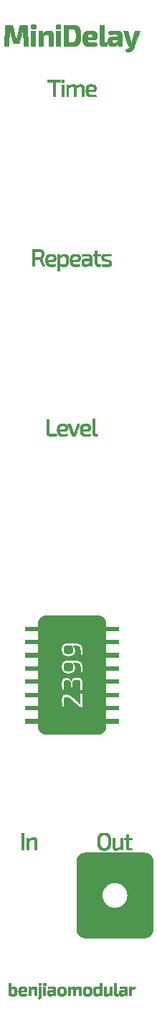
<source format=gbr>
%TF.GenerationSoftware,KiCad,Pcbnew,6.0.7+dfsg-1~bpo11+1*%
%TF.CreationDate,2022-10-26T04:05:09+08:00*%
%TF.ProjectId,MiniDelay v1.0 - Front,4d696e69-4465-46c6-9179-2076312e3020,rev?*%
%TF.SameCoordinates,Original*%
%TF.FileFunction,Legend,Top*%
%TF.FilePolarity,Positive*%
%FSLAX46Y46*%
G04 Gerber Fmt 4.6, Leading zero omitted, Abs format (unit mm)*
G04 Created by KiCad (PCBNEW 6.0.7+dfsg-1~bpo11+1) date 2022-10-26 04:05:09*
%MOMM*%
%LPD*%
G01*
G04 APERTURE LIST*
%ADD10C,0.100000*%
G04 APERTURE END LIST*
D10*
G36*
X106297612Y-159999732D02*
G01*
X106302024Y-159999958D01*
X106306290Y-160000334D01*
X106310410Y-160000860D01*
X106314385Y-160001536D01*
X106318215Y-160002362D01*
X106321899Y-160003338D01*
X106325437Y-160004464D01*
X106328831Y-160005740D01*
X106332079Y-160007165D01*
X106335182Y-160008739D01*
X106338141Y-160010463D01*
X106340954Y-160012337D01*
X106343622Y-160014359D01*
X106346146Y-160016530D01*
X106348524Y-160018850D01*
X106350758Y-160021319D01*
X106352848Y-160023937D01*
X106354793Y-160026704D01*
X106356593Y-160029619D01*
X106358249Y-160032682D01*
X106359761Y-160035893D01*
X106361128Y-160039253D01*
X106362351Y-160042761D01*
X106363430Y-160046417D01*
X106364365Y-160050220D01*
X106365156Y-160054172D01*
X106365803Y-160058271D01*
X106366306Y-160062518D01*
X106366665Y-160066912D01*
X106366952Y-160076141D01*
X106366952Y-160194481D01*
X106366880Y-160199169D01*
X106366665Y-160203706D01*
X106366306Y-160208094D01*
X106365803Y-160212332D01*
X106365156Y-160216419D01*
X106364365Y-160220357D01*
X106363430Y-160224145D01*
X106362351Y-160227784D01*
X106361128Y-160231273D01*
X106359761Y-160234612D01*
X106358249Y-160237802D01*
X106356593Y-160240843D01*
X106354793Y-160243735D01*
X106352848Y-160246477D01*
X106350758Y-160249071D01*
X106348524Y-160251516D01*
X106346146Y-160253811D01*
X106343622Y-160255958D01*
X106340954Y-160257957D01*
X106338141Y-160259806D01*
X106335182Y-160261508D01*
X106332079Y-160263061D01*
X106328831Y-160264465D01*
X106325437Y-160265722D01*
X106321899Y-160266830D01*
X106318215Y-160267790D01*
X106314385Y-160268602D01*
X106310410Y-160269266D01*
X106306290Y-160269783D01*
X106302024Y-160270152D01*
X106297612Y-160270373D01*
X106293055Y-160270447D01*
X106178850Y-160270447D01*
X106174161Y-160270373D01*
X106169619Y-160270152D01*
X106165225Y-160269783D01*
X106160978Y-160269266D01*
X106156879Y-160268602D01*
X106152928Y-160267790D01*
X106149124Y-160266830D01*
X106145469Y-160265722D01*
X106141961Y-160264465D01*
X106138601Y-160263061D01*
X106135390Y-160261508D01*
X106132327Y-160259806D01*
X106129412Y-160257957D01*
X106126646Y-160255958D01*
X106124028Y-160253811D01*
X106121559Y-160251516D01*
X106119240Y-160249071D01*
X106117068Y-160246477D01*
X106115046Y-160243735D01*
X106113173Y-160240843D01*
X106111450Y-160237802D01*
X106109876Y-160234612D01*
X106108451Y-160231273D01*
X106107175Y-160227784D01*
X106106050Y-160224145D01*
X106105074Y-160220357D01*
X106104248Y-160216419D01*
X106103572Y-160212332D01*
X106103046Y-160208094D01*
X106102670Y-160203706D01*
X106102444Y-160199169D01*
X106102369Y-160194481D01*
X106102369Y-160076141D01*
X106102444Y-160071453D01*
X106102670Y-160066912D01*
X106103046Y-160062518D01*
X106103572Y-160058271D01*
X106104248Y-160054172D01*
X106105074Y-160050220D01*
X106106050Y-160046417D01*
X106107175Y-160042761D01*
X106108451Y-160039253D01*
X106109876Y-160035893D01*
X106111450Y-160032682D01*
X106113173Y-160029619D01*
X106115046Y-160026704D01*
X106117068Y-160023937D01*
X106119240Y-160021319D01*
X106121559Y-160018850D01*
X106124028Y-160016530D01*
X106126646Y-160014359D01*
X106129412Y-160012337D01*
X106132327Y-160010463D01*
X106135390Y-160008739D01*
X106138601Y-160007165D01*
X106141961Y-160005740D01*
X106145469Y-160004464D01*
X106149124Y-160003338D01*
X106152928Y-160002362D01*
X106156879Y-160001536D01*
X106160978Y-160000860D01*
X106165225Y-160000334D01*
X106169619Y-159999958D01*
X106174161Y-159999732D01*
X106178850Y-159999657D01*
X106293055Y-159999657D01*
X106297612Y-159999732D01*
G37*
X106297612Y-159999732D02*
X106302024Y-159999958D01*
X106306290Y-160000334D01*
X106310410Y-160000860D01*
X106314385Y-160001536D01*
X106318215Y-160002362D01*
X106321899Y-160003338D01*
X106325437Y-160004464D01*
X106328831Y-160005740D01*
X106332079Y-160007165D01*
X106335182Y-160008739D01*
X106338141Y-160010463D01*
X106340954Y-160012337D01*
X106343622Y-160014359D01*
X106346146Y-160016530D01*
X106348524Y-160018850D01*
X106350758Y-160021319D01*
X106352848Y-160023937D01*
X106354793Y-160026704D01*
X106356593Y-160029619D01*
X106358249Y-160032682D01*
X106359761Y-160035893D01*
X106361128Y-160039253D01*
X106362351Y-160042761D01*
X106363430Y-160046417D01*
X106364365Y-160050220D01*
X106365156Y-160054172D01*
X106365803Y-160058271D01*
X106366306Y-160062518D01*
X106366665Y-160066912D01*
X106366952Y-160076141D01*
X106366952Y-160194481D01*
X106366880Y-160199169D01*
X106366665Y-160203706D01*
X106366306Y-160208094D01*
X106365803Y-160212332D01*
X106365156Y-160216419D01*
X106364365Y-160220357D01*
X106363430Y-160224145D01*
X106362351Y-160227784D01*
X106361128Y-160231273D01*
X106359761Y-160234612D01*
X106358249Y-160237802D01*
X106356593Y-160240843D01*
X106354793Y-160243735D01*
X106352848Y-160246477D01*
X106350758Y-160249071D01*
X106348524Y-160251516D01*
X106346146Y-160253811D01*
X106343622Y-160255958D01*
X106340954Y-160257957D01*
X106338141Y-160259806D01*
X106335182Y-160261508D01*
X106332079Y-160263061D01*
X106328831Y-160264465D01*
X106325437Y-160265722D01*
X106321899Y-160266830D01*
X106318215Y-160267790D01*
X106314385Y-160268602D01*
X106310410Y-160269266D01*
X106306290Y-160269783D01*
X106302024Y-160270152D01*
X106297612Y-160270373D01*
X106293055Y-160270447D01*
X106178850Y-160270447D01*
X106174161Y-160270373D01*
X106169619Y-160270152D01*
X106165225Y-160269783D01*
X106160978Y-160269266D01*
X106156879Y-160268602D01*
X106152928Y-160267790D01*
X106149124Y-160266830D01*
X106145469Y-160265722D01*
X106141961Y-160264465D01*
X106138601Y-160263061D01*
X106135390Y-160261508D01*
X106132327Y-160259806D01*
X106129412Y-160257957D01*
X106126646Y-160255958D01*
X106124028Y-160253811D01*
X106121559Y-160251516D01*
X106119240Y-160249071D01*
X106117068Y-160246477D01*
X106115046Y-160243735D01*
X106113173Y-160240843D01*
X106111450Y-160237802D01*
X106109876Y-160234612D01*
X106108451Y-160231273D01*
X106107175Y-160227784D01*
X106106050Y-160224145D01*
X106105074Y-160220357D01*
X106104248Y-160216419D01*
X106103572Y-160212332D01*
X106103046Y-160208094D01*
X106102670Y-160203706D01*
X106102444Y-160199169D01*
X106102369Y-160194481D01*
X106102369Y-160076141D01*
X106102444Y-160071453D01*
X106102670Y-160066912D01*
X106103046Y-160062518D01*
X106103572Y-160058271D01*
X106104248Y-160054172D01*
X106105074Y-160050220D01*
X106106050Y-160046417D01*
X106107175Y-160042761D01*
X106108451Y-160039253D01*
X106109876Y-160035893D01*
X106111450Y-160032682D01*
X106113173Y-160029619D01*
X106115046Y-160026704D01*
X106117068Y-160023937D01*
X106119240Y-160021319D01*
X106121559Y-160018850D01*
X106124028Y-160016530D01*
X106126646Y-160014359D01*
X106129412Y-160012337D01*
X106132327Y-160010463D01*
X106135390Y-160008739D01*
X106138601Y-160007165D01*
X106141961Y-160005740D01*
X106145469Y-160004464D01*
X106149124Y-160003338D01*
X106152928Y-160002362D01*
X106156879Y-160001536D01*
X106160978Y-160000860D01*
X106165225Y-160000334D01*
X106169619Y-159999958D01*
X106174161Y-159999732D01*
X106178850Y-159999657D01*
X106293055Y-159999657D01*
X106297612Y-159999732D01*
G36*
X108645366Y-49511319D02*
G01*
X108126535Y-49511319D01*
X108126535Y-47768790D01*
X108645366Y-47768790D01*
X108645366Y-49511319D01*
G37*
X108645366Y-49511319D02*
X108126535Y-49511319D01*
X108126535Y-47768790D01*
X108645366Y-47768790D01*
X108645366Y-49511319D01*
G36*
X113027974Y-143173319D02*
G01*
X113031105Y-143109065D01*
X113035478Y-143047627D01*
X113041086Y-142989010D01*
X113047922Y-142933224D01*
X113055979Y-142880275D01*
X113065252Y-142830170D01*
X113070726Y-142806140D01*
X113076569Y-142782736D01*
X113082780Y-142759956D01*
X113089360Y-142737799D01*
X113096312Y-142716265D01*
X113103635Y-142695351D01*
X113111331Y-142675058D01*
X113119401Y-142655382D01*
X113127846Y-142636325D01*
X113136666Y-142617883D01*
X113145864Y-142600057D01*
X113155439Y-142582844D01*
X113165394Y-142566245D01*
X113175729Y-142550257D01*
X113186444Y-142534879D01*
X113197542Y-142520111D01*
X113209053Y-142505558D01*
X113221008Y-142491530D01*
X113233405Y-142478029D01*
X113246246Y-142465053D01*
X113259529Y-142452605D01*
X113273254Y-142440685D01*
X113287421Y-142429292D01*
X113302029Y-142418429D01*
X113317078Y-142408094D01*
X113332568Y-142398289D01*
X113348498Y-142389014D01*
X113364867Y-142380269D01*
X113381677Y-142372056D01*
X113398925Y-142364375D01*
X113416612Y-142357226D01*
X113434737Y-142350609D01*
X113453677Y-142344459D01*
X113473101Y-142338709D01*
X113513403Y-142328408D01*
X113555643Y-142319702D01*
X113599824Y-142312587D01*
X113645945Y-142307059D01*
X113694007Y-142303116D01*
X113744010Y-142300752D01*
X113795956Y-142299965D01*
X113847867Y-142300752D01*
X113897765Y-142303116D01*
X113921958Y-142304890D01*
X113945645Y-142307059D01*
X113968826Y-142309625D01*
X113991501Y-142312587D01*
X114013668Y-142315946D01*
X114035328Y-142319702D01*
X114056480Y-142323856D01*
X114077122Y-142328408D01*
X114097255Y-142333359D01*
X114116878Y-142338709D01*
X114135990Y-142344459D01*
X114154590Y-142350609D01*
X114173040Y-142357226D01*
X114190998Y-142364375D01*
X114208463Y-142372056D01*
X114225438Y-142380269D01*
X114241923Y-142389014D01*
X114257919Y-142398289D01*
X114273428Y-142408094D01*
X114288451Y-142418429D01*
X114302989Y-142429292D01*
X114317043Y-142440685D01*
X114330614Y-142452605D01*
X114343704Y-142465053D01*
X114356313Y-142478029D01*
X114368442Y-142491530D01*
X114380094Y-142505558D01*
X114391268Y-142520111D01*
X114402363Y-142534879D01*
X114413069Y-142550257D01*
X114423386Y-142566245D01*
X114433311Y-142582844D01*
X114442845Y-142600057D01*
X114451985Y-142617883D01*
X114460730Y-142636325D01*
X114469080Y-142655382D01*
X114477033Y-142675058D01*
X114484588Y-142695351D01*
X114491744Y-142716265D01*
X114498499Y-142737799D01*
X114504853Y-142759956D01*
X114510804Y-142782736D01*
X114516351Y-142806140D01*
X114521493Y-142830170D01*
X114531416Y-142880275D01*
X114540020Y-142933224D01*
X114547302Y-142989010D01*
X114553263Y-143047627D01*
X114557901Y-143109065D01*
X114561215Y-143173319D01*
X114563204Y-143240380D01*
X114563868Y-143310242D01*
X114563204Y-143380083D01*
X114561215Y-143447086D01*
X114557901Y-143511256D01*
X114553263Y-143572598D01*
X114547302Y-143631117D01*
X114540020Y-143686820D01*
X114531416Y-143739711D01*
X114521493Y-143789795D01*
X114516351Y-143813838D01*
X114510804Y-143837283D01*
X114504854Y-143860131D01*
X114498500Y-143882383D01*
X114491745Y-143904037D01*
X114484589Y-143925096D01*
X114477034Y-143945559D01*
X114469081Y-143965426D01*
X114460731Y-143984697D01*
X114451985Y-144003374D01*
X114442845Y-144021457D01*
X114433312Y-144038944D01*
X114423386Y-144055838D01*
X114413069Y-144072138D01*
X114402363Y-144087845D01*
X114391268Y-144102959D01*
X114380094Y-144117174D01*
X114368442Y-144130890D01*
X114356312Y-144144106D01*
X114343703Y-144156821D01*
X114330614Y-144169033D01*
X114317043Y-144180742D01*
X114302989Y-144191946D01*
X114288451Y-144202645D01*
X114273428Y-144212836D01*
X114257919Y-144222518D01*
X114241922Y-144231692D01*
X114225438Y-144240354D01*
X114208463Y-144248505D01*
X114190998Y-144256143D01*
X114173040Y-144263267D01*
X114154590Y-144269875D01*
X114135990Y-144276023D01*
X114116878Y-144281772D01*
X114077122Y-144292071D01*
X114035328Y-144300776D01*
X113991501Y-144307890D01*
X113945645Y-144313417D01*
X113897765Y-144317361D01*
X113847867Y-144319724D01*
X113795956Y-144320511D01*
X113744010Y-144319724D01*
X113694007Y-144317361D01*
X113645945Y-144313417D01*
X113622642Y-144310852D01*
X113599824Y-144307890D01*
X113577491Y-144304532D01*
X113555643Y-144300776D01*
X113534281Y-144296623D01*
X113513403Y-144292071D01*
X113493009Y-144287121D01*
X113473101Y-144281772D01*
X113453677Y-144276023D01*
X113434737Y-144269875D01*
X113416612Y-144263267D01*
X113398925Y-144256143D01*
X113381677Y-144248505D01*
X113364867Y-144240354D01*
X113348498Y-144231692D01*
X113332568Y-144222518D01*
X113317078Y-144212836D01*
X113302029Y-144202645D01*
X113287421Y-144191946D01*
X113273254Y-144180742D01*
X113259529Y-144169033D01*
X113246246Y-144156821D01*
X113233405Y-144144106D01*
X113221008Y-144130890D01*
X113209053Y-144117174D01*
X113197542Y-144102959D01*
X113186445Y-144087845D01*
X113175730Y-144072138D01*
X113165395Y-144055838D01*
X113155441Y-144038944D01*
X113145866Y-144021457D01*
X113136668Y-144003374D01*
X113127848Y-143984697D01*
X113119403Y-143965426D01*
X113111333Y-143945559D01*
X113103637Y-143925096D01*
X113096314Y-143904037D01*
X113089362Y-143882383D01*
X113082781Y-143860131D01*
X113076570Y-143837283D01*
X113070727Y-143813838D01*
X113065252Y-143789795D01*
X113055979Y-143739711D01*
X113047922Y-143686820D01*
X113041086Y-143631117D01*
X113035478Y-143572598D01*
X113031105Y-143511256D01*
X113027974Y-143447086D01*
X113026090Y-143380083D01*
X113025460Y-143310242D01*
X113287976Y-143310242D01*
X113288674Y-143382372D01*
X113290768Y-143450600D01*
X113294265Y-143514934D01*
X113299168Y-143575379D01*
X113305482Y-143631945D01*
X113313211Y-143684636D01*
X113322361Y-143733462D01*
X113327469Y-143756426D01*
X113332935Y-143778427D01*
X113339176Y-143799566D01*
X113345903Y-143819941D01*
X113353118Y-143839553D01*
X113360819Y-143858400D01*
X113369005Y-143876481D01*
X113377678Y-143893794D01*
X113386836Y-143910337D01*
X113396479Y-143926110D01*
X113406607Y-143941112D01*
X113417221Y-143955341D01*
X113428318Y-143968795D01*
X113439900Y-143981474D01*
X113451966Y-143993376D01*
X113464516Y-144004499D01*
X113477549Y-144014843D01*
X113491065Y-144024407D01*
X113505486Y-144033295D01*
X113520526Y-144041609D01*
X113536185Y-144049350D01*
X113552463Y-144056517D01*
X113569359Y-144063110D01*
X113586873Y-144069129D01*
X113605005Y-144074575D01*
X113623755Y-144079447D01*
X113643122Y-144083746D01*
X113663107Y-144087471D01*
X113683708Y-144090623D01*
X113704925Y-144093202D01*
X113726759Y-144095208D01*
X113749209Y-144096640D01*
X113772275Y-144097500D01*
X113795956Y-144097786D01*
X113819623Y-144097500D01*
X113842647Y-144096640D01*
X113865028Y-144095208D01*
X113886767Y-144093202D01*
X113907864Y-144090623D01*
X113928320Y-144087471D01*
X113948136Y-144083746D01*
X113967312Y-144079447D01*
X113985848Y-144074575D01*
X114003746Y-144069129D01*
X114021005Y-144063110D01*
X114037627Y-144056517D01*
X114053611Y-144049350D01*
X114068959Y-144041609D01*
X114083670Y-144033295D01*
X114097746Y-144024407D01*
X114111594Y-144014842D01*
X114124914Y-144004497D01*
X114137706Y-143993372D01*
X114149971Y-143981469D01*
X114161707Y-143968790D01*
X114172915Y-143955335D01*
X114183594Y-143941106D01*
X114193745Y-143926105D01*
X114203366Y-143910332D01*
X114212457Y-143893788D01*
X114221019Y-143876476D01*
X114229051Y-143858396D01*
X114236553Y-143839550D01*
X114243525Y-143819939D01*
X114249966Y-143799564D01*
X114255876Y-143778427D01*
X114267125Y-143733462D01*
X114276880Y-143684636D01*
X114285139Y-143631945D01*
X114291901Y-143575379D01*
X114297163Y-143514934D01*
X114300924Y-143450600D01*
X114303182Y-143382372D01*
X114303935Y-143310242D01*
X114303182Y-143237473D01*
X114300924Y-143168746D01*
X114297163Y-143104064D01*
X114291901Y-143043434D01*
X114285139Y-142986861D01*
X114276880Y-142934351D01*
X114272189Y-142909620D01*
X114267125Y-142885908D01*
X114261687Y-142863213D01*
X114255876Y-142841538D01*
X114249966Y-142820405D01*
X114243526Y-142800046D01*
X114236555Y-142780459D01*
X114229053Y-142761645D01*
X114221022Y-142743604D01*
X114212460Y-142726335D01*
X114203368Y-142709838D01*
X114193747Y-142694113D01*
X114183597Y-142679159D01*
X114172917Y-142664977D01*
X114161709Y-142651566D01*
X114149973Y-142638926D01*
X114137708Y-142627056D01*
X114124915Y-142615957D01*
X114111594Y-142605628D01*
X114097746Y-142596070D01*
X114083670Y-142587182D01*
X114068959Y-142578869D01*
X114053611Y-142571129D01*
X114037627Y-142563963D01*
X114021005Y-142557370D01*
X114003746Y-142551351D01*
X113985848Y-142545905D01*
X113967312Y-142541032D01*
X113948136Y-142536733D01*
X113928320Y-142533007D01*
X113907864Y-142529854D01*
X113886767Y-142527275D01*
X113865028Y-142525269D01*
X113842647Y-142523836D01*
X113819623Y-142522976D01*
X113795956Y-142522690D01*
X113772275Y-142522976D01*
X113749209Y-142523836D01*
X113726759Y-142525269D01*
X113704925Y-142527275D01*
X113683708Y-142529854D01*
X113663107Y-142533007D01*
X113643122Y-142536733D01*
X113623755Y-142541032D01*
X113605005Y-142545905D01*
X113586873Y-142551351D01*
X113569359Y-142557370D01*
X113552463Y-142563963D01*
X113536185Y-142571129D01*
X113520526Y-142578869D01*
X113505486Y-142587182D01*
X113491065Y-142596070D01*
X113477548Y-142605630D01*
X113464515Y-142615960D01*
X113451965Y-142627060D01*
X113439899Y-142638930D01*
X113428317Y-142651571D01*
X113417219Y-142664982D01*
X113406606Y-142679165D01*
X113396478Y-142694119D01*
X113386834Y-142709844D01*
X113377676Y-142726340D01*
X113369004Y-142743609D01*
X113360817Y-142761650D01*
X113353117Y-142780463D01*
X113345903Y-142800048D01*
X113339175Y-142820406D01*
X113332935Y-142841538D01*
X113322361Y-142885908D01*
X113313211Y-142934351D01*
X113305482Y-142986861D01*
X113299168Y-143043434D01*
X113294265Y-143104064D01*
X113290768Y-143168746D01*
X113288674Y-143237473D01*
X113287976Y-143310242D01*
X113025460Y-143310242D01*
X113026090Y-143240380D01*
X113027974Y-143173319D01*
G37*
X113027974Y-143173319D02*
X113031105Y-143109065D01*
X113035478Y-143047627D01*
X113041086Y-142989010D01*
X113047922Y-142933224D01*
X113055979Y-142880275D01*
X113065252Y-142830170D01*
X113070726Y-142806140D01*
X113076569Y-142782736D01*
X113082780Y-142759956D01*
X113089360Y-142737799D01*
X113096312Y-142716265D01*
X113103635Y-142695351D01*
X113111331Y-142675058D01*
X113119401Y-142655382D01*
X113127846Y-142636325D01*
X113136666Y-142617883D01*
X113145864Y-142600057D01*
X113155439Y-142582844D01*
X113165394Y-142566245D01*
X113175729Y-142550257D01*
X113186444Y-142534879D01*
X113197542Y-142520111D01*
X113209053Y-142505558D01*
X113221008Y-142491530D01*
X113233405Y-142478029D01*
X113246246Y-142465053D01*
X113259529Y-142452605D01*
X113273254Y-142440685D01*
X113287421Y-142429292D01*
X113302029Y-142418429D01*
X113317078Y-142408094D01*
X113332568Y-142398289D01*
X113348498Y-142389014D01*
X113364867Y-142380269D01*
X113381677Y-142372056D01*
X113398925Y-142364375D01*
X113416612Y-142357226D01*
X113434737Y-142350609D01*
X113453677Y-142344459D01*
X113473101Y-142338709D01*
X113513403Y-142328408D01*
X113555643Y-142319702D01*
X113599824Y-142312587D01*
X113645945Y-142307059D01*
X113694007Y-142303116D01*
X113744010Y-142300752D01*
X113795956Y-142299965D01*
X113847867Y-142300752D01*
X113897765Y-142303116D01*
X113921958Y-142304890D01*
X113945645Y-142307059D01*
X113968826Y-142309625D01*
X113991501Y-142312587D01*
X114013668Y-142315946D01*
X114035328Y-142319702D01*
X114056480Y-142323856D01*
X114077122Y-142328408D01*
X114097255Y-142333359D01*
X114116878Y-142338709D01*
X114135990Y-142344459D01*
X114154590Y-142350609D01*
X114173040Y-142357226D01*
X114190998Y-142364375D01*
X114208463Y-142372056D01*
X114225438Y-142380269D01*
X114241923Y-142389014D01*
X114257919Y-142398289D01*
X114273428Y-142408094D01*
X114288451Y-142418429D01*
X114302989Y-142429292D01*
X114317043Y-142440685D01*
X114330614Y-142452605D01*
X114343704Y-142465053D01*
X114356313Y-142478029D01*
X114368442Y-142491530D01*
X114380094Y-142505558D01*
X114391268Y-142520111D01*
X114402363Y-142534879D01*
X114413069Y-142550257D01*
X114423386Y-142566245D01*
X114433311Y-142582844D01*
X114442845Y-142600057D01*
X114451985Y-142617883D01*
X114460730Y-142636325D01*
X114469080Y-142655382D01*
X114477033Y-142675058D01*
X114484588Y-142695351D01*
X114491744Y-142716265D01*
X114498499Y-142737799D01*
X114504853Y-142759956D01*
X114510804Y-142782736D01*
X114516351Y-142806140D01*
X114521493Y-142830170D01*
X114531416Y-142880275D01*
X114540020Y-142933224D01*
X114547302Y-142989010D01*
X114553263Y-143047627D01*
X114557901Y-143109065D01*
X114561215Y-143173319D01*
X114563204Y-143240380D01*
X114563868Y-143310242D01*
X114563204Y-143380083D01*
X114561215Y-143447086D01*
X114557901Y-143511256D01*
X114553263Y-143572598D01*
X114547302Y-143631117D01*
X114540020Y-143686820D01*
X114531416Y-143739711D01*
X114521493Y-143789795D01*
X114516351Y-143813838D01*
X114510804Y-143837283D01*
X114504854Y-143860131D01*
X114498500Y-143882383D01*
X114491745Y-143904037D01*
X114484589Y-143925096D01*
X114477034Y-143945559D01*
X114469081Y-143965426D01*
X114460731Y-143984697D01*
X114451985Y-144003374D01*
X114442845Y-144021457D01*
X114433312Y-144038944D01*
X114423386Y-144055838D01*
X114413069Y-144072138D01*
X114402363Y-144087845D01*
X114391268Y-144102959D01*
X114380094Y-144117174D01*
X114368442Y-144130890D01*
X114356312Y-144144106D01*
X114343703Y-144156821D01*
X114330614Y-144169033D01*
X114317043Y-144180742D01*
X114302989Y-144191946D01*
X114288451Y-144202645D01*
X114273428Y-144212836D01*
X114257919Y-144222518D01*
X114241922Y-144231692D01*
X114225438Y-144240354D01*
X114208463Y-144248505D01*
X114190998Y-144256143D01*
X114173040Y-144263267D01*
X114154590Y-144269875D01*
X114135990Y-144276023D01*
X114116878Y-144281772D01*
X114077122Y-144292071D01*
X114035328Y-144300776D01*
X113991501Y-144307890D01*
X113945645Y-144313417D01*
X113897765Y-144317361D01*
X113847867Y-144319724D01*
X113795956Y-144320511D01*
X113744010Y-144319724D01*
X113694007Y-144317361D01*
X113645945Y-144313417D01*
X113622642Y-144310852D01*
X113599824Y-144307890D01*
X113577491Y-144304532D01*
X113555643Y-144300776D01*
X113534281Y-144296623D01*
X113513403Y-144292071D01*
X113493009Y-144287121D01*
X113473101Y-144281772D01*
X113453677Y-144276023D01*
X113434737Y-144269875D01*
X113416612Y-144263267D01*
X113398925Y-144256143D01*
X113381677Y-144248505D01*
X113364867Y-144240354D01*
X113348498Y-144231692D01*
X113332568Y-144222518D01*
X113317078Y-144212836D01*
X113302029Y-144202645D01*
X113287421Y-144191946D01*
X113273254Y-144180742D01*
X113259529Y-144169033D01*
X113246246Y-144156821D01*
X113233405Y-144144106D01*
X113221008Y-144130890D01*
X113209053Y-144117174D01*
X113197542Y-144102959D01*
X113186445Y-144087845D01*
X113175730Y-144072138D01*
X113165395Y-144055838D01*
X113155441Y-144038944D01*
X113145866Y-144021457D01*
X113136668Y-144003374D01*
X113127848Y-143984697D01*
X113119403Y-143965426D01*
X113111333Y-143945559D01*
X113103637Y-143925096D01*
X113096314Y-143904037D01*
X113089362Y-143882383D01*
X113082781Y-143860131D01*
X113076570Y-143837283D01*
X113070727Y-143813838D01*
X113065252Y-143789795D01*
X113055979Y-143739711D01*
X113047922Y-143686820D01*
X113041086Y-143631117D01*
X113035478Y-143572598D01*
X113031105Y-143511256D01*
X113027974Y-143447086D01*
X113026090Y-143380083D01*
X113025460Y-143310242D01*
X113287976Y-143310242D01*
X113288674Y-143382372D01*
X113290768Y-143450600D01*
X113294265Y-143514934D01*
X113299168Y-143575379D01*
X113305482Y-143631945D01*
X113313211Y-143684636D01*
X113322361Y-143733462D01*
X113327469Y-143756426D01*
X113332935Y-143778427D01*
X113339176Y-143799566D01*
X113345903Y-143819941D01*
X113353118Y-143839553D01*
X113360819Y-143858400D01*
X113369005Y-143876481D01*
X113377678Y-143893794D01*
X113386836Y-143910337D01*
X113396479Y-143926110D01*
X113406607Y-143941112D01*
X113417221Y-143955341D01*
X113428318Y-143968795D01*
X113439900Y-143981474D01*
X113451966Y-143993376D01*
X113464516Y-144004499D01*
X113477549Y-144014843D01*
X113491065Y-144024407D01*
X113505486Y-144033295D01*
X113520526Y-144041609D01*
X113536185Y-144049350D01*
X113552463Y-144056517D01*
X113569359Y-144063110D01*
X113586873Y-144069129D01*
X113605005Y-144074575D01*
X113623755Y-144079447D01*
X113643122Y-144083746D01*
X113663107Y-144087471D01*
X113683708Y-144090623D01*
X113704925Y-144093202D01*
X113726759Y-144095208D01*
X113749209Y-144096640D01*
X113772275Y-144097500D01*
X113795956Y-144097786D01*
X113819623Y-144097500D01*
X113842647Y-144096640D01*
X113865028Y-144095208D01*
X113886767Y-144093202D01*
X113907864Y-144090623D01*
X113928320Y-144087471D01*
X113948136Y-144083746D01*
X113967312Y-144079447D01*
X113985848Y-144074575D01*
X114003746Y-144069129D01*
X114021005Y-144063110D01*
X114037627Y-144056517D01*
X114053611Y-144049350D01*
X114068959Y-144041609D01*
X114083670Y-144033295D01*
X114097746Y-144024407D01*
X114111594Y-144014842D01*
X114124914Y-144004497D01*
X114137706Y-143993372D01*
X114149971Y-143981469D01*
X114161707Y-143968790D01*
X114172915Y-143955335D01*
X114183594Y-143941106D01*
X114193745Y-143926105D01*
X114203366Y-143910332D01*
X114212457Y-143893788D01*
X114221019Y-143876476D01*
X114229051Y-143858396D01*
X114236553Y-143839550D01*
X114243525Y-143819939D01*
X114249966Y-143799564D01*
X114255876Y-143778427D01*
X114267125Y-143733462D01*
X114276880Y-143684636D01*
X114285139Y-143631945D01*
X114291901Y-143575379D01*
X114297163Y-143514934D01*
X114300924Y-143450600D01*
X114303182Y-143382372D01*
X114303935Y-143310242D01*
X114303182Y-143237473D01*
X114300924Y-143168746D01*
X114297163Y-143104064D01*
X114291901Y-143043434D01*
X114285139Y-142986861D01*
X114276880Y-142934351D01*
X114272189Y-142909620D01*
X114267125Y-142885908D01*
X114261687Y-142863213D01*
X114255876Y-142841538D01*
X114249966Y-142820405D01*
X114243526Y-142800046D01*
X114236555Y-142780459D01*
X114229053Y-142761645D01*
X114221022Y-142743604D01*
X114212460Y-142726335D01*
X114203368Y-142709838D01*
X114193747Y-142694113D01*
X114183597Y-142679159D01*
X114172917Y-142664977D01*
X114161709Y-142651566D01*
X114149973Y-142638926D01*
X114137708Y-142627056D01*
X114124915Y-142615957D01*
X114111594Y-142605628D01*
X114097746Y-142596070D01*
X114083670Y-142587182D01*
X114068959Y-142578869D01*
X114053611Y-142571129D01*
X114037627Y-142563963D01*
X114021005Y-142557370D01*
X114003746Y-142551351D01*
X113985848Y-142545905D01*
X113967312Y-142541032D01*
X113948136Y-142536733D01*
X113928320Y-142533007D01*
X113907864Y-142529854D01*
X113886767Y-142527275D01*
X113865028Y-142525269D01*
X113842647Y-142523836D01*
X113819623Y-142522976D01*
X113795956Y-142522690D01*
X113772275Y-142522976D01*
X113749209Y-142523836D01*
X113726759Y-142525269D01*
X113704925Y-142527275D01*
X113683708Y-142529854D01*
X113663107Y-142533007D01*
X113643122Y-142536733D01*
X113623755Y-142541032D01*
X113605005Y-142545905D01*
X113586873Y-142551351D01*
X113569359Y-142557370D01*
X113552463Y-142563963D01*
X113536185Y-142571129D01*
X113520526Y-142578869D01*
X113505486Y-142587182D01*
X113491065Y-142596070D01*
X113477548Y-142605630D01*
X113464515Y-142615960D01*
X113451965Y-142627060D01*
X113439899Y-142638930D01*
X113428317Y-142651571D01*
X113417219Y-142664982D01*
X113406606Y-142679165D01*
X113396478Y-142694119D01*
X113386834Y-142709844D01*
X113377676Y-142726340D01*
X113369004Y-142743609D01*
X113360817Y-142761650D01*
X113353117Y-142780463D01*
X113345903Y-142800048D01*
X113339175Y-142820406D01*
X113332935Y-142841538D01*
X113322361Y-142885908D01*
X113313211Y-142934351D01*
X113305482Y-142986861D01*
X113299168Y-143043434D01*
X113294265Y-143104064D01*
X113290768Y-143168746D01*
X113288674Y-143237473D01*
X113287976Y-143310242D01*
X113025460Y-143310242D01*
X113026090Y-143240380D01*
X113027974Y-143173319D01*
G36*
X109047925Y-55458244D02*
G01*
X108810731Y-55458244D01*
X108810731Y-54084167D01*
X109047925Y-54084167D01*
X109047925Y-55458244D01*
G37*
X109047925Y-55458244D02*
X108810731Y-55458244D01*
X108810731Y-54084167D01*
X109047925Y-54084167D01*
X109047925Y-55458244D01*
G36*
X105575000Y-47000000D02*
G01*
X105584245Y-47000464D01*
X105593186Y-47001238D01*
X105601823Y-47002321D01*
X105610156Y-47003714D01*
X105618184Y-47005417D01*
X105625909Y-47007429D01*
X105633331Y-47009751D01*
X105640448Y-47012383D01*
X105647262Y-47015324D01*
X105653772Y-47018575D01*
X105659978Y-47022137D01*
X105665882Y-47026008D01*
X105671481Y-47030189D01*
X105676778Y-47034680D01*
X105681771Y-47039481D01*
X105686461Y-47044592D01*
X105690848Y-47050013D01*
X105694932Y-47055745D01*
X105698713Y-47061786D01*
X105702191Y-47068138D01*
X105705366Y-47074800D01*
X105708239Y-47081772D01*
X105710809Y-47089055D01*
X105713076Y-47096648D01*
X105715041Y-47104551D01*
X105716703Y-47112765D01*
X105718063Y-47121289D01*
X105719121Y-47130124D01*
X105719876Y-47139269D01*
X105720480Y-47158492D01*
X105720480Y-47345561D01*
X105720329Y-47355327D01*
X105719876Y-47364783D01*
X105719121Y-47373928D01*
X105718063Y-47382763D01*
X105716703Y-47391287D01*
X105715041Y-47399501D01*
X105713076Y-47407405D01*
X105710809Y-47414997D01*
X105708239Y-47422280D01*
X105705366Y-47429252D01*
X105702191Y-47435914D01*
X105698713Y-47442266D01*
X105694932Y-47448308D01*
X105690848Y-47454039D01*
X105686461Y-47459460D01*
X105681771Y-47464571D01*
X105676778Y-47469372D01*
X105671481Y-47473864D01*
X105665882Y-47478045D01*
X105659978Y-47481916D01*
X105653772Y-47485477D01*
X105647262Y-47488728D01*
X105640448Y-47491670D01*
X105633331Y-47494302D01*
X105625909Y-47496624D01*
X105618184Y-47498636D01*
X105610156Y-47500338D01*
X105601823Y-47501731D01*
X105593186Y-47502815D01*
X105584245Y-47503588D01*
X105575000Y-47504052D01*
X105565451Y-47504207D01*
X105339625Y-47504207D01*
X105330076Y-47504052D01*
X105320831Y-47503588D01*
X105311890Y-47502815D01*
X105303253Y-47501731D01*
X105294920Y-47500338D01*
X105286891Y-47498636D01*
X105279166Y-47496624D01*
X105271745Y-47494302D01*
X105264628Y-47491670D01*
X105257814Y-47488728D01*
X105251304Y-47485477D01*
X105245097Y-47481916D01*
X105239194Y-47478045D01*
X105233594Y-47473864D01*
X105228298Y-47469372D01*
X105223305Y-47464571D01*
X105218615Y-47459460D01*
X105214228Y-47454039D01*
X105210144Y-47448308D01*
X105206363Y-47442266D01*
X105202885Y-47435914D01*
X105199709Y-47429252D01*
X105196837Y-47422280D01*
X105194267Y-47414997D01*
X105192000Y-47407405D01*
X105190035Y-47399501D01*
X105188373Y-47391287D01*
X105187013Y-47382763D01*
X105185955Y-47373928D01*
X105185200Y-47364783D01*
X105184596Y-47345561D01*
X105184596Y-47158492D01*
X105184747Y-47148725D01*
X105185200Y-47139269D01*
X105185955Y-47130124D01*
X105187013Y-47121289D01*
X105188373Y-47112765D01*
X105190035Y-47104551D01*
X105192000Y-47096648D01*
X105194267Y-47089055D01*
X105196837Y-47081772D01*
X105199709Y-47074800D01*
X105202885Y-47068138D01*
X105206363Y-47061786D01*
X105210144Y-47055745D01*
X105214228Y-47050013D01*
X105218615Y-47044592D01*
X105223305Y-47039481D01*
X105228298Y-47034680D01*
X105233594Y-47030189D01*
X105239194Y-47026008D01*
X105245097Y-47022137D01*
X105251304Y-47018575D01*
X105257814Y-47015324D01*
X105264628Y-47012383D01*
X105271745Y-47009751D01*
X105279166Y-47007429D01*
X105286891Y-47005417D01*
X105294920Y-47003714D01*
X105303253Y-47002321D01*
X105311890Y-47001238D01*
X105320831Y-47000464D01*
X105330076Y-47000000D01*
X105339625Y-46999845D01*
X105565451Y-46999845D01*
X105575000Y-47000000D01*
G37*
X105575000Y-47000000D02*
X105584245Y-47000464D01*
X105593186Y-47001238D01*
X105601823Y-47002321D01*
X105610156Y-47003714D01*
X105618184Y-47005417D01*
X105625909Y-47007429D01*
X105633331Y-47009751D01*
X105640448Y-47012383D01*
X105647262Y-47015324D01*
X105653772Y-47018575D01*
X105659978Y-47022137D01*
X105665882Y-47026008D01*
X105671481Y-47030189D01*
X105676778Y-47034680D01*
X105681771Y-47039481D01*
X105686461Y-47044592D01*
X105690848Y-47050013D01*
X105694932Y-47055745D01*
X105698713Y-47061786D01*
X105702191Y-47068138D01*
X105705366Y-47074800D01*
X105708239Y-47081772D01*
X105710809Y-47089055D01*
X105713076Y-47096648D01*
X105715041Y-47104551D01*
X105716703Y-47112765D01*
X105718063Y-47121289D01*
X105719121Y-47130124D01*
X105719876Y-47139269D01*
X105720480Y-47158492D01*
X105720480Y-47345561D01*
X105720329Y-47355327D01*
X105719876Y-47364783D01*
X105719121Y-47373928D01*
X105718063Y-47382763D01*
X105716703Y-47391287D01*
X105715041Y-47399501D01*
X105713076Y-47407405D01*
X105710809Y-47414997D01*
X105708239Y-47422280D01*
X105705366Y-47429252D01*
X105702191Y-47435914D01*
X105698713Y-47442266D01*
X105694932Y-47448308D01*
X105690848Y-47454039D01*
X105686461Y-47459460D01*
X105681771Y-47464571D01*
X105676778Y-47469372D01*
X105671481Y-47473864D01*
X105665882Y-47478045D01*
X105659978Y-47481916D01*
X105653772Y-47485477D01*
X105647262Y-47488728D01*
X105640448Y-47491670D01*
X105633331Y-47494302D01*
X105625909Y-47496624D01*
X105618184Y-47498636D01*
X105610156Y-47500338D01*
X105601823Y-47501731D01*
X105593186Y-47502815D01*
X105584245Y-47503588D01*
X105575000Y-47504052D01*
X105565451Y-47504207D01*
X105339625Y-47504207D01*
X105330076Y-47504052D01*
X105320831Y-47503588D01*
X105311890Y-47502815D01*
X105303253Y-47501731D01*
X105294920Y-47500338D01*
X105286891Y-47498636D01*
X105279166Y-47496624D01*
X105271745Y-47494302D01*
X105264628Y-47491670D01*
X105257814Y-47488728D01*
X105251304Y-47485477D01*
X105245097Y-47481916D01*
X105239194Y-47478045D01*
X105233594Y-47473864D01*
X105228298Y-47469372D01*
X105223305Y-47464571D01*
X105218615Y-47459460D01*
X105214228Y-47454039D01*
X105210144Y-47448308D01*
X105206363Y-47442266D01*
X105202885Y-47435914D01*
X105199709Y-47429252D01*
X105196837Y-47422280D01*
X105194267Y-47414997D01*
X105192000Y-47407405D01*
X105190035Y-47399501D01*
X105188373Y-47391287D01*
X105187013Y-47382763D01*
X105185955Y-47373928D01*
X105185200Y-47364783D01*
X105184596Y-47345561D01*
X105184596Y-47158492D01*
X105184747Y-47148725D01*
X105185200Y-47139269D01*
X105185955Y-47130124D01*
X105187013Y-47121289D01*
X105188373Y-47112765D01*
X105190035Y-47104551D01*
X105192000Y-47096648D01*
X105194267Y-47089055D01*
X105196837Y-47081772D01*
X105199709Y-47074800D01*
X105202885Y-47068138D01*
X105206363Y-47061786D01*
X105210144Y-47055745D01*
X105214228Y-47050013D01*
X105218615Y-47044592D01*
X105223305Y-47039481D01*
X105228298Y-47034680D01*
X105233594Y-47030189D01*
X105239194Y-47026008D01*
X105245097Y-47022137D01*
X105251304Y-47018575D01*
X105257814Y-47015324D01*
X105264628Y-47012383D01*
X105271745Y-47009751D01*
X105279166Y-47007429D01*
X105286891Y-47005417D01*
X105294920Y-47003714D01*
X105303253Y-47002321D01*
X105311890Y-47001238D01*
X105320831Y-47000464D01*
X105330076Y-47000000D01*
X105339625Y-46999845D01*
X105565451Y-46999845D01*
X105575000Y-47000000D01*
G36*
X112524785Y-160874122D02*
G01*
X112526276Y-160851606D01*
X112528099Y-160829788D01*
X112530252Y-160808665D01*
X112532737Y-160788239D01*
X112535552Y-160768506D01*
X112538698Y-160749468D01*
X112542174Y-160731122D01*
X112545980Y-160713468D01*
X112550117Y-160696504D01*
X112554584Y-160680231D01*
X112559380Y-160664646D01*
X112564507Y-160649750D01*
X112570228Y-160635204D01*
X112576281Y-160621200D01*
X112582666Y-160607737D01*
X112589381Y-160594817D01*
X112596427Y-160582439D01*
X112603804Y-160570606D01*
X112611513Y-160559316D01*
X112619552Y-160548572D01*
X112627921Y-160538373D01*
X112636622Y-160528720D01*
X112645653Y-160519615D01*
X112655014Y-160511057D01*
X112664706Y-160503048D01*
X112674729Y-160495587D01*
X112685082Y-160488676D01*
X112695765Y-160482315D01*
X112707043Y-160476167D01*
X112718651Y-160470418D01*
X112730591Y-160465069D01*
X112742862Y-160460119D01*
X112755463Y-160455567D01*
X112768395Y-160451414D01*
X112781658Y-160447658D01*
X112795252Y-160444300D01*
X112809177Y-160441338D01*
X112823432Y-160438773D01*
X112838018Y-160436603D01*
X112852934Y-160434829D01*
X112868181Y-160433450D01*
X112883759Y-160432466D01*
X112899667Y-160431876D01*
X112915906Y-160431679D01*
X112942311Y-160432135D01*
X112968606Y-160433506D01*
X112994783Y-160435795D01*
X113020834Y-160439005D01*
X113046753Y-160443140D01*
X113072533Y-160448203D01*
X113098166Y-160454198D01*
X113123645Y-160461128D01*
X113133579Y-160463954D01*
X113143392Y-160467011D01*
X113153090Y-160470295D01*
X113162675Y-160473798D01*
X113172152Y-160477512D01*
X113181526Y-160481431D01*
X113190799Y-160485549D01*
X113199976Y-160489858D01*
X113209060Y-160494351D01*
X113218057Y-160499021D01*
X113235801Y-160508866D01*
X113253241Y-160519338D01*
X113270407Y-160530380D01*
X113268064Y-160508301D01*
X113265961Y-160486192D01*
X113265053Y-160475136D01*
X113264272Y-160464084D01*
X113263637Y-160453040D01*
X113263171Y-160442009D01*
X113262258Y-160410115D01*
X113261613Y-160377944D01*
X113261231Y-160345509D01*
X113261105Y-160312821D01*
X113261105Y-160014649D01*
X113516903Y-160014649D01*
X113516903Y-161496208D01*
X113315882Y-161496208D01*
X113292627Y-161338593D01*
X113275373Y-161356278D01*
X113257384Y-161373477D01*
X113238623Y-161390157D01*
X113228941Y-161398293D01*
X113219052Y-161406287D01*
X113208951Y-161414137D01*
X113198633Y-161421837D01*
X113188094Y-161429384D01*
X113177329Y-161436773D01*
X113166333Y-161444002D01*
X113155101Y-161451066D01*
X113143630Y-161457961D01*
X113131913Y-161464684D01*
X113118816Y-161471595D01*
X113105454Y-161478055D01*
X113091826Y-161484064D01*
X113077934Y-161489624D01*
X113063777Y-161494735D01*
X113049355Y-161499397D01*
X113034668Y-161503612D01*
X113019716Y-161507381D01*
X113004500Y-161510703D01*
X112989019Y-161513580D01*
X112973274Y-161516012D01*
X112957265Y-161518001D01*
X112940991Y-161519546D01*
X112924453Y-161520649D01*
X112907651Y-161521310D01*
X112890585Y-161521530D01*
X112866160Y-161520986D01*
X112842626Y-161519355D01*
X112819984Y-161516635D01*
X112808998Y-161514867D01*
X112798234Y-161512826D01*
X112787694Y-161510513D01*
X112777376Y-161507928D01*
X112767282Y-161505070D01*
X112757411Y-161501940D01*
X112747763Y-161498537D01*
X112738338Y-161494861D01*
X112729136Y-161490913D01*
X112720158Y-161486692D01*
X112711402Y-161482198D01*
X112702870Y-161477431D01*
X112694562Y-161472391D01*
X112686477Y-161467078D01*
X112678615Y-161461492D01*
X112670976Y-161455633D01*
X112663561Y-161449501D01*
X112656369Y-161443095D01*
X112649401Y-161436416D01*
X112642656Y-161429464D01*
X112636135Y-161422238D01*
X112629837Y-161414738D01*
X112623763Y-161406965D01*
X112617912Y-161398919D01*
X112612285Y-161390598D01*
X112606881Y-161382004D01*
X112596627Y-161363779D01*
X112587033Y-161344557D01*
X112578099Y-161324341D01*
X112569826Y-161303129D01*
X112562213Y-161280922D01*
X112555260Y-161257722D01*
X112548969Y-161233528D01*
X112543339Y-161208342D01*
X112538371Y-161182163D01*
X112534064Y-161154993D01*
X112530419Y-161126831D01*
X112527436Y-161097679D01*
X112525116Y-161067537D01*
X112523458Y-161036405D01*
X112522464Y-161004285D01*
X112522132Y-160971176D01*
X112522160Y-160969109D01*
X112784648Y-160969109D01*
X112784980Y-161002029D01*
X112785974Y-161033049D01*
X112787631Y-161062162D01*
X112789949Y-161089362D01*
X112792930Y-161114644D01*
X112796571Y-161138001D01*
X112798639Y-161148956D01*
X112800873Y-161159427D01*
X112803271Y-161169415D01*
X112805835Y-161178917D01*
X112808572Y-161187749D01*
X112811492Y-161196242D01*
X112814593Y-161204399D01*
X112817876Y-161212220D01*
X112821342Y-161219705D01*
X112824989Y-161226857D01*
X112828819Y-161233675D01*
X112832830Y-161240161D01*
X112837023Y-161246316D01*
X112841398Y-161252141D01*
X112845955Y-161257636D01*
X112850693Y-161262803D01*
X112855614Y-161267642D01*
X112860716Y-161272155D01*
X112865999Y-161276342D01*
X112871465Y-161280205D01*
X112877127Y-161283532D01*
X112883001Y-161286643D01*
X112889087Y-161289537D01*
X112895387Y-161292215D01*
X112901899Y-161294676D01*
X112908626Y-161296922D01*
X112915566Y-161298953D01*
X112922721Y-161300768D01*
X112930091Y-161302369D01*
X112937677Y-161303755D01*
X112945478Y-161304927D01*
X112953495Y-161305885D01*
X112961730Y-161306630D01*
X112970181Y-161307162D01*
X112978850Y-161307481D01*
X112987737Y-161307587D01*
X113001835Y-161307401D01*
X113015550Y-161306839D01*
X113028878Y-161305895D01*
X113041813Y-161304561D01*
X113054352Y-161302830D01*
X113066489Y-161300696D01*
X113078219Y-161298151D01*
X113083931Y-161296723D01*
X113089539Y-161295189D01*
X113100681Y-161291288D01*
X113111885Y-161286985D01*
X113123152Y-161282281D01*
X113134484Y-161277178D01*
X113145882Y-161271678D01*
X113157347Y-161265783D01*
X113168883Y-161259495D01*
X113180490Y-161252815D01*
X113189435Y-161247037D01*
X113198834Y-161240806D01*
X113218731Y-161227244D01*
X113239662Y-161212642D01*
X113261105Y-161197518D01*
X113261105Y-160675591D01*
X113198955Y-160658282D01*
X113169665Y-160650274D01*
X113142249Y-160643028D01*
X113125627Y-160639085D01*
X113108564Y-160635694D01*
X113091053Y-160632849D01*
X113073088Y-160630539D01*
X113054659Y-160628757D01*
X113035760Y-160627495D01*
X113016383Y-160626744D01*
X112996521Y-160626496D01*
X112987109Y-160626602D01*
X112977924Y-160626920D01*
X112968967Y-160627451D01*
X112960238Y-160628196D01*
X112951738Y-160629154D01*
X112943467Y-160630326D01*
X112935427Y-160631712D01*
X112927618Y-160633312D01*
X112920040Y-160635128D01*
X112912694Y-160637159D01*
X112905581Y-160639405D01*
X112898702Y-160641868D01*
X112892056Y-160644547D01*
X112885646Y-160647442D01*
X112879470Y-160650555D01*
X112873532Y-160653885D01*
X112868058Y-160657247D01*
X112862751Y-160660983D01*
X112857610Y-160665095D01*
X112852635Y-160669583D01*
X112847825Y-160674449D01*
X112843182Y-160679693D01*
X112838703Y-160685316D01*
X112834391Y-160691319D01*
X112830243Y-160697702D01*
X112826261Y-160704466D01*
X112822445Y-160711613D01*
X112818793Y-160719142D01*
X112815306Y-160727055D01*
X112811984Y-160735353D01*
X112808827Y-160744036D01*
X112805835Y-160753105D01*
X112800873Y-160772693D01*
X112796571Y-160794402D01*
X112792930Y-160818233D01*
X112789949Y-160844181D01*
X112787631Y-160872245D01*
X112785974Y-160902423D01*
X112784980Y-160934711D01*
X112784648Y-160969109D01*
X112522160Y-160969109D01*
X112522795Y-160921249D01*
X112524785Y-160874122D01*
G37*
X112524785Y-160874122D02*
X112526276Y-160851606D01*
X112528099Y-160829788D01*
X112530252Y-160808665D01*
X112532737Y-160788239D01*
X112535552Y-160768506D01*
X112538698Y-160749468D01*
X112542174Y-160731122D01*
X112545980Y-160713468D01*
X112550117Y-160696504D01*
X112554584Y-160680231D01*
X112559380Y-160664646D01*
X112564507Y-160649750D01*
X112570228Y-160635204D01*
X112576281Y-160621200D01*
X112582666Y-160607737D01*
X112589381Y-160594817D01*
X112596427Y-160582439D01*
X112603804Y-160570606D01*
X112611513Y-160559316D01*
X112619552Y-160548572D01*
X112627921Y-160538373D01*
X112636622Y-160528720D01*
X112645653Y-160519615D01*
X112655014Y-160511057D01*
X112664706Y-160503048D01*
X112674729Y-160495587D01*
X112685082Y-160488676D01*
X112695765Y-160482315D01*
X112707043Y-160476167D01*
X112718651Y-160470418D01*
X112730591Y-160465069D01*
X112742862Y-160460119D01*
X112755463Y-160455567D01*
X112768395Y-160451414D01*
X112781658Y-160447658D01*
X112795252Y-160444300D01*
X112809177Y-160441338D01*
X112823432Y-160438773D01*
X112838018Y-160436603D01*
X112852934Y-160434829D01*
X112868181Y-160433450D01*
X112883759Y-160432466D01*
X112899667Y-160431876D01*
X112915906Y-160431679D01*
X112942311Y-160432135D01*
X112968606Y-160433506D01*
X112994783Y-160435795D01*
X113020834Y-160439005D01*
X113046753Y-160443140D01*
X113072533Y-160448203D01*
X113098166Y-160454198D01*
X113123645Y-160461128D01*
X113133579Y-160463954D01*
X113143392Y-160467011D01*
X113153090Y-160470295D01*
X113162675Y-160473798D01*
X113172152Y-160477512D01*
X113181526Y-160481431D01*
X113190799Y-160485549D01*
X113199976Y-160489858D01*
X113209060Y-160494351D01*
X113218057Y-160499021D01*
X113235801Y-160508866D01*
X113253241Y-160519338D01*
X113270407Y-160530380D01*
X113268064Y-160508301D01*
X113265961Y-160486192D01*
X113265053Y-160475136D01*
X113264272Y-160464084D01*
X113263637Y-160453040D01*
X113263171Y-160442009D01*
X113262258Y-160410115D01*
X113261613Y-160377944D01*
X113261231Y-160345509D01*
X113261105Y-160312821D01*
X113261105Y-160014649D01*
X113516903Y-160014649D01*
X113516903Y-161496208D01*
X113315882Y-161496208D01*
X113292627Y-161338593D01*
X113275373Y-161356278D01*
X113257384Y-161373477D01*
X113238623Y-161390157D01*
X113228941Y-161398293D01*
X113219052Y-161406287D01*
X113208951Y-161414137D01*
X113198633Y-161421837D01*
X113188094Y-161429384D01*
X113177329Y-161436773D01*
X113166333Y-161444002D01*
X113155101Y-161451066D01*
X113143630Y-161457961D01*
X113131913Y-161464684D01*
X113118816Y-161471595D01*
X113105454Y-161478055D01*
X113091826Y-161484064D01*
X113077934Y-161489624D01*
X113063777Y-161494735D01*
X113049355Y-161499397D01*
X113034668Y-161503612D01*
X113019716Y-161507381D01*
X113004500Y-161510703D01*
X112989019Y-161513580D01*
X112973274Y-161516012D01*
X112957265Y-161518001D01*
X112940991Y-161519546D01*
X112924453Y-161520649D01*
X112907651Y-161521310D01*
X112890585Y-161521530D01*
X112866160Y-161520986D01*
X112842626Y-161519355D01*
X112819984Y-161516635D01*
X112808998Y-161514867D01*
X112798234Y-161512826D01*
X112787694Y-161510513D01*
X112777376Y-161507928D01*
X112767282Y-161505070D01*
X112757411Y-161501940D01*
X112747763Y-161498537D01*
X112738338Y-161494861D01*
X112729136Y-161490913D01*
X112720158Y-161486692D01*
X112711402Y-161482198D01*
X112702870Y-161477431D01*
X112694562Y-161472391D01*
X112686477Y-161467078D01*
X112678615Y-161461492D01*
X112670976Y-161455633D01*
X112663561Y-161449501D01*
X112656369Y-161443095D01*
X112649401Y-161436416D01*
X112642656Y-161429464D01*
X112636135Y-161422238D01*
X112629837Y-161414738D01*
X112623763Y-161406965D01*
X112617912Y-161398919D01*
X112612285Y-161390598D01*
X112606881Y-161382004D01*
X112596627Y-161363779D01*
X112587033Y-161344557D01*
X112578099Y-161324341D01*
X112569826Y-161303129D01*
X112562213Y-161280922D01*
X112555260Y-161257722D01*
X112548969Y-161233528D01*
X112543339Y-161208342D01*
X112538371Y-161182163D01*
X112534064Y-161154993D01*
X112530419Y-161126831D01*
X112527436Y-161097679D01*
X112525116Y-161067537D01*
X112523458Y-161036405D01*
X112522464Y-161004285D01*
X112522132Y-160971176D01*
X112522160Y-160969109D01*
X112784648Y-160969109D01*
X112784980Y-161002029D01*
X112785974Y-161033049D01*
X112787631Y-161062162D01*
X112789949Y-161089362D01*
X112792930Y-161114644D01*
X112796571Y-161138001D01*
X112798639Y-161148956D01*
X112800873Y-161159427D01*
X112803271Y-161169415D01*
X112805835Y-161178917D01*
X112808572Y-161187749D01*
X112811492Y-161196242D01*
X112814593Y-161204399D01*
X112817876Y-161212220D01*
X112821342Y-161219705D01*
X112824989Y-161226857D01*
X112828819Y-161233675D01*
X112832830Y-161240161D01*
X112837023Y-161246316D01*
X112841398Y-161252141D01*
X112845955Y-161257636D01*
X112850693Y-161262803D01*
X112855614Y-161267642D01*
X112860716Y-161272155D01*
X112865999Y-161276342D01*
X112871465Y-161280205D01*
X112877127Y-161283532D01*
X112883001Y-161286643D01*
X112889087Y-161289537D01*
X112895387Y-161292215D01*
X112901899Y-161294676D01*
X112908626Y-161296922D01*
X112915566Y-161298953D01*
X112922721Y-161300768D01*
X112930091Y-161302369D01*
X112937677Y-161303755D01*
X112945478Y-161304927D01*
X112953495Y-161305885D01*
X112961730Y-161306630D01*
X112970181Y-161307162D01*
X112978850Y-161307481D01*
X112987737Y-161307587D01*
X113001835Y-161307401D01*
X113015550Y-161306839D01*
X113028878Y-161305895D01*
X113041813Y-161304561D01*
X113054352Y-161302830D01*
X113066489Y-161300696D01*
X113078219Y-161298151D01*
X113083931Y-161296723D01*
X113089539Y-161295189D01*
X113100681Y-161291288D01*
X113111885Y-161286985D01*
X113123152Y-161282281D01*
X113134484Y-161277178D01*
X113145882Y-161271678D01*
X113157347Y-161265783D01*
X113168883Y-161259495D01*
X113180490Y-161252815D01*
X113189435Y-161247037D01*
X113198834Y-161240806D01*
X113218731Y-161227244D01*
X113239662Y-161212642D01*
X113261105Y-161197518D01*
X113261105Y-160675591D01*
X113198955Y-160658282D01*
X113169665Y-160650274D01*
X113142249Y-160643028D01*
X113125627Y-160639085D01*
X113108564Y-160635694D01*
X113091053Y-160632849D01*
X113073088Y-160630539D01*
X113054659Y-160628757D01*
X113035760Y-160627495D01*
X113016383Y-160626744D01*
X112996521Y-160626496D01*
X112987109Y-160626602D01*
X112977924Y-160626920D01*
X112968967Y-160627451D01*
X112960238Y-160628196D01*
X112951738Y-160629154D01*
X112943467Y-160630326D01*
X112935427Y-160631712D01*
X112927618Y-160633312D01*
X112920040Y-160635128D01*
X112912694Y-160637159D01*
X112905581Y-160639405D01*
X112898702Y-160641868D01*
X112892056Y-160644547D01*
X112885646Y-160647442D01*
X112879470Y-160650555D01*
X112873532Y-160653885D01*
X112868058Y-160657247D01*
X112862751Y-160660983D01*
X112857610Y-160665095D01*
X112852635Y-160669583D01*
X112847825Y-160674449D01*
X112843182Y-160679693D01*
X112838703Y-160685316D01*
X112834391Y-160691319D01*
X112830243Y-160697702D01*
X112826261Y-160704466D01*
X112822445Y-160711613D01*
X112818793Y-160719142D01*
X112815306Y-160727055D01*
X112811984Y-160735353D01*
X112808827Y-160744036D01*
X112805835Y-160753105D01*
X112800873Y-160772693D01*
X112796571Y-160794402D01*
X112792930Y-160818233D01*
X112789949Y-160844181D01*
X112787631Y-160872245D01*
X112785974Y-160902423D01*
X112784980Y-160934711D01*
X112784648Y-160969109D01*
X112522160Y-160969109D01*
X112522795Y-160921249D01*
X112524785Y-160874122D01*
G36*
X104308680Y-144247131D02*
G01*
X104060116Y-144247131D01*
X104060116Y-142299965D01*
X104308680Y-142299965D01*
X104308680Y-144247131D01*
G37*
X104308680Y-144247131D02*
X104060116Y-144247131D01*
X104060116Y-142299965D01*
X104308680Y-142299965D01*
X104308680Y-144247131D01*
G36*
X115518415Y-119997940D02*
G01*
X114072316Y-119997940D01*
X114072316Y-119542885D01*
X115518415Y-119542885D01*
X115518415Y-119997940D01*
G37*
X115518415Y-119997940D02*
X114072316Y-119997940D01*
X114072316Y-119542885D01*
X115518415Y-119542885D01*
X115518415Y-119997940D01*
G36*
X107315628Y-47723272D02*
G01*
X107345051Y-47724691D01*
X107373509Y-47727056D01*
X107401004Y-47730367D01*
X107427534Y-47734623D01*
X107453100Y-47739825D01*
X107477702Y-47745973D01*
X107501340Y-47753065D01*
X107524014Y-47761103D01*
X107545724Y-47770086D01*
X107566469Y-47780013D01*
X107586250Y-47790885D01*
X107605066Y-47802702D01*
X107622918Y-47815463D01*
X107639805Y-47829168D01*
X107655728Y-47843818D01*
X107670686Y-47859411D01*
X107684680Y-47875948D01*
X107697708Y-47893429D01*
X107709772Y-47911853D01*
X107720871Y-47931221D01*
X107731006Y-47951532D01*
X107740175Y-47972786D01*
X107748379Y-47994983D01*
X107755619Y-48018123D01*
X107761893Y-48042206D01*
X107767202Y-48067231D01*
X107771546Y-48093198D01*
X107774925Y-48120108D01*
X107777338Y-48147960D01*
X107778786Y-48176754D01*
X107779269Y-48206490D01*
X107779269Y-49511319D01*
X107256820Y-49511319D01*
X107256820Y-48368754D01*
X107256654Y-48354486D01*
X107256157Y-48340789D01*
X107255328Y-48327664D01*
X107254168Y-48315111D01*
X107252677Y-48303132D01*
X107250854Y-48291728D01*
X107248701Y-48280901D01*
X107246216Y-48270651D01*
X107243401Y-48260980D01*
X107240256Y-48251889D01*
X107236780Y-48243379D01*
X107232973Y-48235452D01*
X107228836Y-48228108D01*
X107224369Y-48221349D01*
X107219572Y-48215176D01*
X107214446Y-48209590D01*
X107208919Y-48204041D01*
X107202923Y-48198858D01*
X107196457Y-48194040D01*
X107189522Y-48189586D01*
X107182118Y-48185495D01*
X107174245Y-48181766D01*
X107165903Y-48178397D01*
X107157092Y-48175387D01*
X107147813Y-48172736D01*
X107138065Y-48170442D01*
X107127849Y-48168504D01*
X107117165Y-48166921D01*
X107106013Y-48165692D01*
X107094394Y-48164815D01*
X107082306Y-48164290D01*
X107069752Y-48164115D01*
X107055616Y-48164290D01*
X107041432Y-48164815D01*
X107027197Y-48165692D01*
X107012912Y-48166921D01*
X106998574Y-48168504D01*
X106984184Y-48170442D01*
X106969741Y-48172736D01*
X106955244Y-48175387D01*
X106940691Y-48178397D01*
X106926082Y-48181766D01*
X106911417Y-48185495D01*
X106896694Y-48189586D01*
X106881912Y-48194040D01*
X106867071Y-48198858D01*
X106852170Y-48204041D01*
X106837208Y-48209590D01*
X106811645Y-48219108D01*
X106784289Y-48230184D01*
X106755342Y-48242645D01*
X106725006Y-48256317D01*
X106693482Y-48271027D01*
X106660974Y-48286604D01*
X106593812Y-48319661D01*
X106593812Y-49511319D01*
X106071363Y-49511319D01*
X106071363Y-47768790D01*
X106491492Y-47768790D01*
X106537484Y-48034924D01*
X106581770Y-47999426D01*
X106626240Y-47965872D01*
X106670898Y-47934300D01*
X106715748Y-47904750D01*
X106760795Y-47877260D01*
X106783393Y-47864300D01*
X106806042Y-47851871D01*
X106828742Y-47839976D01*
X106851493Y-47828620D01*
X106874297Y-47817809D01*
X106897153Y-47807548D01*
X106921820Y-47797294D01*
X106946433Y-47787700D01*
X106970991Y-47778767D01*
X106995495Y-47770493D01*
X107019944Y-47762880D01*
X107044338Y-47755928D01*
X107068677Y-47749637D01*
X107092961Y-47744006D01*
X107117190Y-47739038D01*
X107141364Y-47734731D01*
X107165483Y-47731086D01*
X107189546Y-47728103D01*
X107213554Y-47725783D01*
X107237506Y-47724125D01*
X107261402Y-47723130D01*
X107285242Y-47722798D01*
X107315628Y-47723272D01*
G37*
X107315628Y-47723272D02*
X107345051Y-47724691D01*
X107373509Y-47727056D01*
X107401004Y-47730367D01*
X107427534Y-47734623D01*
X107453100Y-47739825D01*
X107477702Y-47745973D01*
X107501340Y-47753065D01*
X107524014Y-47761103D01*
X107545724Y-47770086D01*
X107566469Y-47780013D01*
X107586250Y-47790885D01*
X107605066Y-47802702D01*
X107622918Y-47815463D01*
X107639805Y-47829168D01*
X107655728Y-47843818D01*
X107670686Y-47859411D01*
X107684680Y-47875948D01*
X107697708Y-47893429D01*
X107709772Y-47911853D01*
X107720871Y-47931221D01*
X107731006Y-47951532D01*
X107740175Y-47972786D01*
X107748379Y-47994983D01*
X107755619Y-48018123D01*
X107761893Y-48042206D01*
X107767202Y-48067231D01*
X107771546Y-48093198D01*
X107774925Y-48120108D01*
X107777338Y-48147960D01*
X107778786Y-48176754D01*
X107779269Y-48206490D01*
X107779269Y-49511319D01*
X107256820Y-49511319D01*
X107256820Y-48368754D01*
X107256654Y-48354486D01*
X107256157Y-48340789D01*
X107255328Y-48327664D01*
X107254168Y-48315111D01*
X107252677Y-48303132D01*
X107250854Y-48291728D01*
X107248701Y-48280901D01*
X107246216Y-48270651D01*
X107243401Y-48260980D01*
X107240256Y-48251889D01*
X107236780Y-48243379D01*
X107232973Y-48235452D01*
X107228836Y-48228108D01*
X107224369Y-48221349D01*
X107219572Y-48215176D01*
X107214446Y-48209590D01*
X107208919Y-48204041D01*
X107202923Y-48198858D01*
X107196457Y-48194040D01*
X107189522Y-48189586D01*
X107182118Y-48185495D01*
X107174245Y-48181766D01*
X107165903Y-48178397D01*
X107157092Y-48175387D01*
X107147813Y-48172736D01*
X107138065Y-48170442D01*
X107127849Y-48168504D01*
X107117165Y-48166921D01*
X107106013Y-48165692D01*
X107094394Y-48164815D01*
X107082306Y-48164290D01*
X107069752Y-48164115D01*
X107055616Y-48164290D01*
X107041432Y-48164815D01*
X107027197Y-48165692D01*
X107012912Y-48166921D01*
X106998574Y-48168504D01*
X106984184Y-48170442D01*
X106969741Y-48172736D01*
X106955244Y-48175387D01*
X106940691Y-48178397D01*
X106926082Y-48181766D01*
X106911417Y-48185495D01*
X106896694Y-48189586D01*
X106881912Y-48194040D01*
X106867071Y-48198858D01*
X106852170Y-48204041D01*
X106837208Y-48209590D01*
X106811645Y-48219108D01*
X106784289Y-48230184D01*
X106755342Y-48242645D01*
X106725006Y-48256317D01*
X106693482Y-48271027D01*
X106660974Y-48286604D01*
X106593812Y-48319661D01*
X106593812Y-49511319D01*
X106071363Y-49511319D01*
X106071363Y-47768790D01*
X106491492Y-47768790D01*
X106537484Y-48034924D01*
X106581770Y-47999426D01*
X106626240Y-47965872D01*
X106670898Y-47934300D01*
X106715748Y-47904750D01*
X106760795Y-47877260D01*
X106783393Y-47864300D01*
X106806042Y-47851871D01*
X106828742Y-47839976D01*
X106851493Y-47828620D01*
X106874297Y-47817809D01*
X106897153Y-47807548D01*
X106921820Y-47797294D01*
X106946433Y-47787700D01*
X106970991Y-47778767D01*
X106995495Y-47770493D01*
X107019944Y-47762880D01*
X107044338Y-47755928D01*
X107068677Y-47749637D01*
X107092961Y-47744006D01*
X107117190Y-47739038D01*
X107141364Y-47734731D01*
X107165483Y-47731086D01*
X107189546Y-47728103D01*
X107213554Y-47725783D01*
X107237506Y-47724125D01*
X107261402Y-47723130D01*
X107285242Y-47722798D01*
X107315628Y-47723272D01*
G36*
X115518415Y-127783074D02*
G01*
X114072316Y-127783074D01*
X114072316Y-127328018D01*
X115518415Y-127328018D01*
X115518415Y-127783074D01*
G37*
X115518415Y-127783074D02*
X114072316Y-127783074D01*
X114072316Y-127328018D01*
X115518415Y-127328018D01*
X115518415Y-127783074D01*
G36*
X115518415Y-118440911D02*
G01*
X114072316Y-118440911D01*
X114072316Y-117985855D01*
X115518415Y-117985855D01*
X115518415Y-118440911D01*
G37*
X115518415Y-118440911D02*
X114072316Y-118440911D01*
X114072316Y-117985855D01*
X115518415Y-117985855D01*
X115518415Y-118440911D01*
G36*
X106832078Y-160005935D02*
G01*
X106836620Y-160006160D01*
X106841014Y-160006536D01*
X106845261Y-160007062D01*
X106849360Y-160007739D01*
X106853311Y-160008565D01*
X106857115Y-160009541D01*
X106860771Y-160010667D01*
X106864278Y-160011943D01*
X106867638Y-160013368D01*
X106870849Y-160014942D01*
X106873913Y-160016666D01*
X106876827Y-160018539D01*
X106879593Y-160020562D01*
X106882211Y-160022733D01*
X106884680Y-160025053D01*
X106887000Y-160027522D01*
X106889171Y-160030140D01*
X106891193Y-160032906D01*
X106893066Y-160035821D01*
X106894789Y-160038885D01*
X106896364Y-160042096D01*
X106897789Y-160045456D01*
X106899064Y-160048964D01*
X106900190Y-160052619D01*
X106901165Y-160056423D01*
X106901991Y-160060375D01*
X106902668Y-160064474D01*
X106903194Y-160068720D01*
X106903569Y-160073114D01*
X106903795Y-160077656D01*
X106903870Y-160082344D01*
X106903870Y-160200684D01*
X106903795Y-160205372D01*
X106903569Y-160209914D01*
X106903194Y-160214308D01*
X106902668Y-160218554D01*
X106901991Y-160222653D01*
X106901165Y-160226604D01*
X106900190Y-160230408D01*
X106899064Y-160234063D01*
X106897789Y-160237571D01*
X106896364Y-160240930D01*
X106894789Y-160244141D01*
X106893066Y-160247204D01*
X106891193Y-160250119D01*
X106889171Y-160252885D01*
X106887000Y-160255502D01*
X106884680Y-160257971D01*
X106882211Y-160260291D01*
X106879593Y-160262462D01*
X106876827Y-160264484D01*
X106873913Y-160266357D01*
X106870849Y-160268080D01*
X106867638Y-160269654D01*
X106864278Y-160271079D01*
X106860771Y-160272355D01*
X106857115Y-160273480D01*
X106853311Y-160274456D01*
X106849360Y-160275282D01*
X106845261Y-160275958D01*
X106841014Y-160276484D01*
X106836620Y-160276860D01*
X106832078Y-160277086D01*
X106827389Y-160277161D01*
X106713184Y-160277161D01*
X106708496Y-160277086D01*
X106703954Y-160276860D01*
X106699560Y-160276484D01*
X106695313Y-160275958D01*
X106691214Y-160275282D01*
X106687262Y-160274456D01*
X106683459Y-160273480D01*
X106679803Y-160272355D01*
X106676295Y-160271079D01*
X106672936Y-160269654D01*
X106669724Y-160268080D01*
X106666661Y-160266357D01*
X106663746Y-160264484D01*
X106660980Y-160262462D01*
X106658363Y-160260291D01*
X106655894Y-160257971D01*
X106653574Y-160255502D01*
X106651403Y-160252885D01*
X106649381Y-160250119D01*
X106647508Y-160247204D01*
X106645784Y-160244141D01*
X106644210Y-160240930D01*
X106642785Y-160237571D01*
X106641510Y-160234063D01*
X106640384Y-160230408D01*
X106639408Y-160226604D01*
X106638582Y-160222653D01*
X106637906Y-160218554D01*
X106637380Y-160214308D01*
X106637004Y-160209914D01*
X106636778Y-160205372D01*
X106636703Y-160200684D01*
X106636703Y-160082344D01*
X106636778Y-160077656D01*
X106637004Y-160073114D01*
X106637380Y-160068720D01*
X106637906Y-160064474D01*
X106638582Y-160060375D01*
X106639408Y-160056423D01*
X106640384Y-160052619D01*
X106641510Y-160048964D01*
X106642785Y-160045456D01*
X106644210Y-160042096D01*
X106645784Y-160038885D01*
X106647508Y-160035821D01*
X106649381Y-160032906D01*
X106651403Y-160030140D01*
X106653574Y-160027522D01*
X106655894Y-160025053D01*
X106658363Y-160022733D01*
X106660980Y-160020562D01*
X106663746Y-160018539D01*
X106666661Y-160016666D01*
X106669724Y-160014942D01*
X106672936Y-160013368D01*
X106676295Y-160011943D01*
X106679803Y-160010667D01*
X106683459Y-160009541D01*
X106687262Y-160008565D01*
X106691214Y-160007739D01*
X106695313Y-160007062D01*
X106699560Y-160006536D01*
X106703954Y-160006160D01*
X106708496Y-160005935D01*
X106713184Y-160005860D01*
X106827389Y-160005860D01*
X106832078Y-160005935D01*
G37*
X106832078Y-160005935D02*
X106836620Y-160006160D01*
X106841014Y-160006536D01*
X106845261Y-160007062D01*
X106849360Y-160007739D01*
X106853311Y-160008565D01*
X106857115Y-160009541D01*
X106860771Y-160010667D01*
X106864278Y-160011943D01*
X106867638Y-160013368D01*
X106870849Y-160014942D01*
X106873913Y-160016666D01*
X106876827Y-160018539D01*
X106879593Y-160020562D01*
X106882211Y-160022733D01*
X106884680Y-160025053D01*
X106887000Y-160027522D01*
X106889171Y-160030140D01*
X106891193Y-160032906D01*
X106893066Y-160035821D01*
X106894789Y-160038885D01*
X106896364Y-160042096D01*
X106897789Y-160045456D01*
X106899064Y-160048964D01*
X106900190Y-160052619D01*
X106901165Y-160056423D01*
X106901991Y-160060375D01*
X106902668Y-160064474D01*
X106903194Y-160068720D01*
X106903569Y-160073114D01*
X106903795Y-160077656D01*
X106903870Y-160082344D01*
X106903870Y-160200684D01*
X106903795Y-160205372D01*
X106903569Y-160209914D01*
X106903194Y-160214308D01*
X106902668Y-160218554D01*
X106901991Y-160222653D01*
X106901165Y-160226604D01*
X106900190Y-160230408D01*
X106899064Y-160234063D01*
X106897789Y-160237571D01*
X106896364Y-160240930D01*
X106894789Y-160244141D01*
X106893066Y-160247204D01*
X106891193Y-160250119D01*
X106889171Y-160252885D01*
X106887000Y-160255502D01*
X106884680Y-160257971D01*
X106882211Y-160260291D01*
X106879593Y-160262462D01*
X106876827Y-160264484D01*
X106873913Y-160266357D01*
X106870849Y-160268080D01*
X106867638Y-160269654D01*
X106864278Y-160271079D01*
X106860771Y-160272355D01*
X106857115Y-160273480D01*
X106853311Y-160274456D01*
X106849360Y-160275282D01*
X106845261Y-160275958D01*
X106841014Y-160276484D01*
X106836620Y-160276860D01*
X106832078Y-160277086D01*
X106827389Y-160277161D01*
X106713184Y-160277161D01*
X106708496Y-160277086D01*
X106703954Y-160276860D01*
X106699560Y-160276484D01*
X106695313Y-160275958D01*
X106691214Y-160275282D01*
X106687262Y-160274456D01*
X106683459Y-160273480D01*
X106679803Y-160272355D01*
X106676295Y-160271079D01*
X106672936Y-160269654D01*
X106669724Y-160268080D01*
X106666661Y-160266357D01*
X106663746Y-160264484D01*
X106660980Y-160262462D01*
X106658363Y-160260291D01*
X106655894Y-160257971D01*
X106653574Y-160255502D01*
X106651403Y-160252885D01*
X106649381Y-160250119D01*
X106647508Y-160247204D01*
X106645784Y-160244141D01*
X106644210Y-160240930D01*
X106642785Y-160237571D01*
X106641510Y-160234063D01*
X106640384Y-160230408D01*
X106639408Y-160226604D01*
X106638582Y-160222653D01*
X106637906Y-160218554D01*
X106637380Y-160214308D01*
X106637004Y-160209914D01*
X106636778Y-160205372D01*
X106636703Y-160200684D01*
X106636703Y-160082344D01*
X106636778Y-160077656D01*
X106637004Y-160073114D01*
X106637380Y-160068720D01*
X106637906Y-160064474D01*
X106638582Y-160060375D01*
X106639408Y-160056423D01*
X106640384Y-160052619D01*
X106641510Y-160048964D01*
X106642785Y-160045456D01*
X106644210Y-160042096D01*
X106645784Y-160038885D01*
X106647508Y-160035821D01*
X106649381Y-160032906D01*
X106651403Y-160030140D01*
X106653574Y-160027522D01*
X106655894Y-160025053D01*
X106658363Y-160022733D01*
X106660980Y-160020562D01*
X106663746Y-160018539D01*
X106666661Y-160016666D01*
X106669724Y-160014942D01*
X106672936Y-160013368D01*
X106676295Y-160011943D01*
X106679803Y-160010667D01*
X106683459Y-160009541D01*
X106687262Y-160008565D01*
X106691214Y-160007739D01*
X106695313Y-160007062D01*
X106699560Y-160006536D01*
X106703954Y-160006160D01*
X106708496Y-160005935D01*
X106713184Y-160005860D01*
X106827389Y-160005860D01*
X106832078Y-160005935D01*
G36*
X110973575Y-94686458D02*
G01*
X110975330Y-94655744D01*
X110977588Y-94625933D01*
X110980350Y-94597024D01*
X110983618Y-94569017D01*
X110987392Y-94541914D01*
X110991673Y-94515715D01*
X110996462Y-94490420D01*
X111001760Y-94466031D01*
X111007568Y-94442546D01*
X111013887Y-94419968D01*
X111020717Y-94398296D01*
X111028061Y-94377531D01*
X111035917Y-94357674D01*
X111044661Y-94338285D01*
X111053960Y-94319628D01*
X111063812Y-94301703D01*
X111074219Y-94284509D01*
X111085178Y-94268045D01*
X111096691Y-94252311D01*
X111108755Y-94237305D01*
X111121372Y-94223028D01*
X111134539Y-94209479D01*
X111148258Y-94196656D01*
X111162526Y-94184560D01*
X111177345Y-94173189D01*
X111192712Y-94162544D01*
X111208629Y-94152622D01*
X111225094Y-94143424D01*
X111242107Y-94134949D01*
X111260054Y-94126748D01*
X111278618Y-94119077D01*
X111297799Y-94111935D01*
X111317597Y-94105323D01*
X111338012Y-94099241D01*
X111359044Y-94093688D01*
X111380694Y-94088664D01*
X111402960Y-94084170D01*
X111425845Y-94080204D01*
X111449346Y-94076768D01*
X111473465Y-94073860D01*
X111498202Y-94071481D01*
X111523556Y-94069631D01*
X111549528Y-94068310D01*
X111576117Y-94067518D01*
X111603325Y-94067253D01*
X111641456Y-94067692D01*
X111678238Y-94069007D01*
X111713672Y-94071201D01*
X111747759Y-94074273D01*
X111780498Y-94078224D01*
X111811891Y-94083055D01*
X111841938Y-94088767D01*
X111870639Y-94095360D01*
X111897996Y-94102835D01*
X111924008Y-94111192D01*
X111948676Y-94120433D01*
X111972000Y-94130558D01*
X111993982Y-94141567D01*
X112014622Y-94153461D01*
X112033920Y-94166242D01*
X112051876Y-94179909D01*
X112068964Y-94194451D01*
X112084948Y-94209854D01*
X112099829Y-94226117D01*
X112113607Y-94243242D01*
X112126282Y-94261226D01*
X112137855Y-94280072D01*
X112148325Y-94299777D01*
X112157693Y-94320342D01*
X112165958Y-94341767D01*
X112173120Y-94364052D01*
X112179181Y-94387196D01*
X112184139Y-94411200D01*
X112187995Y-94436063D01*
X112190750Y-94461785D01*
X112192402Y-94488365D01*
X112192953Y-94515804D01*
X112192986Y-94538426D01*
X112192385Y-94560430D01*
X112191149Y-94581816D01*
X112189277Y-94602585D01*
X112186769Y-94622735D01*
X112183624Y-94642268D01*
X112179842Y-94661183D01*
X112175421Y-94679480D01*
X112170361Y-94697160D01*
X112164661Y-94714223D01*
X112158320Y-94730669D01*
X112151339Y-94746498D01*
X112143716Y-94761709D01*
X112135450Y-94776304D01*
X112126541Y-94790281D01*
X112116988Y-94803642D01*
X112106748Y-94815948D01*
X112095780Y-94827464D01*
X112084085Y-94838189D01*
X112071662Y-94848124D01*
X112058513Y-94857268D01*
X112044636Y-94865619D01*
X112030031Y-94873178D01*
X112014699Y-94879944D01*
X111998639Y-94885916D01*
X111981852Y-94891094D01*
X111964337Y-94895476D01*
X111946094Y-94899064D01*
X111927123Y-94901855D01*
X111907424Y-94903849D01*
X111886996Y-94905046D01*
X111865841Y-94905445D01*
X111229704Y-94905445D01*
X111232304Y-94934834D01*
X111235322Y-94963220D01*
X111238805Y-94990476D01*
X111242800Y-95016478D01*
X111247354Y-95041100D01*
X111252515Y-95064217D01*
X111255337Y-95075172D01*
X111258329Y-95085704D01*
X111261496Y-95095796D01*
X111264844Y-95105435D01*
X111270686Y-95119612D01*
X111276924Y-95133218D01*
X111283558Y-95146253D01*
X111290589Y-95158716D01*
X111298017Y-95170607D01*
X111305841Y-95181925D01*
X111314062Y-95192671D01*
X111322680Y-95202843D01*
X111331694Y-95212443D01*
X111341106Y-95221469D01*
X111350915Y-95229921D01*
X111361121Y-95237799D01*
X111371725Y-95245103D01*
X111382726Y-95251832D01*
X111394125Y-95257986D01*
X111405921Y-95263565D01*
X111418156Y-95268691D01*
X111430870Y-95273487D01*
X111444064Y-95277954D01*
X111457739Y-95282090D01*
X111471896Y-95285897D01*
X111486536Y-95289373D01*
X111501659Y-95292518D01*
X111517267Y-95295334D01*
X111533359Y-95297818D01*
X111549938Y-95299972D01*
X111584554Y-95303286D01*
X111621124Y-95305275D01*
X111659652Y-95305939D01*
X111715903Y-95305444D01*
X111774602Y-95303929D01*
X111835771Y-95301352D01*
X111899430Y-95297669D01*
X111964009Y-95291781D01*
X112025084Y-95285457D01*
X112082631Y-95278779D01*
X112136625Y-95271832D01*
X112161947Y-95433064D01*
X112145241Y-95439282D01*
X112127576Y-95445240D01*
X112108948Y-95450936D01*
X112089352Y-95456368D01*
X112068787Y-95461535D01*
X112047248Y-95466437D01*
X112024731Y-95471071D01*
X112001233Y-95475437D01*
X111977815Y-95479534D01*
X111954125Y-95483360D01*
X111930167Y-95486919D01*
X111905942Y-95490213D01*
X111881451Y-95493241D01*
X111856699Y-95496008D01*
X111831685Y-95498513D01*
X111806413Y-95500759D01*
X111782028Y-95502742D01*
X111758263Y-95504442D01*
X111735117Y-95505866D01*
X111712589Y-95507018D01*
X111690679Y-95507905D01*
X111669386Y-95508531D01*
X111648708Y-95508903D01*
X111628646Y-95509026D01*
X111599378Y-95508753D01*
X111570841Y-95507935D01*
X111543034Y-95506571D01*
X111515956Y-95504659D01*
X111489608Y-95502200D01*
X111463989Y-95499191D01*
X111439098Y-95495633D01*
X111414935Y-95491525D01*
X111391500Y-95486865D01*
X111368792Y-95481654D01*
X111346811Y-95475889D01*
X111325556Y-95469571D01*
X111305027Y-95462699D01*
X111285224Y-95455272D01*
X111266145Y-95447288D01*
X111247791Y-95438748D01*
X111230095Y-95429243D01*
X111212990Y-95419076D01*
X111196476Y-95408246D01*
X111180555Y-95396753D01*
X111165226Y-95384597D01*
X111150491Y-95371779D01*
X111136350Y-95358300D01*
X111122804Y-95344158D01*
X111109853Y-95329356D01*
X111097499Y-95313892D01*
X111085740Y-95297767D01*
X111074579Y-95280981D01*
X111064015Y-95263535D01*
X111054050Y-95245429D01*
X111044684Y-95226663D01*
X111035917Y-95207237D01*
X111028061Y-95186733D01*
X111020717Y-95165437D01*
X111013887Y-95143349D01*
X111007568Y-95120469D01*
X111001760Y-95096797D01*
X110996462Y-95072331D01*
X110991673Y-95047073D01*
X110987392Y-95021021D01*
X110980350Y-94966536D01*
X110975330Y-94908873D01*
X110972323Y-94848030D01*
X110971322Y-94784004D01*
X110971572Y-94750588D01*
X110972304Y-94718895D01*
X111225053Y-94718895D01*
X111803829Y-94718895D01*
X111815218Y-94718653D01*
X111820723Y-94718351D01*
X111826101Y-94717928D01*
X111831353Y-94717384D01*
X111836479Y-94716720D01*
X111841478Y-94715934D01*
X111846351Y-94715027D01*
X111851097Y-94713999D01*
X111855717Y-94712850D01*
X111860210Y-94711580D01*
X111864576Y-94710188D01*
X111868816Y-94708676D01*
X111872929Y-94707043D01*
X111876916Y-94705288D01*
X111880775Y-94703412D01*
X111884508Y-94701414D01*
X111888114Y-94699296D01*
X111891594Y-94697056D01*
X111894946Y-94694695D01*
X111898172Y-94692212D01*
X111901270Y-94689608D01*
X111904242Y-94686882D01*
X111907087Y-94684035D01*
X111909804Y-94681067D01*
X111912395Y-94677977D01*
X111914859Y-94674766D01*
X111917195Y-94671432D01*
X111919404Y-94667978D01*
X111921487Y-94664401D01*
X111923442Y-94660703D01*
X111925269Y-94656883D01*
X111928683Y-94648725D01*
X111931870Y-94640480D01*
X111934831Y-94632147D01*
X111937566Y-94623726D01*
X111940078Y-94615217D01*
X111942366Y-94606621D01*
X111944432Y-94597937D01*
X111946277Y-94589165D01*
X111947901Y-94580305D01*
X111949306Y-94571356D01*
X111950492Y-94562319D01*
X111951460Y-94553193D01*
X111952212Y-94543979D01*
X111952747Y-94534677D01*
X111953068Y-94525285D01*
X111953175Y-94515804D01*
X111952538Y-94499521D01*
X111951326Y-94483832D01*
X111949540Y-94468738D01*
X111947179Y-94454238D01*
X111944244Y-94440333D01*
X111940736Y-94427023D01*
X111936653Y-94414308D01*
X111931997Y-94402187D01*
X111926767Y-94390663D01*
X111920964Y-94379733D01*
X111914588Y-94369399D01*
X111911184Y-94364456D01*
X111907638Y-94359661D01*
X111903948Y-94355016D01*
X111900115Y-94350519D01*
X111896139Y-94346171D01*
X111892019Y-94341972D01*
X111887757Y-94337923D01*
X111883351Y-94334022D01*
X111878802Y-94330270D01*
X111874109Y-94326668D01*
X111864168Y-94319835D01*
X111853393Y-94313445D01*
X111841785Y-94307499D01*
X111829342Y-94301995D01*
X111816064Y-94296933D01*
X111801950Y-94292313D01*
X111787000Y-94288134D01*
X111771212Y-94284397D01*
X111754587Y-94281100D01*
X111737123Y-94278245D01*
X111718820Y-94275829D01*
X111699677Y-94273854D01*
X111679694Y-94272318D01*
X111658869Y-94271221D01*
X111637203Y-94270563D01*
X111614694Y-94270344D01*
X111596238Y-94270518D01*
X111578264Y-94271041D01*
X111560773Y-94271913D01*
X111543766Y-94273135D01*
X111527241Y-94274707D01*
X111511201Y-94276630D01*
X111495645Y-94278905D01*
X111480574Y-94281532D01*
X111465988Y-94284512D01*
X111451887Y-94287846D01*
X111438272Y-94291533D01*
X111425144Y-94295575D01*
X111412502Y-94299972D01*
X111400347Y-94304725D01*
X111388679Y-94309834D01*
X111377499Y-94315300D01*
X111367102Y-94320857D01*
X111357078Y-94326943D01*
X111347427Y-94333560D01*
X111338150Y-94340707D01*
X111329247Y-94348383D01*
X111320718Y-94356589D01*
X111312563Y-94365324D01*
X111304783Y-94374589D01*
X111297378Y-94384383D01*
X111290348Y-94394706D01*
X111283693Y-94405558D01*
X111277414Y-94416939D01*
X111271511Y-94428848D01*
X111265984Y-94441286D01*
X111260833Y-94454252D01*
X111256059Y-94467747D01*
X111252567Y-94479484D01*
X111249311Y-94491809D01*
X111243484Y-94518175D01*
X111238527Y-94546738D01*
X111234391Y-94577396D01*
X111231026Y-94610045D01*
X111228381Y-94644581D01*
X111226407Y-94680899D01*
X111225053Y-94718895D01*
X110972304Y-94718895D01*
X110972323Y-94718073D01*
X110973575Y-94686458D01*
G37*
X110973575Y-94686458D02*
X110975330Y-94655744D01*
X110977588Y-94625933D01*
X110980350Y-94597024D01*
X110983618Y-94569017D01*
X110987392Y-94541914D01*
X110991673Y-94515715D01*
X110996462Y-94490420D01*
X111001760Y-94466031D01*
X111007568Y-94442546D01*
X111013887Y-94419968D01*
X111020717Y-94398296D01*
X111028061Y-94377531D01*
X111035917Y-94357674D01*
X111044661Y-94338285D01*
X111053960Y-94319628D01*
X111063812Y-94301703D01*
X111074219Y-94284509D01*
X111085178Y-94268045D01*
X111096691Y-94252311D01*
X111108755Y-94237305D01*
X111121372Y-94223028D01*
X111134539Y-94209479D01*
X111148258Y-94196656D01*
X111162526Y-94184560D01*
X111177345Y-94173189D01*
X111192712Y-94162544D01*
X111208629Y-94152622D01*
X111225094Y-94143424D01*
X111242107Y-94134949D01*
X111260054Y-94126748D01*
X111278618Y-94119077D01*
X111297799Y-94111935D01*
X111317597Y-94105323D01*
X111338012Y-94099241D01*
X111359044Y-94093688D01*
X111380694Y-94088664D01*
X111402960Y-94084170D01*
X111425845Y-94080204D01*
X111449346Y-94076768D01*
X111473465Y-94073860D01*
X111498202Y-94071481D01*
X111523556Y-94069631D01*
X111549528Y-94068310D01*
X111576117Y-94067518D01*
X111603325Y-94067253D01*
X111641456Y-94067692D01*
X111678238Y-94069007D01*
X111713672Y-94071201D01*
X111747759Y-94074273D01*
X111780498Y-94078224D01*
X111811891Y-94083055D01*
X111841938Y-94088767D01*
X111870639Y-94095360D01*
X111897996Y-94102835D01*
X111924008Y-94111192D01*
X111948676Y-94120433D01*
X111972000Y-94130558D01*
X111993982Y-94141567D01*
X112014622Y-94153461D01*
X112033920Y-94166242D01*
X112051876Y-94179909D01*
X112068964Y-94194451D01*
X112084948Y-94209854D01*
X112099829Y-94226117D01*
X112113607Y-94243242D01*
X112126282Y-94261226D01*
X112137855Y-94280072D01*
X112148325Y-94299777D01*
X112157693Y-94320342D01*
X112165958Y-94341767D01*
X112173120Y-94364052D01*
X112179181Y-94387196D01*
X112184139Y-94411200D01*
X112187995Y-94436063D01*
X112190750Y-94461785D01*
X112192402Y-94488365D01*
X112192953Y-94515804D01*
X112192986Y-94538426D01*
X112192385Y-94560430D01*
X112191149Y-94581816D01*
X112189277Y-94602585D01*
X112186769Y-94622735D01*
X112183624Y-94642268D01*
X112179842Y-94661183D01*
X112175421Y-94679480D01*
X112170361Y-94697160D01*
X112164661Y-94714223D01*
X112158320Y-94730669D01*
X112151339Y-94746498D01*
X112143716Y-94761709D01*
X112135450Y-94776304D01*
X112126541Y-94790281D01*
X112116988Y-94803642D01*
X112106748Y-94815948D01*
X112095780Y-94827464D01*
X112084085Y-94838189D01*
X112071662Y-94848124D01*
X112058513Y-94857268D01*
X112044636Y-94865619D01*
X112030031Y-94873178D01*
X112014699Y-94879944D01*
X111998639Y-94885916D01*
X111981852Y-94891094D01*
X111964337Y-94895476D01*
X111946094Y-94899064D01*
X111927123Y-94901855D01*
X111907424Y-94903849D01*
X111886996Y-94905046D01*
X111865841Y-94905445D01*
X111229704Y-94905445D01*
X111232304Y-94934834D01*
X111235322Y-94963220D01*
X111238805Y-94990476D01*
X111242800Y-95016478D01*
X111247354Y-95041100D01*
X111252515Y-95064217D01*
X111255337Y-95075172D01*
X111258329Y-95085704D01*
X111261496Y-95095796D01*
X111264844Y-95105435D01*
X111270686Y-95119612D01*
X111276924Y-95133218D01*
X111283558Y-95146253D01*
X111290589Y-95158716D01*
X111298017Y-95170607D01*
X111305841Y-95181925D01*
X111314062Y-95192671D01*
X111322680Y-95202843D01*
X111331694Y-95212443D01*
X111341106Y-95221469D01*
X111350915Y-95229921D01*
X111361121Y-95237799D01*
X111371725Y-95245103D01*
X111382726Y-95251832D01*
X111394125Y-95257986D01*
X111405921Y-95263565D01*
X111418156Y-95268691D01*
X111430870Y-95273487D01*
X111444064Y-95277954D01*
X111457739Y-95282090D01*
X111471896Y-95285897D01*
X111486536Y-95289373D01*
X111501659Y-95292518D01*
X111517267Y-95295334D01*
X111533359Y-95297818D01*
X111549938Y-95299972D01*
X111584554Y-95303286D01*
X111621124Y-95305275D01*
X111659652Y-95305939D01*
X111715903Y-95305444D01*
X111774602Y-95303929D01*
X111835771Y-95301352D01*
X111899430Y-95297669D01*
X111964009Y-95291781D01*
X112025084Y-95285457D01*
X112082631Y-95278779D01*
X112136625Y-95271832D01*
X112161947Y-95433064D01*
X112145241Y-95439282D01*
X112127576Y-95445240D01*
X112108948Y-95450936D01*
X112089352Y-95456368D01*
X112068787Y-95461535D01*
X112047248Y-95466437D01*
X112024731Y-95471071D01*
X112001233Y-95475437D01*
X111977815Y-95479534D01*
X111954125Y-95483360D01*
X111930167Y-95486919D01*
X111905942Y-95490213D01*
X111881451Y-95493241D01*
X111856699Y-95496008D01*
X111831685Y-95498513D01*
X111806413Y-95500759D01*
X111782028Y-95502742D01*
X111758263Y-95504442D01*
X111735117Y-95505866D01*
X111712589Y-95507018D01*
X111690679Y-95507905D01*
X111669386Y-95508531D01*
X111648708Y-95508903D01*
X111628646Y-95509026D01*
X111599378Y-95508753D01*
X111570841Y-95507935D01*
X111543034Y-95506571D01*
X111515956Y-95504659D01*
X111489608Y-95502200D01*
X111463989Y-95499191D01*
X111439098Y-95495633D01*
X111414935Y-95491525D01*
X111391500Y-95486865D01*
X111368792Y-95481654D01*
X111346811Y-95475889D01*
X111325556Y-95469571D01*
X111305027Y-95462699D01*
X111285224Y-95455272D01*
X111266145Y-95447288D01*
X111247791Y-95438748D01*
X111230095Y-95429243D01*
X111212990Y-95419076D01*
X111196476Y-95408246D01*
X111180555Y-95396753D01*
X111165226Y-95384597D01*
X111150491Y-95371779D01*
X111136350Y-95358300D01*
X111122804Y-95344158D01*
X111109853Y-95329356D01*
X111097499Y-95313892D01*
X111085740Y-95297767D01*
X111074579Y-95280981D01*
X111064015Y-95263535D01*
X111054050Y-95245429D01*
X111044684Y-95226663D01*
X111035917Y-95207237D01*
X111028061Y-95186733D01*
X111020717Y-95165437D01*
X111013887Y-95143349D01*
X111007568Y-95120469D01*
X111001760Y-95096797D01*
X110996462Y-95072331D01*
X110991673Y-95047073D01*
X110987392Y-95021021D01*
X110980350Y-94966536D01*
X110975330Y-94908873D01*
X110972323Y-94848030D01*
X110971322Y-94784004D01*
X110971572Y-94750588D01*
X110972304Y-94718895D01*
X111225053Y-94718895D01*
X111803829Y-94718895D01*
X111815218Y-94718653D01*
X111820723Y-94718351D01*
X111826101Y-94717928D01*
X111831353Y-94717384D01*
X111836479Y-94716720D01*
X111841478Y-94715934D01*
X111846351Y-94715027D01*
X111851097Y-94713999D01*
X111855717Y-94712850D01*
X111860210Y-94711580D01*
X111864576Y-94710188D01*
X111868816Y-94708676D01*
X111872929Y-94707043D01*
X111876916Y-94705288D01*
X111880775Y-94703412D01*
X111884508Y-94701414D01*
X111888114Y-94699296D01*
X111891594Y-94697056D01*
X111894946Y-94694695D01*
X111898172Y-94692212D01*
X111901270Y-94689608D01*
X111904242Y-94686882D01*
X111907087Y-94684035D01*
X111909804Y-94681067D01*
X111912395Y-94677977D01*
X111914859Y-94674766D01*
X111917195Y-94671432D01*
X111919404Y-94667978D01*
X111921487Y-94664401D01*
X111923442Y-94660703D01*
X111925269Y-94656883D01*
X111928683Y-94648725D01*
X111931870Y-94640480D01*
X111934831Y-94632147D01*
X111937566Y-94623726D01*
X111940078Y-94615217D01*
X111942366Y-94606621D01*
X111944432Y-94597937D01*
X111946277Y-94589165D01*
X111947901Y-94580305D01*
X111949306Y-94571356D01*
X111950492Y-94562319D01*
X111951460Y-94553193D01*
X111952212Y-94543979D01*
X111952747Y-94534677D01*
X111953068Y-94525285D01*
X111953175Y-94515804D01*
X111952538Y-94499521D01*
X111951326Y-94483832D01*
X111949540Y-94468738D01*
X111947179Y-94454238D01*
X111944244Y-94440333D01*
X111940736Y-94427023D01*
X111936653Y-94414308D01*
X111931997Y-94402187D01*
X111926767Y-94390663D01*
X111920964Y-94379733D01*
X111914588Y-94369399D01*
X111911184Y-94364456D01*
X111907638Y-94359661D01*
X111903948Y-94355016D01*
X111900115Y-94350519D01*
X111896139Y-94346171D01*
X111892019Y-94341972D01*
X111887757Y-94337923D01*
X111883351Y-94334022D01*
X111878802Y-94330270D01*
X111874109Y-94326668D01*
X111864168Y-94319835D01*
X111853393Y-94313445D01*
X111841785Y-94307499D01*
X111829342Y-94301995D01*
X111816064Y-94296933D01*
X111801950Y-94292313D01*
X111787000Y-94288134D01*
X111771212Y-94284397D01*
X111754587Y-94281100D01*
X111737123Y-94278245D01*
X111718820Y-94275829D01*
X111699677Y-94273854D01*
X111679694Y-94272318D01*
X111658869Y-94271221D01*
X111637203Y-94270563D01*
X111614694Y-94270344D01*
X111596238Y-94270518D01*
X111578264Y-94271041D01*
X111560773Y-94271913D01*
X111543766Y-94273135D01*
X111527241Y-94274707D01*
X111511201Y-94276630D01*
X111495645Y-94278905D01*
X111480574Y-94281532D01*
X111465988Y-94284512D01*
X111451887Y-94287846D01*
X111438272Y-94291533D01*
X111425144Y-94295575D01*
X111412502Y-94299972D01*
X111400347Y-94304725D01*
X111388679Y-94309834D01*
X111377499Y-94315300D01*
X111367102Y-94320857D01*
X111357078Y-94326943D01*
X111347427Y-94333560D01*
X111338150Y-94340707D01*
X111329247Y-94348383D01*
X111320718Y-94356589D01*
X111312563Y-94365324D01*
X111304783Y-94374589D01*
X111297378Y-94384383D01*
X111290348Y-94394706D01*
X111283693Y-94405558D01*
X111277414Y-94416939D01*
X111271511Y-94428848D01*
X111265984Y-94441286D01*
X111260833Y-94454252D01*
X111256059Y-94467747D01*
X111252567Y-94479484D01*
X111249311Y-94491809D01*
X111243484Y-94518175D01*
X111238527Y-94546738D01*
X111234391Y-94577396D01*
X111231026Y-94610045D01*
X111228381Y-94644581D01*
X111226407Y-94680899D01*
X111225053Y-94718895D01*
X110972304Y-94718895D01*
X110972323Y-94718073D01*
X110973575Y-94686458D01*
G36*
X114240924Y-48854175D02*
G01*
X114242576Y-48829233D01*
X114245331Y-48805009D01*
X114249187Y-48781501D01*
X114254145Y-48758711D01*
X114260206Y-48736637D01*
X114267368Y-48715280D01*
X114275634Y-48694639D01*
X114285001Y-48674716D01*
X114295471Y-48655508D01*
X114307044Y-48637017D01*
X114319719Y-48619243D01*
X114333497Y-48602184D01*
X114348378Y-48585842D01*
X114364362Y-48570216D01*
X114381450Y-48555306D01*
X114399503Y-48541210D01*
X114418383Y-48528026D01*
X114438090Y-48515755D01*
X114458625Y-48504396D01*
X114479988Y-48493947D01*
X114502177Y-48484410D01*
X114525193Y-48475782D01*
X114549037Y-48468065D01*
X114573707Y-48461257D01*
X114599203Y-48455359D01*
X114625527Y-48450369D01*
X114652677Y-48446287D01*
X114680653Y-48443113D01*
X114709456Y-48440846D01*
X114739085Y-48439487D01*
X114769540Y-48439034D01*
X115401026Y-48439034D01*
X115401026Y-48357902D01*
X115400792Y-48342730D01*
X115400090Y-48328085D01*
X115398920Y-48313964D01*
X115397282Y-48300368D01*
X115395175Y-48287297D01*
X115392601Y-48274750D01*
X115389557Y-48262727D01*
X115386046Y-48251228D01*
X115382066Y-48240253D01*
X115377617Y-48229801D01*
X115372700Y-48219872D01*
X115367314Y-48210466D01*
X115361459Y-48201583D01*
X115355135Y-48193222D01*
X115348343Y-48185384D01*
X115341081Y-48178067D01*
X115333608Y-48171234D01*
X115325301Y-48164843D01*
X115316159Y-48158896D01*
X115306186Y-48153391D01*
X115295381Y-48148329D01*
X115283745Y-48143709D01*
X115271280Y-48139530D01*
X115257988Y-48135793D01*
X115243868Y-48132497D01*
X115228923Y-48129641D01*
X115213153Y-48127225D01*
X115196560Y-48125250D01*
X115179144Y-48123714D01*
X115160907Y-48122617D01*
X115141849Y-48121960D01*
X115121973Y-48121741D01*
X115050799Y-48122363D01*
X114971298Y-48124262D01*
X114883419Y-48127484D01*
X114787109Y-48132075D01*
X114685884Y-48136049D01*
X114583308Y-48140907D01*
X114479409Y-48146647D01*
X114374215Y-48153263D01*
X114324606Y-47807548D01*
X114356971Y-47801483D01*
X114390562Y-47795635D01*
X114461407Y-47784597D01*
X114537102Y-47774440D01*
X114617611Y-47765173D01*
X114700537Y-47756844D01*
X114783492Y-47749456D01*
X114866447Y-47742951D01*
X114949373Y-47737268D01*
X115030036Y-47731038D01*
X115106246Y-47726506D01*
X115142695Y-47724896D01*
X115178047Y-47723737D01*
X115212307Y-47723035D01*
X115245480Y-47722798D01*
X115272559Y-47723032D01*
X115299117Y-47723734D01*
X115325154Y-47724904D01*
X115350668Y-47726542D01*
X115375659Y-47728649D01*
X115400128Y-47731223D01*
X115424074Y-47734266D01*
X115447496Y-47737778D01*
X115470395Y-47741758D01*
X115492770Y-47746206D01*
X115514621Y-47751124D01*
X115535947Y-47756510D01*
X115556748Y-47762365D01*
X115577024Y-47768688D01*
X115596775Y-47775481D01*
X115615999Y-47782743D01*
X115634673Y-47790133D01*
X115652772Y-47798193D01*
X115670293Y-47806920D01*
X115687238Y-47816314D01*
X115703606Y-47826374D01*
X115719396Y-47837098D01*
X115734609Y-47848486D01*
X115749242Y-47860537D01*
X115763297Y-47873249D01*
X115776773Y-47886621D01*
X115789669Y-47900653D01*
X115801986Y-47915343D01*
X115813722Y-47930690D01*
X115824877Y-47946693D01*
X115835451Y-47963352D01*
X115845443Y-47980664D01*
X115855268Y-47998274D01*
X115864460Y-48016707D01*
X115873017Y-48035965D01*
X115880940Y-48056048D01*
X115888230Y-48076956D01*
X115894885Y-48098689D01*
X115900906Y-48121248D01*
X115906294Y-48144634D01*
X115911047Y-48168846D01*
X115915167Y-48193886D01*
X115918653Y-48219753D01*
X115921505Y-48246448D01*
X115923723Y-48273972D01*
X115925307Y-48302325D01*
X115926258Y-48331507D01*
X115926575Y-48361519D01*
X115926575Y-49511319D01*
X115510063Y-49511319D01*
X115455286Y-49231234D01*
X115440496Y-49249077D01*
X115424968Y-49266907D01*
X115408637Y-49284729D01*
X115391438Y-49302547D01*
X115373306Y-49320365D01*
X115354175Y-49338187D01*
X115333982Y-49356018D01*
X115312659Y-49373861D01*
X115288353Y-49392056D01*
X115263057Y-49409598D01*
X115236770Y-49426485D01*
X115209492Y-49442713D01*
X115181223Y-49458281D01*
X115151960Y-49473183D01*
X115121702Y-49487419D01*
X115090450Y-49500984D01*
X115074436Y-49507390D01*
X115058145Y-49513378D01*
X115041575Y-49518949D01*
X115024728Y-49524103D01*
X115007605Y-49528842D01*
X114990205Y-49533165D01*
X114972528Y-49537074D01*
X114954576Y-49540569D01*
X114936348Y-49543650D01*
X114917845Y-49546318D01*
X114899067Y-49548574D01*
X114880014Y-49550419D01*
X114860687Y-49551853D01*
X114841086Y-49552876D01*
X114821211Y-49553490D01*
X114801063Y-49553694D01*
X114781343Y-49553475D01*
X114761870Y-49552817D01*
X114742645Y-49551720D01*
X114723669Y-49550184D01*
X114704939Y-49548209D01*
X114686458Y-49545793D01*
X114668225Y-49542938D01*
X114650239Y-49539641D01*
X114632502Y-49535904D01*
X114615013Y-49531726D01*
X114597772Y-49527105D01*
X114580779Y-49522043D01*
X114564035Y-49516538D01*
X114547538Y-49510591D01*
X114531291Y-49504201D01*
X114515291Y-49497367D01*
X114499624Y-49490104D01*
X114484371Y-49482426D01*
X114469533Y-49474333D01*
X114455109Y-49465826D01*
X114441099Y-49456905D01*
X114427503Y-49447569D01*
X114414321Y-49437819D01*
X114401552Y-49427656D01*
X114389197Y-49417080D01*
X114377255Y-49406090D01*
X114365726Y-49394687D01*
X114354610Y-49382871D01*
X114343906Y-49370643D01*
X114333615Y-49358003D01*
X114323737Y-49344950D01*
X114314270Y-49331486D01*
X114305297Y-49317613D01*
X114296908Y-49303333D01*
X114289102Y-49288646D01*
X114281878Y-49273550D01*
X114275236Y-49258045D01*
X114269174Y-49242130D01*
X114263693Y-49225803D01*
X114258792Y-49209064D01*
X114254470Y-49191911D01*
X114250726Y-49174344D01*
X114247560Y-49156362D01*
X114244971Y-49137963D01*
X114242958Y-49119147D01*
X114241521Y-49099913D01*
X114240660Y-49080259D01*
X114240373Y-49060185D01*
X114240373Y-48989388D01*
X114755070Y-48989388D01*
X114755265Y-49000259D01*
X114755851Y-49010825D01*
X114756827Y-49021085D01*
X114758191Y-49031041D01*
X114759944Y-49040691D01*
X114762085Y-49050038D01*
X114764613Y-49059080D01*
X114767528Y-49067819D01*
X114770828Y-49076255D01*
X114774513Y-49084388D01*
X114778584Y-49092219D01*
X114783037Y-49099747D01*
X114787875Y-49106974D01*
X114793095Y-49113899D01*
X114798697Y-49120524D01*
X114804680Y-49126847D01*
X114811087Y-49132402D01*
X114817960Y-49137602D01*
X114825300Y-49142445D01*
X114833107Y-49146932D01*
X114841381Y-49151062D01*
X114850123Y-49154835D01*
X114859332Y-49158251D01*
X114869011Y-49161309D01*
X114879157Y-49164008D01*
X114889772Y-49166349D01*
X114900857Y-49168330D01*
X114912410Y-49169952D01*
X114924434Y-49171215D01*
X114936928Y-49172117D01*
X114949892Y-49172659D01*
X114963327Y-49172839D01*
X114974845Y-49172688D01*
X114986471Y-49172235D01*
X114998204Y-49171480D01*
X115010045Y-49170421D01*
X115021995Y-49169061D01*
X115034054Y-49167398D01*
X115046222Y-49165431D01*
X115058500Y-49163162D01*
X115070888Y-49160590D01*
X115083387Y-49157714D01*
X115108719Y-49151052D01*
X115134499Y-49143175D01*
X115160730Y-49134082D01*
X115188029Y-49123876D01*
X115215237Y-49112664D01*
X115242349Y-49100451D01*
X115269358Y-49087242D01*
X115296256Y-49073040D01*
X115323037Y-49057851D01*
X115349695Y-49041679D01*
X115376221Y-49024528D01*
X115377854Y-49023414D01*
X115379461Y-49022274D01*
X115382605Y-49019928D01*
X115385682Y-49017515D01*
X115388719Y-49015063D01*
X115394785Y-49010151D01*
X115397870Y-49007745D01*
X115401026Y-49005407D01*
X115401026Y-48733589D01*
X114931804Y-48735657D01*
X114920100Y-48735832D01*
X114908802Y-48736357D01*
X114897910Y-48737234D01*
X114887425Y-48738463D01*
X114877350Y-48740046D01*
X114867684Y-48741984D01*
X114858429Y-48744278D01*
X114849587Y-48746929D01*
X114841158Y-48749939D01*
X114833144Y-48753307D01*
X114825545Y-48757037D01*
X114818363Y-48761128D01*
X114811600Y-48765582D01*
X114805255Y-48770400D01*
X114799330Y-48775583D01*
X114793827Y-48781132D01*
X114789129Y-48786989D01*
X114784735Y-48793095D01*
X114780645Y-48799449D01*
X114776859Y-48806052D01*
X114773376Y-48812903D01*
X114770197Y-48820003D01*
X114767321Y-48827351D01*
X114764749Y-48834948D01*
X114762479Y-48842792D01*
X114760513Y-48850884D01*
X114758849Y-48859224D01*
X114757488Y-48867812D01*
X114756430Y-48876647D01*
X114755674Y-48885730D01*
X114755221Y-48895061D01*
X114755070Y-48904638D01*
X114755070Y-48989388D01*
X114240373Y-48989388D01*
X114240373Y-48879833D01*
X114240924Y-48854175D01*
G37*
X114240924Y-48854175D02*
X114242576Y-48829233D01*
X114245331Y-48805009D01*
X114249187Y-48781501D01*
X114254145Y-48758711D01*
X114260206Y-48736637D01*
X114267368Y-48715280D01*
X114275634Y-48694639D01*
X114285001Y-48674716D01*
X114295471Y-48655508D01*
X114307044Y-48637017D01*
X114319719Y-48619243D01*
X114333497Y-48602184D01*
X114348378Y-48585842D01*
X114364362Y-48570216D01*
X114381450Y-48555306D01*
X114399503Y-48541210D01*
X114418383Y-48528026D01*
X114438090Y-48515755D01*
X114458625Y-48504396D01*
X114479988Y-48493947D01*
X114502177Y-48484410D01*
X114525193Y-48475782D01*
X114549037Y-48468065D01*
X114573707Y-48461257D01*
X114599203Y-48455359D01*
X114625527Y-48450369D01*
X114652677Y-48446287D01*
X114680653Y-48443113D01*
X114709456Y-48440846D01*
X114739085Y-48439487D01*
X114769540Y-48439034D01*
X115401026Y-48439034D01*
X115401026Y-48357902D01*
X115400792Y-48342730D01*
X115400090Y-48328085D01*
X115398920Y-48313964D01*
X115397282Y-48300368D01*
X115395175Y-48287297D01*
X115392601Y-48274750D01*
X115389557Y-48262727D01*
X115386046Y-48251228D01*
X115382066Y-48240253D01*
X115377617Y-48229801D01*
X115372700Y-48219872D01*
X115367314Y-48210466D01*
X115361459Y-48201583D01*
X115355135Y-48193222D01*
X115348343Y-48185384D01*
X115341081Y-48178067D01*
X115333608Y-48171234D01*
X115325301Y-48164843D01*
X115316159Y-48158896D01*
X115306186Y-48153391D01*
X115295381Y-48148329D01*
X115283745Y-48143709D01*
X115271280Y-48139530D01*
X115257988Y-48135793D01*
X115243868Y-48132497D01*
X115228923Y-48129641D01*
X115213153Y-48127225D01*
X115196560Y-48125250D01*
X115179144Y-48123714D01*
X115160907Y-48122617D01*
X115141849Y-48121960D01*
X115121973Y-48121741D01*
X115050799Y-48122363D01*
X114971298Y-48124262D01*
X114883419Y-48127484D01*
X114787109Y-48132075D01*
X114685884Y-48136049D01*
X114583308Y-48140907D01*
X114479409Y-48146647D01*
X114374215Y-48153263D01*
X114324606Y-47807548D01*
X114356971Y-47801483D01*
X114390562Y-47795635D01*
X114461407Y-47784597D01*
X114537102Y-47774440D01*
X114617611Y-47765173D01*
X114700537Y-47756844D01*
X114783492Y-47749456D01*
X114866447Y-47742951D01*
X114949373Y-47737268D01*
X115030036Y-47731038D01*
X115106246Y-47726506D01*
X115142695Y-47724896D01*
X115178047Y-47723737D01*
X115212307Y-47723035D01*
X115245480Y-47722798D01*
X115272559Y-47723032D01*
X115299117Y-47723734D01*
X115325154Y-47724904D01*
X115350668Y-47726542D01*
X115375659Y-47728649D01*
X115400128Y-47731223D01*
X115424074Y-47734266D01*
X115447496Y-47737778D01*
X115470395Y-47741758D01*
X115492770Y-47746206D01*
X115514621Y-47751124D01*
X115535947Y-47756510D01*
X115556748Y-47762365D01*
X115577024Y-47768688D01*
X115596775Y-47775481D01*
X115615999Y-47782743D01*
X115634673Y-47790133D01*
X115652772Y-47798193D01*
X115670293Y-47806920D01*
X115687238Y-47816314D01*
X115703606Y-47826374D01*
X115719396Y-47837098D01*
X115734609Y-47848486D01*
X115749242Y-47860537D01*
X115763297Y-47873249D01*
X115776773Y-47886621D01*
X115789669Y-47900653D01*
X115801986Y-47915343D01*
X115813722Y-47930690D01*
X115824877Y-47946693D01*
X115835451Y-47963352D01*
X115845443Y-47980664D01*
X115855268Y-47998274D01*
X115864460Y-48016707D01*
X115873017Y-48035965D01*
X115880940Y-48056048D01*
X115888230Y-48076956D01*
X115894885Y-48098689D01*
X115900906Y-48121248D01*
X115906294Y-48144634D01*
X115911047Y-48168846D01*
X115915167Y-48193886D01*
X115918653Y-48219753D01*
X115921505Y-48246448D01*
X115923723Y-48273972D01*
X115925307Y-48302325D01*
X115926258Y-48331507D01*
X115926575Y-48361519D01*
X115926575Y-49511319D01*
X115510063Y-49511319D01*
X115455286Y-49231234D01*
X115440496Y-49249077D01*
X115424968Y-49266907D01*
X115408637Y-49284729D01*
X115391438Y-49302547D01*
X115373306Y-49320365D01*
X115354175Y-49338187D01*
X115333982Y-49356018D01*
X115312659Y-49373861D01*
X115288353Y-49392056D01*
X115263057Y-49409598D01*
X115236770Y-49426485D01*
X115209492Y-49442713D01*
X115181223Y-49458281D01*
X115151960Y-49473183D01*
X115121702Y-49487419D01*
X115090450Y-49500984D01*
X115074436Y-49507390D01*
X115058145Y-49513378D01*
X115041575Y-49518949D01*
X115024728Y-49524103D01*
X115007605Y-49528842D01*
X114990205Y-49533165D01*
X114972528Y-49537074D01*
X114954576Y-49540569D01*
X114936348Y-49543650D01*
X114917845Y-49546318D01*
X114899067Y-49548574D01*
X114880014Y-49550419D01*
X114860687Y-49551853D01*
X114841086Y-49552876D01*
X114821211Y-49553490D01*
X114801063Y-49553694D01*
X114781343Y-49553475D01*
X114761870Y-49552817D01*
X114742645Y-49551720D01*
X114723669Y-49550184D01*
X114704939Y-49548209D01*
X114686458Y-49545793D01*
X114668225Y-49542938D01*
X114650239Y-49539641D01*
X114632502Y-49535904D01*
X114615013Y-49531726D01*
X114597772Y-49527105D01*
X114580779Y-49522043D01*
X114564035Y-49516538D01*
X114547538Y-49510591D01*
X114531291Y-49504201D01*
X114515291Y-49497367D01*
X114499624Y-49490104D01*
X114484371Y-49482426D01*
X114469533Y-49474333D01*
X114455109Y-49465826D01*
X114441099Y-49456905D01*
X114427503Y-49447569D01*
X114414321Y-49437819D01*
X114401552Y-49427656D01*
X114389197Y-49417080D01*
X114377255Y-49406090D01*
X114365726Y-49394687D01*
X114354610Y-49382871D01*
X114343906Y-49370643D01*
X114333615Y-49358003D01*
X114323737Y-49344950D01*
X114314270Y-49331486D01*
X114305297Y-49317613D01*
X114296908Y-49303333D01*
X114289102Y-49288646D01*
X114281878Y-49273550D01*
X114275236Y-49258045D01*
X114269174Y-49242130D01*
X114263693Y-49225803D01*
X114258792Y-49209064D01*
X114254470Y-49191911D01*
X114250726Y-49174344D01*
X114247560Y-49156362D01*
X114244971Y-49137963D01*
X114242958Y-49119147D01*
X114241521Y-49099913D01*
X114240660Y-49080259D01*
X114240373Y-49060185D01*
X114240373Y-48989388D01*
X114755070Y-48989388D01*
X114755265Y-49000259D01*
X114755851Y-49010825D01*
X114756827Y-49021085D01*
X114758191Y-49031041D01*
X114759944Y-49040691D01*
X114762085Y-49050038D01*
X114764613Y-49059080D01*
X114767528Y-49067819D01*
X114770828Y-49076255D01*
X114774513Y-49084388D01*
X114778584Y-49092219D01*
X114783037Y-49099747D01*
X114787875Y-49106974D01*
X114793095Y-49113899D01*
X114798697Y-49120524D01*
X114804680Y-49126847D01*
X114811087Y-49132402D01*
X114817960Y-49137602D01*
X114825300Y-49142445D01*
X114833107Y-49146932D01*
X114841381Y-49151062D01*
X114850123Y-49154835D01*
X114859332Y-49158251D01*
X114869011Y-49161309D01*
X114879157Y-49164008D01*
X114889772Y-49166349D01*
X114900857Y-49168330D01*
X114912410Y-49169952D01*
X114924434Y-49171215D01*
X114936928Y-49172117D01*
X114949892Y-49172659D01*
X114963327Y-49172839D01*
X114974845Y-49172688D01*
X114986471Y-49172235D01*
X114998204Y-49171480D01*
X115010045Y-49170421D01*
X115021995Y-49169061D01*
X115034054Y-49167398D01*
X115046222Y-49165431D01*
X115058500Y-49163162D01*
X115070888Y-49160590D01*
X115083387Y-49157714D01*
X115108719Y-49151052D01*
X115134499Y-49143175D01*
X115160730Y-49134082D01*
X115188029Y-49123876D01*
X115215237Y-49112664D01*
X115242349Y-49100451D01*
X115269358Y-49087242D01*
X115296256Y-49073040D01*
X115323037Y-49057851D01*
X115349695Y-49041679D01*
X115376221Y-49024528D01*
X115377854Y-49023414D01*
X115379461Y-49022274D01*
X115382605Y-49019928D01*
X115385682Y-49017515D01*
X115388719Y-49015063D01*
X115394785Y-49010151D01*
X115397870Y-49007745D01*
X115401026Y-49005407D01*
X115401026Y-48733589D01*
X114931804Y-48735657D01*
X114920100Y-48735832D01*
X114908802Y-48736357D01*
X114897910Y-48737234D01*
X114887425Y-48738463D01*
X114877350Y-48740046D01*
X114867684Y-48741984D01*
X114858429Y-48744278D01*
X114849587Y-48746929D01*
X114841158Y-48749939D01*
X114833144Y-48753307D01*
X114825545Y-48757037D01*
X114818363Y-48761128D01*
X114811600Y-48765582D01*
X114805255Y-48770400D01*
X114799330Y-48775583D01*
X114793827Y-48781132D01*
X114789129Y-48786989D01*
X114784735Y-48793095D01*
X114780645Y-48799449D01*
X114776859Y-48806052D01*
X114773376Y-48812903D01*
X114770197Y-48820003D01*
X114767321Y-48827351D01*
X114764749Y-48834948D01*
X114762479Y-48842792D01*
X114760513Y-48850884D01*
X114758849Y-48859224D01*
X114757488Y-48867812D01*
X114756430Y-48876647D01*
X114755674Y-48885730D01*
X114755221Y-48895061D01*
X114755070Y-48904638D01*
X114755070Y-48989388D01*
X114240373Y-48989388D01*
X114240373Y-48879833D01*
X114240924Y-48854175D01*
G36*
X110841506Y-160431966D02*
G01*
X110857943Y-160432828D01*
X110873872Y-160434265D01*
X110889292Y-160436277D01*
X110904203Y-160438867D01*
X110918603Y-160442033D01*
X110932492Y-160445777D01*
X110945869Y-160450099D01*
X110958733Y-160455000D01*
X110971084Y-160460481D01*
X110982921Y-160466542D01*
X110994243Y-160473183D01*
X111005050Y-160480406D01*
X111015340Y-160488211D01*
X111025113Y-160496599D01*
X111034368Y-160505570D01*
X111043336Y-160514837D01*
X111051722Y-160524637D01*
X111059526Y-160534969D01*
X111066749Y-160545832D01*
X111073391Y-160557227D01*
X111079452Y-160569152D01*
X111084934Y-160581606D01*
X111089836Y-160594590D01*
X111094160Y-160608103D01*
X111097905Y-160622144D01*
X111101073Y-160636712D01*
X111103663Y-160651807D01*
X111105677Y-160667428D01*
X111107115Y-160683576D01*
X111107978Y-160700248D01*
X111108265Y-160717446D01*
X111108265Y-161496208D01*
X110854533Y-161496208D01*
X110854533Y-160795479D01*
X110854160Y-160785865D01*
X110853565Y-160776600D01*
X110852751Y-160767682D01*
X110851716Y-160759112D01*
X110850463Y-160750890D01*
X110848993Y-160743015D01*
X110847305Y-160735487D01*
X110845401Y-160728307D01*
X110843282Y-160721473D01*
X110840949Y-160714987D01*
X110838402Y-160708847D01*
X110835642Y-160703053D01*
X110832671Y-160697606D01*
X110829488Y-160692505D01*
X110826096Y-160687751D01*
X110822494Y-160683342D01*
X110818621Y-160678986D01*
X110814407Y-160674919D01*
X110809853Y-160671138D01*
X110804958Y-160667644D01*
X110799718Y-160664436D01*
X110794135Y-160661511D01*
X110788207Y-160658870D01*
X110781932Y-160656511D01*
X110775310Y-160654434D01*
X110768340Y-160652637D01*
X110761020Y-160651119D01*
X110753349Y-160649879D01*
X110745327Y-160648916D01*
X110736953Y-160648230D01*
X110728224Y-160647819D01*
X110719141Y-160647682D01*
X110708060Y-160647899D01*
X110697043Y-160648555D01*
X110686090Y-160649659D01*
X110680638Y-160650380D01*
X110675203Y-160651217D01*
X110669784Y-160652169D01*
X110664382Y-160653237D01*
X110658996Y-160654424D01*
X110653628Y-160655729D01*
X110648276Y-160657154D01*
X110642942Y-160658699D01*
X110637624Y-160660366D01*
X110632324Y-160662155D01*
X110622085Y-160665596D01*
X110611484Y-160669570D01*
X110600530Y-160674077D01*
X110589236Y-160679114D01*
X110577611Y-160684679D01*
X110565666Y-160690771D01*
X110553411Y-160697389D01*
X110540857Y-160704529D01*
X110530224Y-160710849D01*
X110518942Y-160717778D01*
X110494719Y-160733173D01*
X110468760Y-160750137D01*
X110441639Y-160768089D01*
X110441639Y-161496208D01*
X110196176Y-161496208D01*
X110196176Y-160795479D01*
X110196041Y-160785354D01*
X110195636Y-160775628D01*
X110194963Y-160766301D01*
X110194022Y-160757374D01*
X110192813Y-160748846D01*
X110191338Y-160740716D01*
X110189597Y-160732984D01*
X110187590Y-160725651D01*
X110185319Y-160718715D01*
X110182784Y-160712177D01*
X110179985Y-160706035D01*
X110176925Y-160700291D01*
X110173602Y-160694942D01*
X110170018Y-160689991D01*
X110166174Y-160685435D01*
X110162069Y-160681275D01*
X110157707Y-160677172D01*
X110153086Y-160673341D01*
X110148207Y-160669780D01*
X110143067Y-160666489D01*
X110137667Y-160663466D01*
X110132005Y-160660712D01*
X110126080Y-160658223D01*
X110119891Y-160656001D01*
X110113439Y-160654044D01*
X110106720Y-160652351D01*
X110099735Y-160650920D01*
X110092483Y-160649752D01*
X110084963Y-160648845D01*
X110077174Y-160648199D01*
X110069114Y-160647811D01*
X110060784Y-160647682D01*
X110050197Y-160647868D01*
X110039605Y-160648429D01*
X110029009Y-160649373D01*
X110018411Y-160650706D01*
X110007812Y-160652438D01*
X109997215Y-160654573D01*
X109986622Y-160657121D01*
X109976034Y-160660088D01*
X109965324Y-160663528D01*
X109954356Y-160667502D01*
X109943130Y-160672009D01*
X109931642Y-160677046D01*
X109919889Y-160682611D01*
X109907869Y-160688704D01*
X109895579Y-160695321D01*
X109883017Y-160702461D01*
X109872825Y-160708514D01*
X109861842Y-160715240D01*
X109837933Y-160730334D01*
X109785348Y-160764473D01*
X109785348Y-161496208D01*
X109529550Y-161496208D01*
X109529550Y-160456993D01*
X109734705Y-160456993D01*
X109754859Y-160617195D01*
X109779460Y-160595367D01*
X109803968Y-160574805D01*
X109828375Y-160555549D01*
X109840539Y-160546423D01*
X109852675Y-160537638D01*
X109864783Y-160529199D01*
X109876860Y-160521112D01*
X109888907Y-160513382D01*
X109900922Y-160506012D01*
X109912904Y-160499009D01*
X109924853Y-160492377D01*
X109936767Y-160486122D01*
X109948646Y-160480248D01*
X109961383Y-160474352D01*
X109974196Y-160468840D01*
X109987085Y-160463711D01*
X110000051Y-160458963D01*
X110013096Y-160454598D01*
X110026220Y-160450614D01*
X110039425Y-160447011D01*
X110052712Y-160443790D01*
X110066081Y-160440948D01*
X110079534Y-160438487D01*
X110093072Y-160436405D01*
X110106695Y-160434703D01*
X110120406Y-160433379D01*
X110134204Y-160432434D01*
X110148092Y-160431868D01*
X110162069Y-160431679D01*
X110178758Y-160431958D01*
X110194957Y-160432796D01*
X110210665Y-160434194D01*
X110225882Y-160436152D01*
X110240606Y-160438670D01*
X110254836Y-160441749D01*
X110268573Y-160445389D01*
X110281814Y-160449592D01*
X110294559Y-160454357D01*
X110306807Y-160459684D01*
X110318557Y-160465576D01*
X110329808Y-160472031D01*
X110340560Y-160479051D01*
X110350811Y-160486636D01*
X110360561Y-160494786D01*
X110369808Y-160503502D01*
X110374807Y-160508731D01*
X110379578Y-160514178D01*
X110384127Y-160519836D01*
X110388462Y-160525700D01*
X110392589Y-160531764D01*
X110396515Y-160538022D01*
X110400245Y-160544468D01*
X110403788Y-160551096D01*
X110407148Y-160557900D01*
X110410334Y-160564874D01*
X110413351Y-160572013D01*
X110416205Y-160579310D01*
X110418905Y-160586759D01*
X110421455Y-160594355D01*
X110423864Y-160602091D01*
X110426136Y-160609963D01*
X110449948Y-160589506D01*
X110473593Y-160570154D01*
X110497057Y-160551961D01*
X110520324Y-160534980D01*
X110543381Y-160519265D01*
X110554825Y-160511898D01*
X110566211Y-160504868D01*
X110577538Y-160498182D01*
X110588802Y-160491845D01*
X110600002Y-160485865D01*
X110611137Y-160480248D01*
X110623875Y-160474352D01*
X110636688Y-160468840D01*
X110649576Y-160463711D01*
X110662543Y-160458963D01*
X110675588Y-160454598D01*
X110688712Y-160450614D01*
X110701917Y-160447011D01*
X110715203Y-160443790D01*
X110728573Y-160440948D01*
X110742025Y-160438487D01*
X110755563Y-160436405D01*
X110769187Y-160434703D01*
X110782897Y-160433379D01*
X110796696Y-160432434D01*
X110810584Y-160431868D01*
X110824561Y-160431679D01*
X110841506Y-160431966D01*
G37*
X110841506Y-160431966D02*
X110857943Y-160432828D01*
X110873872Y-160434265D01*
X110889292Y-160436277D01*
X110904203Y-160438867D01*
X110918603Y-160442033D01*
X110932492Y-160445777D01*
X110945869Y-160450099D01*
X110958733Y-160455000D01*
X110971084Y-160460481D01*
X110982921Y-160466542D01*
X110994243Y-160473183D01*
X111005050Y-160480406D01*
X111015340Y-160488211D01*
X111025113Y-160496599D01*
X111034368Y-160505570D01*
X111043336Y-160514837D01*
X111051722Y-160524637D01*
X111059526Y-160534969D01*
X111066749Y-160545832D01*
X111073391Y-160557227D01*
X111079452Y-160569152D01*
X111084934Y-160581606D01*
X111089836Y-160594590D01*
X111094160Y-160608103D01*
X111097905Y-160622144D01*
X111101073Y-160636712D01*
X111103663Y-160651807D01*
X111105677Y-160667428D01*
X111107115Y-160683576D01*
X111107978Y-160700248D01*
X111108265Y-160717446D01*
X111108265Y-161496208D01*
X110854533Y-161496208D01*
X110854533Y-160795479D01*
X110854160Y-160785865D01*
X110853565Y-160776600D01*
X110852751Y-160767682D01*
X110851716Y-160759112D01*
X110850463Y-160750890D01*
X110848993Y-160743015D01*
X110847305Y-160735487D01*
X110845401Y-160728307D01*
X110843282Y-160721473D01*
X110840949Y-160714987D01*
X110838402Y-160708847D01*
X110835642Y-160703053D01*
X110832671Y-160697606D01*
X110829488Y-160692505D01*
X110826096Y-160687751D01*
X110822494Y-160683342D01*
X110818621Y-160678986D01*
X110814407Y-160674919D01*
X110809853Y-160671138D01*
X110804958Y-160667644D01*
X110799718Y-160664436D01*
X110794135Y-160661511D01*
X110788207Y-160658870D01*
X110781932Y-160656511D01*
X110775310Y-160654434D01*
X110768340Y-160652637D01*
X110761020Y-160651119D01*
X110753349Y-160649879D01*
X110745327Y-160648916D01*
X110736953Y-160648230D01*
X110728224Y-160647819D01*
X110719141Y-160647682D01*
X110708060Y-160647899D01*
X110697043Y-160648555D01*
X110686090Y-160649659D01*
X110680638Y-160650380D01*
X110675203Y-160651217D01*
X110669784Y-160652169D01*
X110664382Y-160653237D01*
X110658996Y-160654424D01*
X110653628Y-160655729D01*
X110648276Y-160657154D01*
X110642942Y-160658699D01*
X110637624Y-160660366D01*
X110632324Y-160662155D01*
X110622085Y-160665596D01*
X110611484Y-160669570D01*
X110600530Y-160674077D01*
X110589236Y-160679114D01*
X110577611Y-160684679D01*
X110565666Y-160690771D01*
X110553411Y-160697389D01*
X110540857Y-160704529D01*
X110530224Y-160710849D01*
X110518942Y-160717778D01*
X110494719Y-160733173D01*
X110468760Y-160750137D01*
X110441639Y-160768089D01*
X110441639Y-161496208D01*
X110196176Y-161496208D01*
X110196176Y-160795479D01*
X110196041Y-160785354D01*
X110195636Y-160775628D01*
X110194963Y-160766301D01*
X110194022Y-160757374D01*
X110192813Y-160748846D01*
X110191338Y-160740716D01*
X110189597Y-160732984D01*
X110187590Y-160725651D01*
X110185319Y-160718715D01*
X110182784Y-160712177D01*
X110179985Y-160706035D01*
X110176925Y-160700291D01*
X110173602Y-160694942D01*
X110170018Y-160689991D01*
X110166174Y-160685435D01*
X110162069Y-160681275D01*
X110157707Y-160677172D01*
X110153086Y-160673341D01*
X110148207Y-160669780D01*
X110143067Y-160666489D01*
X110137667Y-160663466D01*
X110132005Y-160660712D01*
X110126080Y-160658223D01*
X110119891Y-160656001D01*
X110113439Y-160654044D01*
X110106720Y-160652351D01*
X110099735Y-160650920D01*
X110092483Y-160649752D01*
X110084963Y-160648845D01*
X110077174Y-160648199D01*
X110069114Y-160647811D01*
X110060784Y-160647682D01*
X110050197Y-160647868D01*
X110039605Y-160648429D01*
X110029009Y-160649373D01*
X110018411Y-160650706D01*
X110007812Y-160652438D01*
X109997215Y-160654573D01*
X109986622Y-160657121D01*
X109976034Y-160660088D01*
X109965324Y-160663528D01*
X109954356Y-160667502D01*
X109943130Y-160672009D01*
X109931642Y-160677046D01*
X109919889Y-160682611D01*
X109907869Y-160688704D01*
X109895579Y-160695321D01*
X109883017Y-160702461D01*
X109872825Y-160708514D01*
X109861842Y-160715240D01*
X109837933Y-160730334D01*
X109785348Y-160764473D01*
X109785348Y-161496208D01*
X109529550Y-161496208D01*
X109529550Y-160456993D01*
X109734705Y-160456993D01*
X109754859Y-160617195D01*
X109779460Y-160595367D01*
X109803968Y-160574805D01*
X109828375Y-160555549D01*
X109840539Y-160546423D01*
X109852675Y-160537638D01*
X109864783Y-160529199D01*
X109876860Y-160521112D01*
X109888907Y-160513382D01*
X109900922Y-160506012D01*
X109912904Y-160499009D01*
X109924853Y-160492377D01*
X109936767Y-160486122D01*
X109948646Y-160480248D01*
X109961383Y-160474352D01*
X109974196Y-160468840D01*
X109987085Y-160463711D01*
X110000051Y-160458963D01*
X110013096Y-160454598D01*
X110026220Y-160450614D01*
X110039425Y-160447011D01*
X110052712Y-160443790D01*
X110066081Y-160440948D01*
X110079534Y-160438487D01*
X110093072Y-160436405D01*
X110106695Y-160434703D01*
X110120406Y-160433379D01*
X110134204Y-160432434D01*
X110148092Y-160431868D01*
X110162069Y-160431679D01*
X110178758Y-160431958D01*
X110194957Y-160432796D01*
X110210665Y-160434194D01*
X110225882Y-160436152D01*
X110240606Y-160438670D01*
X110254836Y-160441749D01*
X110268573Y-160445389D01*
X110281814Y-160449592D01*
X110294559Y-160454357D01*
X110306807Y-160459684D01*
X110318557Y-160465576D01*
X110329808Y-160472031D01*
X110340560Y-160479051D01*
X110350811Y-160486636D01*
X110360561Y-160494786D01*
X110369808Y-160503502D01*
X110374807Y-160508731D01*
X110379578Y-160514178D01*
X110384127Y-160519836D01*
X110388462Y-160525700D01*
X110392589Y-160531764D01*
X110396515Y-160538022D01*
X110400245Y-160544468D01*
X110403788Y-160551096D01*
X110407148Y-160557900D01*
X110410334Y-160564874D01*
X110413351Y-160572013D01*
X110416205Y-160579310D01*
X110418905Y-160586759D01*
X110421455Y-160594355D01*
X110423864Y-160602091D01*
X110426136Y-160609963D01*
X110449948Y-160589506D01*
X110473593Y-160570154D01*
X110497057Y-160551961D01*
X110520324Y-160534980D01*
X110543381Y-160519265D01*
X110554825Y-160511898D01*
X110566211Y-160504868D01*
X110577538Y-160498182D01*
X110588802Y-160491845D01*
X110600002Y-160485865D01*
X110611137Y-160480248D01*
X110623875Y-160474352D01*
X110636688Y-160468840D01*
X110649576Y-160463711D01*
X110662543Y-160458963D01*
X110675588Y-160454598D01*
X110688712Y-160450614D01*
X110701917Y-160447011D01*
X110715203Y-160443790D01*
X110728573Y-160440948D01*
X110742025Y-160438487D01*
X110755563Y-160436405D01*
X110769187Y-160434703D01*
X110782897Y-160433379D01*
X110796696Y-160432434D01*
X110810584Y-160431868D01*
X110824561Y-160431679D01*
X110841506Y-160431966D01*
G36*
X113769084Y-48954248D02*
G01*
X113769294Y-48965104D01*
X113769924Y-48975626D01*
X113770973Y-48985813D01*
X113772439Y-48995666D01*
X113774323Y-49005186D01*
X113776623Y-49014373D01*
X113779338Y-49023229D01*
X113782467Y-49031752D01*
X113786010Y-49039946D01*
X113789965Y-49047809D01*
X113794332Y-49055342D01*
X113799110Y-49062547D01*
X113804298Y-49069424D01*
X113809894Y-49075973D01*
X113815899Y-49082195D01*
X113822311Y-49088090D01*
X113829116Y-49093217D01*
X113836304Y-49098014D01*
X113843874Y-49102481D01*
X113851827Y-49106617D01*
X113860163Y-49110424D01*
X113868884Y-49113900D01*
X113877989Y-49117046D01*
X113887480Y-49119861D01*
X113897356Y-49122345D01*
X113907619Y-49124498D01*
X113918268Y-49126321D01*
X113929305Y-49127812D01*
X113940730Y-49128973D01*
X113952544Y-49129801D01*
X113964747Y-49130299D01*
X113977340Y-49130465D01*
X114118417Y-49130465D01*
X114178361Y-49483415D01*
X114167230Y-49488590D01*
X114154999Y-49493535D01*
X114141669Y-49498254D01*
X114127238Y-49502748D01*
X114111704Y-49507022D01*
X114095065Y-49511079D01*
X114077322Y-49514922D01*
X114058472Y-49518554D01*
X114039019Y-49522803D01*
X114019463Y-49526729D01*
X113999801Y-49530330D01*
X113980031Y-49533602D01*
X113960152Y-49536544D01*
X113940159Y-49539152D01*
X113920051Y-49541425D01*
X113899825Y-49543359D01*
X113879931Y-49545829D01*
X113860818Y-49547950D01*
X113842482Y-49549729D01*
X113824921Y-49551172D01*
X113808132Y-49552284D01*
X113792112Y-49553071D01*
X113776858Y-49553539D01*
X113762366Y-49553694D01*
X113733205Y-49553211D01*
X113704811Y-49551763D01*
X113677186Y-49549350D01*
X113650329Y-49545972D01*
X113624242Y-49541628D01*
X113598925Y-49536320D01*
X113574378Y-49530047D01*
X113550603Y-49522809D01*
X113527599Y-49514606D01*
X113505367Y-49505439D01*
X113483909Y-49495308D01*
X113463224Y-49484212D01*
X113443313Y-49472152D01*
X113424176Y-49459128D01*
X113405814Y-49445140D01*
X113388229Y-49430187D01*
X113371566Y-49414368D01*
X113355982Y-49397776D01*
X113341476Y-49380413D01*
X113328047Y-49362279D01*
X113315695Y-49343373D01*
X113304420Y-49323695D01*
X113294220Y-49303246D01*
X113285096Y-49282025D01*
X113277047Y-49260032D01*
X113270073Y-49237267D01*
X113264173Y-49213731D01*
X113259347Y-49189423D01*
X113255593Y-49164343D01*
X113252913Y-49138491D01*
X113251306Y-49111867D01*
X113250770Y-49084472D01*
X113250770Y-47042220D01*
X113772701Y-47042220D01*
X113769084Y-48954248D01*
G37*
X113769084Y-48954248D02*
X113769294Y-48965104D01*
X113769924Y-48975626D01*
X113770973Y-48985813D01*
X113772439Y-48995666D01*
X113774323Y-49005186D01*
X113776623Y-49014373D01*
X113779338Y-49023229D01*
X113782467Y-49031752D01*
X113786010Y-49039946D01*
X113789965Y-49047809D01*
X113794332Y-49055342D01*
X113799110Y-49062547D01*
X113804298Y-49069424D01*
X113809894Y-49075973D01*
X113815899Y-49082195D01*
X113822311Y-49088090D01*
X113829116Y-49093217D01*
X113836304Y-49098014D01*
X113843874Y-49102481D01*
X113851827Y-49106617D01*
X113860163Y-49110424D01*
X113868884Y-49113900D01*
X113877989Y-49117046D01*
X113887480Y-49119861D01*
X113897356Y-49122345D01*
X113907619Y-49124498D01*
X113918268Y-49126321D01*
X113929305Y-49127812D01*
X113940730Y-49128973D01*
X113952544Y-49129801D01*
X113964747Y-49130299D01*
X113977340Y-49130465D01*
X114118417Y-49130465D01*
X114178361Y-49483415D01*
X114167230Y-49488590D01*
X114154999Y-49493535D01*
X114141669Y-49498254D01*
X114127238Y-49502748D01*
X114111704Y-49507022D01*
X114095065Y-49511079D01*
X114077322Y-49514922D01*
X114058472Y-49518554D01*
X114039019Y-49522803D01*
X114019463Y-49526729D01*
X113999801Y-49530330D01*
X113980031Y-49533602D01*
X113960152Y-49536544D01*
X113940159Y-49539152D01*
X113920051Y-49541425D01*
X113899825Y-49543359D01*
X113879931Y-49545829D01*
X113860818Y-49547950D01*
X113842482Y-49549729D01*
X113824921Y-49551172D01*
X113808132Y-49552284D01*
X113792112Y-49553071D01*
X113776858Y-49553539D01*
X113762366Y-49553694D01*
X113733205Y-49553211D01*
X113704811Y-49551763D01*
X113677186Y-49549350D01*
X113650329Y-49545972D01*
X113624242Y-49541628D01*
X113598925Y-49536320D01*
X113574378Y-49530047D01*
X113550603Y-49522809D01*
X113527599Y-49514606D01*
X113505367Y-49505439D01*
X113483909Y-49495308D01*
X113463224Y-49484212D01*
X113443313Y-49472152D01*
X113424176Y-49459128D01*
X113405814Y-49445140D01*
X113388229Y-49430187D01*
X113371566Y-49414368D01*
X113355982Y-49397776D01*
X113341476Y-49380413D01*
X113328047Y-49362279D01*
X113315695Y-49343373D01*
X113304420Y-49323695D01*
X113294220Y-49303246D01*
X113285096Y-49282025D01*
X113277047Y-49260032D01*
X113270073Y-49237267D01*
X113264173Y-49213731D01*
X113259347Y-49189423D01*
X113255593Y-49164343D01*
X113252913Y-49138491D01*
X113251306Y-49111867D01*
X113250770Y-49084472D01*
X113250770Y-47042220D01*
X113772701Y-47042220D01*
X113769084Y-48954248D01*
G36*
X105710145Y-49511319D02*
G01*
X105191313Y-49511319D01*
X105191313Y-47768790D01*
X105710145Y-47768790D01*
X105710145Y-49511319D01*
G37*
X105710145Y-49511319D02*
X105191313Y-49511319D01*
X105191313Y-47768790D01*
X105710145Y-47768790D01*
X105710145Y-49511319D01*
G36*
X114030566Y-161159798D02*
G01*
X114030434Y-161169411D01*
X114030563Y-161178677D01*
X114030952Y-161187595D01*
X114031604Y-161196164D01*
X114032518Y-161204387D01*
X114033694Y-161212262D01*
X114035134Y-161219789D01*
X114036837Y-161226970D01*
X114038805Y-161233803D01*
X114041038Y-161240290D01*
X114043535Y-161246430D01*
X114046299Y-161252224D01*
X114049329Y-161257671D01*
X114052626Y-161262771D01*
X114056190Y-161267526D01*
X114060022Y-161271935D01*
X114064414Y-161276036D01*
X114069121Y-161279866D01*
X114074142Y-161283426D01*
X114079479Y-161286717D01*
X114085131Y-161289739D01*
X114091097Y-161292494D01*
X114097377Y-161294983D01*
X114103972Y-161297205D01*
X114110881Y-161299163D01*
X114118104Y-161300857D01*
X114125641Y-161302287D01*
X114133491Y-161303456D01*
X114141655Y-161304363D01*
X114150132Y-161305010D01*
X114158923Y-161305398D01*
X114168026Y-161305527D01*
X114177288Y-161305406D01*
X114186552Y-161305042D01*
X114195819Y-161304434D01*
X114205089Y-161303583D01*
X114214360Y-161302486D01*
X114223632Y-161301143D01*
X114232906Y-161299553D01*
X114242180Y-161297715D01*
X114251454Y-161295629D01*
X114260727Y-161293294D01*
X114270000Y-161290709D01*
X114279272Y-161287873D01*
X114288542Y-161284785D01*
X114297810Y-161281444D01*
X114307075Y-161277850D01*
X114316338Y-161274002D01*
X114332777Y-161266649D01*
X114350216Y-161258312D01*
X114368564Y-161249075D01*
X114387735Y-161239022D01*
X114407637Y-161228239D01*
X114428183Y-161216810D01*
X114470850Y-161192352D01*
X114470850Y-160456993D01*
X114726648Y-160456993D01*
X114726648Y-161496208D01*
X114523560Y-161496208D01*
X114502890Y-161344284D01*
X114475891Y-161364798D01*
X114449107Y-161384204D01*
X114422541Y-161402460D01*
X114396195Y-161419523D01*
X114370073Y-161435353D01*
X114344178Y-161449907D01*
X114318514Y-161463144D01*
X114305769Y-161469255D01*
X114293083Y-161475022D01*
X114279288Y-161480918D01*
X114265420Y-161486431D01*
X114251481Y-161491562D01*
X114237470Y-161496310D01*
X114223389Y-161500676D01*
X114209239Y-161504661D01*
X114195022Y-161508264D01*
X114180737Y-161511486D01*
X114166386Y-161514328D01*
X114151969Y-161516790D01*
X114137489Y-161518872D01*
X114122945Y-161520574D01*
X114108339Y-161521898D01*
X114093672Y-161522842D01*
X114078944Y-161523409D01*
X114064157Y-161523598D01*
X114046316Y-161523319D01*
X114029042Y-161522481D01*
X114012335Y-161521086D01*
X113996195Y-161519132D01*
X113980622Y-161516620D01*
X113965615Y-161513550D01*
X113951175Y-161509922D01*
X113937301Y-161505736D01*
X113923994Y-161500991D01*
X113911254Y-161495688D01*
X113899080Y-161489827D01*
X113887473Y-161483408D01*
X113876432Y-161476431D01*
X113865958Y-161468896D01*
X113856050Y-161460802D01*
X113846709Y-161452151D01*
X113837933Y-161442941D01*
X113829725Y-161433173D01*
X113822082Y-161422847D01*
X113815006Y-161411963D01*
X113808496Y-161400521D01*
X113802553Y-161388520D01*
X113797175Y-161375962D01*
X113792364Y-161362846D01*
X113788119Y-161349171D01*
X113784440Y-161334938D01*
X113781327Y-161320148D01*
X113778780Y-161304799D01*
X113776799Y-161288892D01*
X113775384Y-161272427D01*
X113774535Y-161255405D01*
X113774252Y-161237824D01*
X113774252Y-160456993D01*
X114030566Y-160456993D01*
X114030566Y-161159798D01*
G37*
X114030566Y-161159798D02*
X114030434Y-161169411D01*
X114030563Y-161178677D01*
X114030952Y-161187595D01*
X114031604Y-161196164D01*
X114032518Y-161204387D01*
X114033694Y-161212262D01*
X114035134Y-161219789D01*
X114036837Y-161226970D01*
X114038805Y-161233803D01*
X114041038Y-161240290D01*
X114043535Y-161246430D01*
X114046299Y-161252224D01*
X114049329Y-161257671D01*
X114052626Y-161262771D01*
X114056190Y-161267526D01*
X114060022Y-161271935D01*
X114064414Y-161276036D01*
X114069121Y-161279866D01*
X114074142Y-161283426D01*
X114079479Y-161286717D01*
X114085131Y-161289739D01*
X114091097Y-161292494D01*
X114097377Y-161294983D01*
X114103972Y-161297205D01*
X114110881Y-161299163D01*
X114118104Y-161300857D01*
X114125641Y-161302287D01*
X114133491Y-161303456D01*
X114141655Y-161304363D01*
X114150132Y-161305010D01*
X114158923Y-161305398D01*
X114168026Y-161305527D01*
X114177288Y-161305406D01*
X114186552Y-161305042D01*
X114195819Y-161304434D01*
X114205089Y-161303583D01*
X114214360Y-161302486D01*
X114223632Y-161301143D01*
X114232906Y-161299553D01*
X114242180Y-161297715D01*
X114251454Y-161295629D01*
X114260727Y-161293294D01*
X114270000Y-161290709D01*
X114279272Y-161287873D01*
X114288542Y-161284785D01*
X114297810Y-161281444D01*
X114307075Y-161277850D01*
X114316338Y-161274002D01*
X114332777Y-161266649D01*
X114350216Y-161258312D01*
X114368564Y-161249075D01*
X114387735Y-161239022D01*
X114407637Y-161228239D01*
X114428183Y-161216810D01*
X114470850Y-161192352D01*
X114470850Y-160456993D01*
X114726648Y-160456993D01*
X114726648Y-161496208D01*
X114523560Y-161496208D01*
X114502890Y-161344284D01*
X114475891Y-161364798D01*
X114449107Y-161384204D01*
X114422541Y-161402460D01*
X114396195Y-161419523D01*
X114370073Y-161435353D01*
X114344178Y-161449907D01*
X114318514Y-161463144D01*
X114305769Y-161469255D01*
X114293083Y-161475022D01*
X114279288Y-161480918D01*
X114265420Y-161486431D01*
X114251481Y-161491562D01*
X114237470Y-161496310D01*
X114223389Y-161500676D01*
X114209239Y-161504661D01*
X114195022Y-161508264D01*
X114180737Y-161511486D01*
X114166386Y-161514328D01*
X114151969Y-161516790D01*
X114137489Y-161518872D01*
X114122945Y-161520574D01*
X114108339Y-161521898D01*
X114093672Y-161522842D01*
X114078944Y-161523409D01*
X114064157Y-161523598D01*
X114046316Y-161523319D01*
X114029042Y-161522481D01*
X114012335Y-161521086D01*
X113996195Y-161519132D01*
X113980622Y-161516620D01*
X113965615Y-161513550D01*
X113951175Y-161509922D01*
X113937301Y-161505736D01*
X113923994Y-161500991D01*
X113911254Y-161495688D01*
X113899080Y-161489827D01*
X113887473Y-161483408D01*
X113876432Y-161476431D01*
X113865958Y-161468896D01*
X113856050Y-161460802D01*
X113846709Y-161452151D01*
X113837933Y-161442941D01*
X113829725Y-161433173D01*
X113822082Y-161422847D01*
X113815006Y-161411963D01*
X113808496Y-161400521D01*
X113802553Y-161388520D01*
X113797175Y-161375962D01*
X113792364Y-161362846D01*
X113788119Y-161349171D01*
X113784440Y-161334938D01*
X113781327Y-161320148D01*
X113778780Y-161304799D01*
X113776799Y-161288892D01*
X113775384Y-161272427D01*
X113774535Y-161255405D01*
X113774252Y-161237824D01*
X113774252Y-160456993D01*
X114030566Y-160456993D01*
X114030566Y-161159798D01*
G36*
X115573935Y-161102291D02*
G01*
X115574867Y-161087583D01*
X115576422Y-161073302D01*
X115578600Y-161059449D01*
X115581402Y-161046023D01*
X115584830Y-161033025D01*
X115588885Y-161020457D01*
X115593567Y-161008318D01*
X115598877Y-160996609D01*
X115604816Y-160985331D01*
X115611386Y-160974484D01*
X115618587Y-160964068D01*
X115626421Y-160954085D01*
X115634887Y-160944535D01*
X115643988Y-160935418D01*
X115653724Y-160926735D01*
X115664279Y-160918272D01*
X115675305Y-160910358D01*
X115686803Y-160902993D01*
X115698769Y-160896175D01*
X115711204Y-160889905D01*
X115724105Y-160884183D01*
X115737472Y-160879007D01*
X115751303Y-160874378D01*
X115765597Y-160870295D01*
X115780353Y-160866758D01*
X115795569Y-160863766D01*
X115811245Y-160861319D01*
X115827379Y-160859417D01*
X115843970Y-160858058D01*
X115861016Y-160857243D01*
X115878516Y-160856972D01*
X116278491Y-160856972D01*
X116278491Y-160789276D01*
X116278341Y-160779135D01*
X116277890Y-160769363D01*
X116277139Y-160759960D01*
X116276088Y-160750923D01*
X116274738Y-160742254D01*
X116273089Y-160733951D01*
X116271141Y-160726014D01*
X116268896Y-160718442D01*
X116266353Y-160711235D01*
X116263512Y-160704391D01*
X116260375Y-160697911D01*
X116256941Y-160691793D01*
X116253212Y-160686037D01*
X116249186Y-160680643D01*
X116244866Y-160675610D01*
X116240251Y-160670937D01*
X116235213Y-160666322D01*
X116229626Y-160662002D01*
X116223490Y-160657977D01*
X116216805Y-160654247D01*
X116209572Y-160650814D01*
X116201791Y-160647676D01*
X116193464Y-160644836D01*
X116184591Y-160642293D01*
X116175172Y-160640048D01*
X116165208Y-160638100D01*
X116154699Y-160636451D01*
X116143646Y-160635101D01*
X116132050Y-160634051D01*
X116119911Y-160633300D01*
X116107230Y-160632849D01*
X116094007Y-160632698D01*
X116051162Y-160633105D01*
X116003047Y-160634300D01*
X115949640Y-160636245D01*
X115890918Y-160638901D01*
X115830464Y-160642146D01*
X115769749Y-160645940D01*
X115708770Y-160650347D01*
X115647522Y-160655434D01*
X115624268Y-160479736D01*
X115643095Y-160476104D01*
X115662532Y-160472608D01*
X115703219Y-160466023D01*
X115746288Y-160459963D01*
X115791700Y-160454414D01*
X115838353Y-160449441D01*
X115885219Y-160445071D01*
X115932351Y-160441238D01*
X115979801Y-160437874D01*
X116026254Y-160435219D01*
X116070347Y-160433277D01*
X116112059Y-160432085D01*
X116151368Y-160431679D01*
X116166818Y-160431808D01*
X116181949Y-160432195D01*
X116196761Y-160432842D01*
X116211255Y-160433749D01*
X116225432Y-160434917D01*
X116239292Y-160436347D01*
X116252836Y-160438040D01*
X116266066Y-160439997D01*
X116278981Y-160442219D01*
X116291584Y-160444706D01*
X116303873Y-160447460D01*
X116315851Y-160450482D01*
X116327517Y-160453773D01*
X116338873Y-160457332D01*
X116349920Y-160461162D01*
X116360658Y-160465263D01*
X116371340Y-160469420D01*
X116381692Y-160473940D01*
X116391714Y-160478822D01*
X116401406Y-160484068D01*
X116410767Y-160489676D01*
X116419798Y-160495648D01*
X116428498Y-160501982D01*
X116436868Y-160508680D01*
X116444907Y-160515740D01*
X116452615Y-160523164D01*
X116459993Y-160530950D01*
X116467039Y-160539100D01*
X116473755Y-160547614D01*
X116480140Y-160556490D01*
X116486193Y-160565730D01*
X116491916Y-160575333D01*
X116497298Y-160585353D01*
X116502333Y-160595839D01*
X116507021Y-160606790D01*
X116511361Y-160618206D01*
X116515354Y-160630087D01*
X116518999Y-160642432D01*
X116522298Y-160655240D01*
X116525249Y-160668512D01*
X116527852Y-160682248D01*
X116530109Y-160696447D01*
X116532018Y-160711108D01*
X116533580Y-160726232D01*
X116534795Y-160741817D01*
X116535663Y-160757865D01*
X116536184Y-160774374D01*
X116536357Y-160791344D01*
X116536357Y-161496208D01*
X116333268Y-161496208D01*
X116305881Y-161325157D01*
X116305268Y-161325865D01*
X116304699Y-161326545D01*
X116303667Y-161327837D01*
X116302729Y-161329067D01*
X116301834Y-161330269D01*
X116300927Y-161331478D01*
X116299957Y-161332730D01*
X116299432Y-161333382D01*
X116298870Y-161334057D01*
X116298266Y-161334760D01*
X116297612Y-161335495D01*
X116287249Y-161346075D01*
X116276272Y-161356661D01*
X116264688Y-161367252D01*
X116252504Y-161377846D01*
X116239724Y-161388443D01*
X116226356Y-161399042D01*
X116212405Y-161409642D01*
X116197877Y-161420242D01*
X116183293Y-161430584D01*
X116168115Y-161440461D01*
X116152343Y-161449874D01*
X116135976Y-161458823D01*
X116119015Y-161467311D01*
X116101457Y-161475336D01*
X116083303Y-161482901D01*
X116064551Y-161490006D01*
X116055228Y-161493334D01*
X116045777Y-161496446D01*
X116036199Y-161499341D01*
X116026492Y-161502020D01*
X116016655Y-161504482D01*
X116006689Y-161506729D01*
X115996591Y-161508760D01*
X115986362Y-161510575D01*
X115976000Y-161512176D01*
X115965506Y-161513563D01*
X115944115Y-161515694D01*
X115922182Y-161516970D01*
X115899703Y-161517395D01*
X115888134Y-161517274D01*
X115876709Y-161516910D01*
X115865429Y-161516303D01*
X115854295Y-161515451D01*
X115843307Y-161514354D01*
X115832466Y-161513011D01*
X115821772Y-161511421D01*
X115811227Y-161509584D01*
X115800830Y-161507498D01*
X115790583Y-161505162D01*
X115780485Y-161502577D01*
X115770539Y-161499741D01*
X115760743Y-161496653D01*
X115751100Y-161493312D01*
X115741609Y-161489719D01*
X115732271Y-161485871D01*
X115723137Y-161481515D01*
X115714254Y-161476922D01*
X115705621Y-161472094D01*
X115697238Y-161467030D01*
X115689105Y-161461732D01*
X115681221Y-161456201D01*
X115673587Y-161450436D01*
X115666200Y-161444440D01*
X115659061Y-161438212D01*
X115652170Y-161431754D01*
X115645527Y-161425066D01*
X115639129Y-161418149D01*
X115632978Y-161411004D01*
X115627073Y-161403631D01*
X115621414Y-161396032D01*
X115615999Y-161388207D01*
X115610873Y-161379893D01*
X115606076Y-161371350D01*
X115601610Y-161362578D01*
X115597473Y-161353577D01*
X115593666Y-161344345D01*
X115590190Y-161334883D01*
X115587045Y-161325190D01*
X115584230Y-161315266D01*
X115581745Y-161305110D01*
X115579591Y-161294722D01*
X115577769Y-161284101D01*
X115576277Y-161273247D01*
X115575117Y-161262160D01*
X115574288Y-161250839D01*
X115573791Y-161239283D01*
X115573625Y-161227493D01*
X115573625Y-161193382D01*
X115829423Y-161193382D01*
X115829558Y-161201208D01*
X115829962Y-161208807D01*
X115830636Y-161216180D01*
X115831577Y-161223326D01*
X115832785Y-161230244D01*
X115834261Y-161236932D01*
X115836002Y-161243391D01*
X115838009Y-161249620D01*
X115840280Y-161255617D01*
X115842815Y-161261382D01*
X115845613Y-161266914D01*
X115848674Y-161272213D01*
X115851997Y-161277277D01*
X115855581Y-161282105D01*
X115859425Y-161286698D01*
X115863529Y-161291054D01*
X115867913Y-161294901D01*
X115872597Y-161298494D01*
X115877579Y-161301833D01*
X115882861Y-161304921D01*
X115888442Y-161307757D01*
X115894322Y-161310343D01*
X115900499Y-161312678D01*
X115906975Y-161314764D01*
X115913748Y-161316602D01*
X115920818Y-161318192D01*
X115928185Y-161319536D01*
X115935849Y-161320633D01*
X115943810Y-161321486D01*
X115952066Y-161322093D01*
X115960619Y-161322457D01*
X115969466Y-161322579D01*
X115976656Y-161322488D01*
X115983936Y-161322216D01*
X115998774Y-161321129D01*
X116013991Y-161319316D01*
X116029596Y-161316776D01*
X116045597Y-161313508D01*
X116062005Y-161309511D01*
X116078827Y-161304783D01*
X116096074Y-161299324D01*
X116113520Y-161293170D01*
X116130928Y-161286356D01*
X116148288Y-161278884D01*
X116165591Y-161270752D01*
X116182828Y-161261961D01*
X116199989Y-161252510D01*
X116217066Y-161242399D01*
X116234050Y-161231629D01*
X116237116Y-161229597D01*
X116240096Y-161227468D01*
X116243001Y-161225254D01*
X116245840Y-161222967D01*
X116248623Y-161220617D01*
X116251361Y-161218216D01*
X116256741Y-161213306D01*
X116267407Y-161203374D01*
X116272856Y-161198535D01*
X116275645Y-161196187D01*
X116278491Y-161193901D01*
X116278491Y-161015618D01*
X115948280Y-161015618D01*
X115940483Y-161015987D01*
X115932970Y-161016594D01*
X115925738Y-161017438D01*
X115918789Y-161018519D01*
X115912121Y-161019836D01*
X115905736Y-161021389D01*
X115899631Y-161023176D01*
X115893809Y-161025197D01*
X115888267Y-161027452D01*
X115883006Y-161029940D01*
X115878026Y-161032661D01*
X115873326Y-161035613D01*
X115868907Y-161038796D01*
X115864768Y-161042211D01*
X115860908Y-161045855D01*
X115857328Y-161049729D01*
X115853992Y-161053793D01*
X115850862Y-161058040D01*
X115847941Y-161062468D01*
X115845229Y-161067079D01*
X115842727Y-161071870D01*
X115840437Y-161076843D01*
X115838360Y-161081998D01*
X115836496Y-161087334D01*
X115834848Y-161092851D01*
X115833415Y-161098550D01*
X115832200Y-161104429D01*
X115831203Y-161110490D01*
X115830426Y-161116732D01*
X115829870Y-161123155D01*
X115829535Y-161129759D01*
X115829423Y-161136543D01*
X115829423Y-161193382D01*
X115573625Y-161193382D01*
X115573625Y-161117424D01*
X115573935Y-161102291D01*
G37*
X115573935Y-161102291D02*
X115574867Y-161087583D01*
X115576422Y-161073302D01*
X115578600Y-161059449D01*
X115581402Y-161046023D01*
X115584830Y-161033025D01*
X115588885Y-161020457D01*
X115593567Y-161008318D01*
X115598877Y-160996609D01*
X115604816Y-160985331D01*
X115611386Y-160974484D01*
X115618587Y-160964068D01*
X115626421Y-160954085D01*
X115634887Y-160944535D01*
X115643988Y-160935418D01*
X115653724Y-160926735D01*
X115664279Y-160918272D01*
X115675305Y-160910358D01*
X115686803Y-160902993D01*
X115698769Y-160896175D01*
X115711204Y-160889905D01*
X115724105Y-160884183D01*
X115737472Y-160879007D01*
X115751303Y-160874378D01*
X115765597Y-160870295D01*
X115780353Y-160866758D01*
X115795569Y-160863766D01*
X115811245Y-160861319D01*
X115827379Y-160859417D01*
X115843970Y-160858058D01*
X115861016Y-160857243D01*
X115878516Y-160856972D01*
X116278491Y-160856972D01*
X116278491Y-160789276D01*
X116278341Y-160779135D01*
X116277890Y-160769363D01*
X116277139Y-160759960D01*
X116276088Y-160750923D01*
X116274738Y-160742254D01*
X116273089Y-160733951D01*
X116271141Y-160726014D01*
X116268896Y-160718442D01*
X116266353Y-160711235D01*
X116263512Y-160704391D01*
X116260375Y-160697911D01*
X116256941Y-160691793D01*
X116253212Y-160686037D01*
X116249186Y-160680643D01*
X116244866Y-160675610D01*
X116240251Y-160670937D01*
X116235213Y-160666322D01*
X116229626Y-160662002D01*
X116223490Y-160657977D01*
X116216805Y-160654247D01*
X116209572Y-160650814D01*
X116201791Y-160647676D01*
X116193464Y-160644836D01*
X116184591Y-160642293D01*
X116175172Y-160640048D01*
X116165208Y-160638100D01*
X116154699Y-160636451D01*
X116143646Y-160635101D01*
X116132050Y-160634051D01*
X116119911Y-160633300D01*
X116107230Y-160632849D01*
X116094007Y-160632698D01*
X116051162Y-160633105D01*
X116003047Y-160634300D01*
X115949640Y-160636245D01*
X115890918Y-160638901D01*
X115830464Y-160642146D01*
X115769749Y-160645940D01*
X115708770Y-160650347D01*
X115647522Y-160655434D01*
X115624268Y-160479736D01*
X115643095Y-160476104D01*
X115662532Y-160472608D01*
X115703219Y-160466023D01*
X115746288Y-160459963D01*
X115791700Y-160454414D01*
X115838353Y-160449441D01*
X115885219Y-160445071D01*
X115932351Y-160441238D01*
X115979801Y-160437874D01*
X116026254Y-160435219D01*
X116070347Y-160433277D01*
X116112059Y-160432085D01*
X116151368Y-160431679D01*
X116166818Y-160431808D01*
X116181949Y-160432195D01*
X116196761Y-160432842D01*
X116211255Y-160433749D01*
X116225432Y-160434917D01*
X116239292Y-160436347D01*
X116252836Y-160438040D01*
X116266066Y-160439997D01*
X116278981Y-160442219D01*
X116291584Y-160444706D01*
X116303873Y-160447460D01*
X116315851Y-160450482D01*
X116327517Y-160453773D01*
X116338873Y-160457332D01*
X116349920Y-160461162D01*
X116360658Y-160465263D01*
X116371340Y-160469420D01*
X116381692Y-160473940D01*
X116391714Y-160478822D01*
X116401406Y-160484068D01*
X116410767Y-160489676D01*
X116419798Y-160495648D01*
X116428498Y-160501982D01*
X116436868Y-160508680D01*
X116444907Y-160515740D01*
X116452615Y-160523164D01*
X116459993Y-160530950D01*
X116467039Y-160539100D01*
X116473755Y-160547614D01*
X116480140Y-160556490D01*
X116486193Y-160565730D01*
X116491916Y-160575333D01*
X116497298Y-160585353D01*
X116502333Y-160595839D01*
X116507021Y-160606790D01*
X116511361Y-160618206D01*
X116515354Y-160630087D01*
X116518999Y-160642432D01*
X116522298Y-160655240D01*
X116525249Y-160668512D01*
X116527852Y-160682248D01*
X116530109Y-160696447D01*
X116532018Y-160711108D01*
X116533580Y-160726232D01*
X116534795Y-160741817D01*
X116535663Y-160757865D01*
X116536184Y-160774374D01*
X116536357Y-160791344D01*
X116536357Y-161496208D01*
X116333268Y-161496208D01*
X116305881Y-161325157D01*
X116305268Y-161325865D01*
X116304699Y-161326545D01*
X116303667Y-161327837D01*
X116302729Y-161329067D01*
X116301834Y-161330269D01*
X116300927Y-161331478D01*
X116299957Y-161332730D01*
X116299432Y-161333382D01*
X116298870Y-161334057D01*
X116298266Y-161334760D01*
X116297612Y-161335495D01*
X116287249Y-161346075D01*
X116276272Y-161356661D01*
X116264688Y-161367252D01*
X116252504Y-161377846D01*
X116239724Y-161388443D01*
X116226356Y-161399042D01*
X116212405Y-161409642D01*
X116197877Y-161420242D01*
X116183293Y-161430584D01*
X116168115Y-161440461D01*
X116152343Y-161449874D01*
X116135976Y-161458823D01*
X116119015Y-161467311D01*
X116101457Y-161475336D01*
X116083303Y-161482901D01*
X116064551Y-161490006D01*
X116055228Y-161493334D01*
X116045777Y-161496446D01*
X116036199Y-161499341D01*
X116026492Y-161502020D01*
X116016655Y-161504482D01*
X116006689Y-161506729D01*
X115996591Y-161508760D01*
X115986362Y-161510575D01*
X115976000Y-161512176D01*
X115965506Y-161513563D01*
X115944115Y-161515694D01*
X115922182Y-161516970D01*
X115899703Y-161517395D01*
X115888134Y-161517274D01*
X115876709Y-161516910D01*
X115865429Y-161516303D01*
X115854295Y-161515451D01*
X115843307Y-161514354D01*
X115832466Y-161513011D01*
X115821772Y-161511421D01*
X115811227Y-161509584D01*
X115800830Y-161507498D01*
X115790583Y-161505162D01*
X115780485Y-161502577D01*
X115770539Y-161499741D01*
X115760743Y-161496653D01*
X115751100Y-161493312D01*
X115741609Y-161489719D01*
X115732271Y-161485871D01*
X115723137Y-161481515D01*
X115714254Y-161476922D01*
X115705621Y-161472094D01*
X115697238Y-161467030D01*
X115689105Y-161461732D01*
X115681221Y-161456201D01*
X115673587Y-161450436D01*
X115666200Y-161444440D01*
X115659061Y-161438212D01*
X115652170Y-161431754D01*
X115645527Y-161425066D01*
X115639129Y-161418149D01*
X115632978Y-161411004D01*
X115627073Y-161403631D01*
X115621414Y-161396032D01*
X115615999Y-161388207D01*
X115610873Y-161379893D01*
X115606076Y-161371350D01*
X115601610Y-161362578D01*
X115597473Y-161353577D01*
X115593666Y-161344345D01*
X115590190Y-161334883D01*
X115587045Y-161325190D01*
X115584230Y-161315266D01*
X115581745Y-161305110D01*
X115579591Y-161294722D01*
X115577769Y-161284101D01*
X115576277Y-161273247D01*
X115575117Y-161262160D01*
X115574288Y-161250839D01*
X115573791Y-161239283D01*
X115573625Y-161227493D01*
X115573625Y-161193382D01*
X115829423Y-161193382D01*
X115829558Y-161201208D01*
X115829962Y-161208807D01*
X115830636Y-161216180D01*
X115831577Y-161223326D01*
X115832785Y-161230244D01*
X115834261Y-161236932D01*
X115836002Y-161243391D01*
X115838009Y-161249620D01*
X115840280Y-161255617D01*
X115842815Y-161261382D01*
X115845613Y-161266914D01*
X115848674Y-161272213D01*
X115851997Y-161277277D01*
X115855581Y-161282105D01*
X115859425Y-161286698D01*
X115863529Y-161291054D01*
X115867913Y-161294901D01*
X115872597Y-161298494D01*
X115877579Y-161301833D01*
X115882861Y-161304921D01*
X115888442Y-161307757D01*
X115894322Y-161310343D01*
X115900499Y-161312678D01*
X115906975Y-161314764D01*
X115913748Y-161316602D01*
X115920818Y-161318192D01*
X115928185Y-161319536D01*
X115935849Y-161320633D01*
X115943810Y-161321486D01*
X115952066Y-161322093D01*
X115960619Y-161322457D01*
X115969466Y-161322579D01*
X115976656Y-161322488D01*
X115983936Y-161322216D01*
X115998774Y-161321129D01*
X116013991Y-161319316D01*
X116029596Y-161316776D01*
X116045597Y-161313508D01*
X116062005Y-161309511D01*
X116078827Y-161304783D01*
X116096074Y-161299324D01*
X116113520Y-161293170D01*
X116130928Y-161286356D01*
X116148288Y-161278884D01*
X116165591Y-161270752D01*
X116182828Y-161261961D01*
X116199989Y-161252510D01*
X116217066Y-161242399D01*
X116234050Y-161231629D01*
X116237116Y-161229597D01*
X116240096Y-161227468D01*
X116243001Y-161225254D01*
X116245840Y-161222967D01*
X116248623Y-161220617D01*
X116251361Y-161218216D01*
X116256741Y-161213306D01*
X116267407Y-161203374D01*
X116272856Y-161198535D01*
X116275645Y-161196187D01*
X116278491Y-161193901D01*
X116278491Y-161015618D01*
X115948280Y-161015618D01*
X115940483Y-161015987D01*
X115932970Y-161016594D01*
X115925738Y-161017438D01*
X115918789Y-161018519D01*
X115912121Y-161019836D01*
X115905736Y-161021389D01*
X115899631Y-161023176D01*
X115893809Y-161025197D01*
X115888267Y-161027452D01*
X115883006Y-161029940D01*
X115878026Y-161032661D01*
X115873326Y-161035613D01*
X115868907Y-161038796D01*
X115864768Y-161042211D01*
X115860908Y-161045855D01*
X115857328Y-161049729D01*
X115853992Y-161053793D01*
X115850862Y-161058040D01*
X115847941Y-161062468D01*
X115845229Y-161067079D01*
X115842727Y-161071870D01*
X115840437Y-161076843D01*
X115838360Y-161081998D01*
X115836496Y-161087334D01*
X115834848Y-161092851D01*
X115833415Y-161098550D01*
X115832200Y-161104429D01*
X115831203Y-161110490D01*
X115830426Y-161116732D01*
X115829870Y-161123155D01*
X115829535Y-161129759D01*
X115829423Y-161136543D01*
X115829423Y-161193382D01*
X115573625Y-161193382D01*
X115573625Y-161117424D01*
X115573935Y-161102291D01*
G36*
X108510222Y-47000000D02*
G01*
X108519467Y-47000464D01*
X108528407Y-47001238D01*
X108537044Y-47002321D01*
X108545377Y-47003714D01*
X108553405Y-47005417D01*
X108561130Y-47007429D01*
X108568552Y-47009751D01*
X108575669Y-47012383D01*
X108582483Y-47015324D01*
X108588993Y-47018575D01*
X108595199Y-47022137D01*
X108601103Y-47026008D01*
X108606703Y-47030189D01*
X108611999Y-47034680D01*
X108616992Y-47039481D01*
X108621682Y-47044592D01*
X108626069Y-47050013D01*
X108630153Y-47055745D01*
X108633934Y-47061786D01*
X108637412Y-47068138D01*
X108640588Y-47074800D01*
X108643460Y-47081772D01*
X108646030Y-47089055D01*
X108648298Y-47096648D01*
X108650262Y-47104551D01*
X108651925Y-47112765D01*
X108653285Y-47121289D01*
X108654342Y-47130124D01*
X108655098Y-47139269D01*
X108655702Y-47158492D01*
X108655702Y-47345561D01*
X108655551Y-47355327D01*
X108655098Y-47364783D01*
X108654342Y-47373928D01*
X108653285Y-47382763D01*
X108651925Y-47391287D01*
X108650262Y-47399501D01*
X108648298Y-47407405D01*
X108646030Y-47414997D01*
X108643460Y-47422280D01*
X108640588Y-47429252D01*
X108637412Y-47435914D01*
X108633934Y-47442266D01*
X108630153Y-47448308D01*
X108626069Y-47454039D01*
X108621682Y-47459460D01*
X108616992Y-47464571D01*
X108611999Y-47469372D01*
X108606703Y-47473864D01*
X108601103Y-47478045D01*
X108595199Y-47481916D01*
X108588993Y-47485477D01*
X108582483Y-47488728D01*
X108575669Y-47491670D01*
X108568552Y-47494302D01*
X108561130Y-47496624D01*
X108553405Y-47498636D01*
X108545377Y-47500338D01*
X108537044Y-47501731D01*
X108528407Y-47502815D01*
X108519467Y-47503588D01*
X108510222Y-47504052D01*
X108500672Y-47504207D01*
X108274846Y-47504207D01*
X108265296Y-47504052D01*
X108256046Y-47503588D01*
X108247098Y-47502815D01*
X108238452Y-47501731D01*
X108230108Y-47500338D01*
X108222065Y-47498636D01*
X108214324Y-47496624D01*
X108206886Y-47494302D01*
X108199750Y-47491670D01*
X108192916Y-47488728D01*
X108186384Y-47485477D01*
X108180155Y-47481916D01*
X108174229Y-47478045D01*
X108168606Y-47473864D01*
X108163285Y-47469372D01*
X108158268Y-47464571D01*
X108153553Y-47459460D01*
X108149142Y-47454039D01*
X108145035Y-47448308D01*
X108141231Y-47442266D01*
X108137730Y-47435914D01*
X108134534Y-47429252D01*
X108131641Y-47422280D01*
X108129052Y-47414997D01*
X108126767Y-47407405D01*
X108124787Y-47399501D01*
X108123111Y-47391287D01*
X108121739Y-47382763D01*
X108120672Y-47373928D01*
X108119910Y-47364783D01*
X108119300Y-47345561D01*
X108119300Y-47158492D01*
X108119453Y-47148725D01*
X108119910Y-47139269D01*
X108120672Y-47130124D01*
X108121739Y-47121289D01*
X108123111Y-47112765D01*
X108124787Y-47104551D01*
X108126767Y-47096648D01*
X108129052Y-47089055D01*
X108131641Y-47081772D01*
X108134534Y-47074800D01*
X108137730Y-47068138D01*
X108141231Y-47061786D01*
X108145035Y-47055745D01*
X108149142Y-47050013D01*
X108153553Y-47044592D01*
X108158268Y-47039481D01*
X108163285Y-47034680D01*
X108168606Y-47030189D01*
X108174229Y-47026008D01*
X108180155Y-47022137D01*
X108186384Y-47018575D01*
X108192916Y-47015324D01*
X108199750Y-47012383D01*
X108206886Y-47009751D01*
X108214324Y-47007429D01*
X108222065Y-47005417D01*
X108230108Y-47003714D01*
X108238452Y-47002321D01*
X108247098Y-47001238D01*
X108256046Y-47000464D01*
X108265296Y-47000000D01*
X108274846Y-46999845D01*
X108500672Y-46999845D01*
X108510222Y-47000000D01*
G37*
X108510222Y-47000000D02*
X108519467Y-47000464D01*
X108528407Y-47001238D01*
X108537044Y-47002321D01*
X108545377Y-47003714D01*
X108553405Y-47005417D01*
X108561130Y-47007429D01*
X108568552Y-47009751D01*
X108575669Y-47012383D01*
X108582483Y-47015324D01*
X108588993Y-47018575D01*
X108595199Y-47022137D01*
X108601103Y-47026008D01*
X108606703Y-47030189D01*
X108611999Y-47034680D01*
X108616992Y-47039481D01*
X108621682Y-47044592D01*
X108626069Y-47050013D01*
X108630153Y-47055745D01*
X108633934Y-47061786D01*
X108637412Y-47068138D01*
X108640588Y-47074800D01*
X108643460Y-47081772D01*
X108646030Y-47089055D01*
X108648298Y-47096648D01*
X108650262Y-47104551D01*
X108651925Y-47112765D01*
X108653285Y-47121289D01*
X108654342Y-47130124D01*
X108655098Y-47139269D01*
X108655702Y-47158492D01*
X108655702Y-47345561D01*
X108655551Y-47355327D01*
X108655098Y-47364783D01*
X108654342Y-47373928D01*
X108653285Y-47382763D01*
X108651925Y-47391287D01*
X108650262Y-47399501D01*
X108648298Y-47407405D01*
X108646030Y-47414997D01*
X108643460Y-47422280D01*
X108640588Y-47429252D01*
X108637412Y-47435914D01*
X108633934Y-47442266D01*
X108630153Y-47448308D01*
X108626069Y-47454039D01*
X108621682Y-47459460D01*
X108616992Y-47464571D01*
X108611999Y-47469372D01*
X108606703Y-47473864D01*
X108601103Y-47478045D01*
X108595199Y-47481916D01*
X108588993Y-47485477D01*
X108582483Y-47488728D01*
X108575669Y-47491670D01*
X108568552Y-47494302D01*
X108561130Y-47496624D01*
X108553405Y-47498636D01*
X108545377Y-47500338D01*
X108537044Y-47501731D01*
X108528407Y-47502815D01*
X108519467Y-47503588D01*
X108510222Y-47504052D01*
X108500672Y-47504207D01*
X108274846Y-47504207D01*
X108265296Y-47504052D01*
X108256046Y-47503588D01*
X108247098Y-47502815D01*
X108238452Y-47501731D01*
X108230108Y-47500338D01*
X108222065Y-47498636D01*
X108214324Y-47496624D01*
X108206886Y-47494302D01*
X108199750Y-47491670D01*
X108192916Y-47488728D01*
X108186384Y-47485477D01*
X108180155Y-47481916D01*
X108174229Y-47478045D01*
X108168606Y-47473864D01*
X108163285Y-47469372D01*
X108158268Y-47464571D01*
X108153553Y-47459460D01*
X108149142Y-47454039D01*
X108145035Y-47448308D01*
X108141231Y-47442266D01*
X108137730Y-47435914D01*
X108134534Y-47429252D01*
X108131641Y-47422280D01*
X108129052Y-47414997D01*
X108126767Y-47407405D01*
X108124787Y-47399501D01*
X108123111Y-47391287D01*
X108121739Y-47382763D01*
X108120672Y-47373928D01*
X108119910Y-47364783D01*
X108119300Y-47345561D01*
X108119300Y-47158492D01*
X108119453Y-47148725D01*
X108119910Y-47139269D01*
X108120672Y-47130124D01*
X108121739Y-47121289D01*
X108123111Y-47112765D01*
X108124787Y-47104551D01*
X108126767Y-47096648D01*
X108129052Y-47089055D01*
X108131641Y-47081772D01*
X108134534Y-47074800D01*
X108137730Y-47068138D01*
X108141231Y-47061786D01*
X108145035Y-47055745D01*
X108149142Y-47050013D01*
X108153553Y-47044592D01*
X108158268Y-47039481D01*
X108163285Y-47034680D01*
X108168606Y-47030189D01*
X108174229Y-47026008D01*
X108180155Y-47022137D01*
X108186384Y-47018575D01*
X108192916Y-47015324D01*
X108199750Y-47012383D01*
X108206886Y-47009751D01*
X108214324Y-47007429D01*
X108222065Y-47005417D01*
X108230108Y-47003714D01*
X108238452Y-47002321D01*
X108247098Y-47001238D01*
X108256046Y-47000464D01*
X108265296Y-47000000D01*
X108274846Y-46999845D01*
X108500672Y-46999845D01*
X108510222Y-47000000D01*
G36*
X111062461Y-54050437D02*
G01*
X111083689Y-54051567D01*
X111104253Y-54053449D01*
X111124154Y-54056083D01*
X111143391Y-54059468D01*
X111161965Y-54063605D01*
X111179877Y-54068492D01*
X111197128Y-54074129D01*
X111213716Y-54080516D01*
X111229644Y-54087653D01*
X111244911Y-54095538D01*
X111259518Y-54104171D01*
X111273465Y-54113552D01*
X111286753Y-54123681D01*
X111299382Y-54134556D01*
X111311353Y-54146178D01*
X111322975Y-54158526D01*
X111333851Y-54171577D01*
X111343979Y-54185332D01*
X111353361Y-54199792D01*
X111361994Y-54214957D01*
X111369879Y-54230826D01*
X111377015Y-54247400D01*
X111383402Y-54264680D01*
X111389040Y-54282665D01*
X111393927Y-54301356D01*
X111398063Y-54320753D01*
X111401449Y-54340856D01*
X111404083Y-54361665D01*
X111405965Y-54383180D01*
X111407094Y-54405402D01*
X111407471Y-54428332D01*
X111407471Y-55458244D01*
X111170277Y-55458244D01*
X111170277Y-54496028D01*
X111169752Y-54480429D01*
X111168877Y-54465380D01*
X111167652Y-54450883D01*
X111166076Y-54436937D01*
X111164149Y-54423542D01*
X111161870Y-54410698D01*
X111159239Y-54398405D01*
X111156255Y-54386664D01*
X111152918Y-54375473D01*
X111149228Y-54364834D01*
X111145183Y-54354746D01*
X111140784Y-54345210D01*
X111136030Y-54336224D01*
X111130921Y-54327790D01*
X111125455Y-54319908D01*
X111119634Y-54312576D01*
X111113370Y-54305398D01*
X111106575Y-54298678D01*
X111099248Y-54292420D01*
X111091391Y-54286622D01*
X111083003Y-54281285D01*
X111074084Y-54276409D01*
X111064636Y-54271996D01*
X111054658Y-54268046D01*
X111044152Y-54264558D01*
X111033116Y-54261534D01*
X111021552Y-54258974D01*
X111009460Y-54256878D01*
X110996840Y-54255247D01*
X110983693Y-54254082D01*
X110970020Y-54253382D01*
X110955819Y-54253149D01*
X110946669Y-54253248D01*
X110937564Y-54253543D01*
X110928504Y-54254035D01*
X110919488Y-54254724D01*
X110910516Y-54255611D01*
X110901590Y-54256696D01*
X110892707Y-54257979D01*
X110883869Y-54259460D01*
X110875075Y-54261139D01*
X110866325Y-54263017D01*
X110857618Y-54265094D01*
X110848956Y-54267370D01*
X110840337Y-54269845D01*
X110831762Y-54272520D01*
X110823230Y-54275395D01*
X110814742Y-54278470D01*
X110798306Y-54284556D01*
X110781448Y-54291524D01*
X110764161Y-54299374D01*
X110746440Y-54308105D01*
X110728278Y-54317719D01*
X110709669Y-54328215D01*
X110690605Y-54339592D01*
X110671082Y-54351851D01*
X110634533Y-54375932D01*
X110594006Y-54403621D01*
X110550288Y-54434235D01*
X110504167Y-54467089D01*
X110504167Y-55458244D01*
X110273173Y-55458244D01*
X110273173Y-54496028D01*
X110272963Y-54479759D01*
X110272330Y-54464111D01*
X110271277Y-54449086D01*
X110269803Y-54434680D01*
X110267908Y-54420896D01*
X110265594Y-54407730D01*
X110262860Y-54395183D01*
X110259707Y-54383254D01*
X110256134Y-54371943D01*
X110252144Y-54361248D01*
X110247735Y-54351170D01*
X110242908Y-54341706D01*
X110237664Y-54332858D01*
X110232003Y-54324623D01*
X110225925Y-54317002D01*
X110219430Y-54309993D01*
X110212520Y-54303154D01*
X110205194Y-54296747D01*
X110197452Y-54290775D01*
X110189292Y-54285237D01*
X110180716Y-54280136D01*
X110171722Y-54275472D01*
X110162311Y-54271246D01*
X110152480Y-54267461D01*
X110142231Y-54264116D01*
X110131562Y-54261214D01*
X110120473Y-54258754D01*
X110108964Y-54256740D01*
X110097035Y-54255171D01*
X110084684Y-54254048D01*
X110071911Y-54253374D01*
X110058716Y-54253149D01*
X110041113Y-54253509D01*
X110023583Y-54254585D01*
X110006132Y-54256374D01*
X109988764Y-54258873D01*
X109971485Y-54262077D01*
X109954298Y-54265984D01*
X109937210Y-54270588D01*
X109920223Y-54275887D01*
X109903731Y-54281973D01*
X109886709Y-54288941D01*
X109869157Y-54296790D01*
X109851077Y-54305522D01*
X109832467Y-54315135D01*
X109813327Y-54325631D01*
X109793659Y-54337008D01*
X109773462Y-54349267D01*
X109755968Y-54360686D01*
X109737315Y-54373174D01*
X109696959Y-54400964D01*
X109653256Y-54431844D01*
X109607064Y-54465022D01*
X109607064Y-55458244D01*
X109366769Y-55458244D01*
X109366769Y-54084167D01*
X109564690Y-54084167D01*
X109578642Y-54301725D01*
X109613659Y-54272281D01*
X109648476Y-54244607D01*
X109683082Y-54218738D01*
X109717464Y-54194712D01*
X109734568Y-54183401D01*
X109751611Y-54172565D01*
X109768593Y-54162207D01*
X109785512Y-54152332D01*
X109802366Y-54142945D01*
X109819155Y-54134051D01*
X109835876Y-54125653D01*
X109852528Y-54117757D01*
X109870188Y-54109556D01*
X109887893Y-54101884D01*
X109905640Y-54094742D01*
X109923432Y-54088130D01*
X109941267Y-54082048D01*
X109959146Y-54076495D01*
X109977069Y-54071471D01*
X109995035Y-54066976D01*
X110013046Y-54063011D01*
X110031101Y-54059574D01*
X110049201Y-54056667D01*
X110067345Y-54054288D01*
X110085533Y-54052438D01*
X110103766Y-54051117D01*
X110122043Y-54050325D01*
X110140365Y-54050060D01*
X110161918Y-54050437D01*
X110182834Y-54051567D01*
X110203112Y-54053449D01*
X110222752Y-54056083D01*
X110241754Y-54059468D01*
X110260117Y-54063605D01*
X110277841Y-54068492D01*
X110294927Y-54074129D01*
X110311372Y-54080516D01*
X110327178Y-54087653D01*
X110342344Y-54095538D01*
X110356870Y-54104171D01*
X110370755Y-54113552D01*
X110384000Y-54123681D01*
X110396603Y-54134556D01*
X110408566Y-54146178D01*
X110415500Y-54153474D01*
X110422086Y-54161129D01*
X110428337Y-54169131D01*
X110434264Y-54177470D01*
X110439879Y-54186134D01*
X110445194Y-54195112D01*
X110450222Y-54204392D01*
X110454975Y-54213963D01*
X110459464Y-54223814D01*
X110463702Y-54233933D01*
X110467701Y-54244310D01*
X110471472Y-54254933D01*
X110475029Y-54265791D01*
X110478383Y-54276871D01*
X110484531Y-54299658D01*
X110519179Y-54270617D01*
X110553602Y-54243293D01*
X110587798Y-54217728D01*
X110621765Y-54193964D01*
X110638663Y-54182770D01*
X110655502Y-54172043D01*
X110672284Y-54161786D01*
X110689007Y-54152006D01*
X110705672Y-54142708D01*
X110722279Y-54133897D01*
X110738826Y-54125578D01*
X110755315Y-54117757D01*
X110772967Y-54109556D01*
X110790646Y-54101884D01*
X110808350Y-54094742D01*
X110826080Y-54088130D01*
X110843834Y-54082048D01*
X110861611Y-54076495D01*
X110879412Y-54071471D01*
X110897236Y-54066976D01*
X110915082Y-54063011D01*
X110932949Y-54059574D01*
X110950837Y-54056667D01*
X110968745Y-54054288D01*
X110986673Y-54052438D01*
X111004620Y-54051117D01*
X111022585Y-54050325D01*
X111040568Y-54050060D01*
X111062461Y-54050437D01*
G37*
X111062461Y-54050437D02*
X111083689Y-54051567D01*
X111104253Y-54053449D01*
X111124154Y-54056083D01*
X111143391Y-54059468D01*
X111161965Y-54063605D01*
X111179877Y-54068492D01*
X111197128Y-54074129D01*
X111213716Y-54080516D01*
X111229644Y-54087653D01*
X111244911Y-54095538D01*
X111259518Y-54104171D01*
X111273465Y-54113552D01*
X111286753Y-54123681D01*
X111299382Y-54134556D01*
X111311353Y-54146178D01*
X111322975Y-54158526D01*
X111333851Y-54171577D01*
X111343979Y-54185332D01*
X111353361Y-54199792D01*
X111361994Y-54214957D01*
X111369879Y-54230826D01*
X111377015Y-54247400D01*
X111383402Y-54264680D01*
X111389040Y-54282665D01*
X111393927Y-54301356D01*
X111398063Y-54320753D01*
X111401449Y-54340856D01*
X111404083Y-54361665D01*
X111405965Y-54383180D01*
X111407094Y-54405402D01*
X111407471Y-54428332D01*
X111407471Y-55458244D01*
X111170277Y-55458244D01*
X111170277Y-54496028D01*
X111169752Y-54480429D01*
X111168877Y-54465380D01*
X111167652Y-54450883D01*
X111166076Y-54436937D01*
X111164149Y-54423542D01*
X111161870Y-54410698D01*
X111159239Y-54398405D01*
X111156255Y-54386664D01*
X111152918Y-54375473D01*
X111149228Y-54364834D01*
X111145183Y-54354746D01*
X111140784Y-54345210D01*
X111136030Y-54336224D01*
X111130921Y-54327790D01*
X111125455Y-54319908D01*
X111119634Y-54312576D01*
X111113370Y-54305398D01*
X111106575Y-54298678D01*
X111099248Y-54292420D01*
X111091391Y-54286622D01*
X111083003Y-54281285D01*
X111074084Y-54276409D01*
X111064636Y-54271996D01*
X111054658Y-54268046D01*
X111044152Y-54264558D01*
X111033116Y-54261534D01*
X111021552Y-54258974D01*
X111009460Y-54256878D01*
X110996840Y-54255247D01*
X110983693Y-54254082D01*
X110970020Y-54253382D01*
X110955819Y-54253149D01*
X110946669Y-54253248D01*
X110937564Y-54253543D01*
X110928504Y-54254035D01*
X110919488Y-54254724D01*
X110910516Y-54255611D01*
X110901590Y-54256696D01*
X110892707Y-54257979D01*
X110883869Y-54259460D01*
X110875075Y-54261139D01*
X110866325Y-54263017D01*
X110857618Y-54265094D01*
X110848956Y-54267370D01*
X110840337Y-54269845D01*
X110831762Y-54272520D01*
X110823230Y-54275395D01*
X110814742Y-54278470D01*
X110798306Y-54284556D01*
X110781448Y-54291524D01*
X110764161Y-54299374D01*
X110746440Y-54308105D01*
X110728278Y-54317719D01*
X110709669Y-54328215D01*
X110690605Y-54339592D01*
X110671082Y-54351851D01*
X110634533Y-54375932D01*
X110594006Y-54403621D01*
X110550288Y-54434235D01*
X110504167Y-54467089D01*
X110504167Y-55458244D01*
X110273173Y-55458244D01*
X110273173Y-54496028D01*
X110272963Y-54479759D01*
X110272330Y-54464111D01*
X110271277Y-54449086D01*
X110269803Y-54434680D01*
X110267908Y-54420896D01*
X110265594Y-54407730D01*
X110262860Y-54395183D01*
X110259707Y-54383254D01*
X110256134Y-54371943D01*
X110252144Y-54361248D01*
X110247735Y-54351170D01*
X110242908Y-54341706D01*
X110237664Y-54332858D01*
X110232003Y-54324623D01*
X110225925Y-54317002D01*
X110219430Y-54309993D01*
X110212520Y-54303154D01*
X110205194Y-54296747D01*
X110197452Y-54290775D01*
X110189292Y-54285237D01*
X110180716Y-54280136D01*
X110171722Y-54275472D01*
X110162311Y-54271246D01*
X110152480Y-54267461D01*
X110142231Y-54264116D01*
X110131562Y-54261214D01*
X110120473Y-54258754D01*
X110108964Y-54256740D01*
X110097035Y-54255171D01*
X110084684Y-54254048D01*
X110071911Y-54253374D01*
X110058716Y-54253149D01*
X110041113Y-54253509D01*
X110023583Y-54254585D01*
X110006132Y-54256374D01*
X109988764Y-54258873D01*
X109971485Y-54262077D01*
X109954298Y-54265984D01*
X109937210Y-54270588D01*
X109920223Y-54275887D01*
X109903731Y-54281973D01*
X109886709Y-54288941D01*
X109869157Y-54296790D01*
X109851077Y-54305522D01*
X109832467Y-54315135D01*
X109813327Y-54325631D01*
X109793659Y-54337008D01*
X109773462Y-54349267D01*
X109755968Y-54360686D01*
X109737315Y-54373174D01*
X109696959Y-54400964D01*
X109653256Y-54431844D01*
X109607064Y-54465022D01*
X109607064Y-55458244D01*
X109366769Y-55458244D01*
X109366769Y-54084167D01*
X109564690Y-54084167D01*
X109578642Y-54301725D01*
X109613659Y-54272281D01*
X109648476Y-54244607D01*
X109683082Y-54218738D01*
X109717464Y-54194712D01*
X109734568Y-54183401D01*
X109751611Y-54172565D01*
X109768593Y-54162207D01*
X109785512Y-54152332D01*
X109802366Y-54142945D01*
X109819155Y-54134051D01*
X109835876Y-54125653D01*
X109852528Y-54117757D01*
X109870188Y-54109556D01*
X109887893Y-54101884D01*
X109905640Y-54094742D01*
X109923432Y-54088130D01*
X109941267Y-54082048D01*
X109959146Y-54076495D01*
X109977069Y-54071471D01*
X109995035Y-54066976D01*
X110013046Y-54063011D01*
X110031101Y-54059574D01*
X110049201Y-54056667D01*
X110067345Y-54054288D01*
X110085533Y-54052438D01*
X110103766Y-54051117D01*
X110122043Y-54050325D01*
X110140365Y-54050060D01*
X110161918Y-54050437D01*
X110182834Y-54051567D01*
X110203112Y-54053449D01*
X110222752Y-54056083D01*
X110241754Y-54059468D01*
X110260117Y-54063605D01*
X110277841Y-54068492D01*
X110294927Y-54074129D01*
X110311372Y-54080516D01*
X110327178Y-54087653D01*
X110342344Y-54095538D01*
X110356870Y-54104171D01*
X110370755Y-54113552D01*
X110384000Y-54123681D01*
X110396603Y-54134556D01*
X110408566Y-54146178D01*
X110415500Y-54153474D01*
X110422086Y-54161129D01*
X110428337Y-54169131D01*
X110434264Y-54177470D01*
X110439879Y-54186134D01*
X110445194Y-54195112D01*
X110450222Y-54204392D01*
X110454975Y-54213963D01*
X110459464Y-54223814D01*
X110463702Y-54233933D01*
X110467701Y-54244310D01*
X110471472Y-54254933D01*
X110475029Y-54265791D01*
X110478383Y-54276871D01*
X110484531Y-54299658D01*
X110519179Y-54270617D01*
X110553602Y-54243293D01*
X110587798Y-54217728D01*
X110621765Y-54193964D01*
X110638663Y-54182770D01*
X110655502Y-54172043D01*
X110672284Y-54161786D01*
X110689007Y-54152006D01*
X110705672Y-54142708D01*
X110722279Y-54133897D01*
X110738826Y-54125578D01*
X110755315Y-54117757D01*
X110772967Y-54109556D01*
X110790646Y-54101884D01*
X110808350Y-54094742D01*
X110826080Y-54088130D01*
X110843834Y-54082048D01*
X110861611Y-54076495D01*
X110879412Y-54071471D01*
X110897236Y-54066976D01*
X110915082Y-54063011D01*
X110932949Y-54059574D01*
X110950837Y-54056667D01*
X110968745Y-54054288D01*
X110986673Y-54052438D01*
X111004620Y-54051117D01*
X111022585Y-54050325D01*
X111040568Y-54050060D01*
X111062461Y-54050437D01*
G36*
X115518415Y-124669022D02*
G01*
X114072316Y-124669022D01*
X114072316Y-124213967D01*
X115518415Y-124213967D01*
X115518415Y-124669022D01*
G37*
X115518415Y-124669022D02*
X114072316Y-124669022D01*
X114072316Y-124213967D01*
X115518415Y-124213967D01*
X115518415Y-124669022D01*
G36*
X108525477Y-74097931D02*
G01*
X108545114Y-74318588D01*
X108563406Y-74300226D01*
X108582228Y-74282432D01*
X108601580Y-74265220D01*
X108621464Y-74248603D01*
X108641882Y-74232596D01*
X108662833Y-74217212D01*
X108684320Y-74202464D01*
X108706344Y-74188366D01*
X108730449Y-74173985D01*
X108754790Y-74160476D01*
X108779379Y-74147845D01*
X108804222Y-74136092D01*
X108829330Y-74125221D01*
X108854711Y-74115236D01*
X108880376Y-74106138D01*
X108906332Y-74097931D01*
X108933052Y-74090005D01*
X108959590Y-74083157D01*
X108985949Y-74077381D01*
X109012129Y-74072670D01*
X109038133Y-74069017D01*
X109063963Y-74066416D01*
X109089620Y-74064860D01*
X109115105Y-74064343D01*
X109145956Y-74065068D01*
X109175716Y-74067243D01*
X109190185Y-74068875D01*
X109204381Y-74070870D01*
X109218303Y-74073228D01*
X109231951Y-74075948D01*
X109245325Y-74079032D01*
X109258424Y-74082479D01*
X109271249Y-74086290D01*
X109283800Y-74090464D01*
X109296075Y-74095001D01*
X109308076Y-74099902D01*
X109319801Y-74105166D01*
X109331250Y-74110794D01*
X109342424Y-74116786D01*
X109353323Y-74123142D01*
X109363945Y-74129862D01*
X109374291Y-74136946D01*
X109384361Y-74144393D01*
X109394154Y-74152206D01*
X109403671Y-74160382D01*
X109412911Y-74168923D01*
X109421873Y-74177828D01*
X109430559Y-74187098D01*
X109438967Y-74196733D01*
X109447098Y-74206732D01*
X109454950Y-74217096D01*
X109462525Y-74227825D01*
X109469822Y-74238919D01*
X109476840Y-74250378D01*
X109490168Y-74273994D01*
X109502637Y-74298982D01*
X109514246Y-74325341D01*
X109524994Y-74353070D01*
X109534883Y-74382169D01*
X109543913Y-74412637D01*
X109552082Y-74444472D01*
X109559391Y-74477676D01*
X109565841Y-74512247D01*
X109571431Y-74548184D01*
X109576161Y-74585486D01*
X109580031Y-74624154D01*
X109583040Y-74664186D01*
X109585190Y-74705582D01*
X109586480Y-74748340D01*
X109586910Y-74792462D01*
X109586011Y-74857104D01*
X109583320Y-74918388D01*
X109581306Y-74947771D01*
X109578846Y-74976315D01*
X109575944Y-75004021D01*
X109572599Y-75030888D01*
X109568814Y-75056918D01*
X109564589Y-75082110D01*
X109559925Y-75106465D01*
X109554823Y-75129983D01*
X109549286Y-75152664D01*
X109543313Y-75174509D01*
X109536906Y-75195518D01*
X109530067Y-75215691D01*
X109522780Y-75234750D01*
X109515033Y-75253120D01*
X109506823Y-75270803D01*
X109498152Y-75287799D01*
X109489018Y-75304109D01*
X109479422Y-75319733D01*
X109469364Y-75334673D01*
X109458842Y-75348928D01*
X109447858Y-75362499D01*
X109436410Y-75375388D01*
X109424499Y-75387594D01*
X109412124Y-75399119D01*
X109399285Y-75409964D01*
X109385983Y-75420128D01*
X109372215Y-75429613D01*
X109357984Y-75438419D01*
X109343622Y-75446620D01*
X109328759Y-75454292D01*
X109313393Y-75461433D01*
X109297525Y-75468045D01*
X109281152Y-75474127D01*
X109264274Y-75479680D01*
X109246891Y-75484704D01*
X109229001Y-75489199D01*
X109210604Y-75493164D01*
X109191700Y-75496601D01*
X109172286Y-75499508D01*
X109152364Y-75501887D01*
X109131931Y-75503737D01*
X109110986Y-75505058D01*
X109089531Y-75505851D01*
X109067562Y-75506115D01*
X109033736Y-75505542D01*
X108999992Y-75503822D01*
X108966331Y-75500956D01*
X108932757Y-75496943D01*
X108899270Y-75491783D01*
X108865874Y-75485477D01*
X108832570Y-75478025D01*
X108799361Y-75469425D01*
X108768647Y-75460134D01*
X108738085Y-75449679D01*
X108707678Y-75438077D01*
X108677427Y-75425346D01*
X108647336Y-75411503D01*
X108617405Y-75396568D01*
X108587637Y-75380557D01*
X108558033Y-75363487D01*
X108560714Y-75394839D01*
X108563029Y-75425902D01*
X108563948Y-75441272D01*
X108564654Y-75456505D01*
X108565108Y-75471580D01*
X108565268Y-75486477D01*
X108566465Y-75523746D01*
X108567265Y-75562133D01*
X108567712Y-75601579D01*
X108567851Y-75642021D01*
X108567851Y-76039932D01*
X108328073Y-76039932D01*
X108328073Y-75214661D01*
X108567851Y-75214661D01*
X108687989Y-75247517D01*
X108742721Y-75262063D01*
X108793677Y-75275120D01*
X108819253Y-75280396D01*
X108845178Y-75284942D01*
X108871455Y-75288766D01*
X108898084Y-75291875D01*
X108925066Y-75294279D01*
X108952401Y-75295985D01*
X108980090Y-75297003D01*
X109008135Y-75297340D01*
X109023104Y-75297175D01*
X109037672Y-75296677D01*
X109051839Y-75295848D01*
X109065608Y-75294688D01*
X109078977Y-75293197D01*
X109091947Y-75291374D01*
X109104520Y-75289221D01*
X109116695Y-75286737D01*
X109128473Y-75283922D01*
X109139855Y-75280776D01*
X109150841Y-75277300D01*
X109161431Y-75273494D01*
X109171628Y-75269357D01*
X109181430Y-75264890D01*
X109190838Y-75260093D01*
X109199854Y-75254967D01*
X109208875Y-75249416D01*
X109217592Y-75243346D01*
X109226004Y-75236755D01*
X109234111Y-75229641D01*
X109241913Y-75222004D01*
X109249408Y-75213842D01*
X109256595Y-75205154D01*
X109263475Y-75195937D01*
X109270046Y-75186192D01*
X109276308Y-75175916D01*
X109282259Y-75165108D01*
X109287900Y-75153766D01*
X109293229Y-75141890D01*
X109298246Y-75129478D01*
X109302950Y-75116528D01*
X109307341Y-75103039D01*
X109315267Y-75074106D01*
X109322114Y-75042341D01*
X109327891Y-75007747D01*
X109332603Y-74970328D01*
X109336256Y-74930087D01*
X109338858Y-74887026D01*
X109340414Y-74841150D01*
X109340931Y-74792462D01*
X109340448Y-74745040D01*
X109338997Y-74700151D01*
X109336578Y-74657803D01*
X109333189Y-74618004D01*
X109328830Y-74580763D01*
X109323501Y-74546088D01*
X109320472Y-74529715D01*
X109317199Y-74513988D01*
X109313684Y-74498906D01*
X109309925Y-74484471D01*
X109305902Y-74470614D01*
X109301594Y-74457269D01*
X109297001Y-74444433D01*
X109292122Y-74432106D01*
X109286958Y-74420289D01*
X109281507Y-74408979D01*
X109275770Y-74398178D01*
X109269747Y-74387885D01*
X109263437Y-74378098D01*
X109256840Y-74368819D01*
X109249956Y-74360045D01*
X109242785Y-74351778D01*
X109235326Y-74344016D01*
X109227580Y-74336759D01*
X109219545Y-74330006D01*
X109211223Y-74323757D01*
X109202936Y-74317608D01*
X109194303Y-74311859D01*
X109185322Y-74306509D01*
X109175994Y-74301558D01*
X109166316Y-74297006D01*
X109156288Y-74292852D01*
X109145909Y-74289096D01*
X109135178Y-74285737D01*
X109124095Y-74282775D01*
X109112658Y-74280209D01*
X109100866Y-74278039D01*
X109088719Y-74276265D01*
X109076215Y-74274885D01*
X109063354Y-74273901D01*
X109050135Y-74273310D01*
X109036556Y-74273113D01*
X109022453Y-74273324D01*
X109008366Y-74273957D01*
X108994296Y-74275010D01*
X108980244Y-74276484D01*
X108966210Y-74278379D01*
X108952196Y-74280693D01*
X108938203Y-74283427D01*
X108924230Y-74286581D01*
X108910280Y-74290153D01*
X108896352Y-74294144D01*
X108882448Y-74298553D01*
X108868569Y-74303380D01*
X108854715Y-74308624D01*
X108840888Y-74314286D01*
X108827087Y-74320364D01*
X108813315Y-74326859D01*
X108786374Y-74340559D01*
X108758334Y-74355938D01*
X108729210Y-74372977D01*
X108699017Y-74391656D01*
X108667769Y-74411957D01*
X108635483Y-74433862D01*
X108602172Y-74457350D01*
X108567851Y-74482403D01*
X108567851Y-75214661D01*
X108328073Y-75214661D01*
X108328073Y-74097931D01*
X108525477Y-74097931D01*
G37*
X108525477Y-74097931D02*
X108545114Y-74318588D01*
X108563406Y-74300226D01*
X108582228Y-74282432D01*
X108601580Y-74265220D01*
X108621464Y-74248603D01*
X108641882Y-74232596D01*
X108662833Y-74217212D01*
X108684320Y-74202464D01*
X108706344Y-74188366D01*
X108730449Y-74173985D01*
X108754790Y-74160476D01*
X108779379Y-74147845D01*
X108804222Y-74136092D01*
X108829330Y-74125221D01*
X108854711Y-74115236D01*
X108880376Y-74106138D01*
X108906332Y-74097931D01*
X108933052Y-74090005D01*
X108959590Y-74083157D01*
X108985949Y-74077381D01*
X109012129Y-74072670D01*
X109038133Y-74069017D01*
X109063963Y-74066416D01*
X109089620Y-74064860D01*
X109115105Y-74064343D01*
X109145956Y-74065068D01*
X109175716Y-74067243D01*
X109190185Y-74068875D01*
X109204381Y-74070870D01*
X109218303Y-74073228D01*
X109231951Y-74075948D01*
X109245325Y-74079032D01*
X109258424Y-74082479D01*
X109271249Y-74086290D01*
X109283800Y-74090464D01*
X109296075Y-74095001D01*
X109308076Y-74099902D01*
X109319801Y-74105166D01*
X109331250Y-74110794D01*
X109342424Y-74116786D01*
X109353323Y-74123142D01*
X109363945Y-74129862D01*
X109374291Y-74136946D01*
X109384361Y-74144393D01*
X109394154Y-74152206D01*
X109403671Y-74160382D01*
X109412911Y-74168923D01*
X109421873Y-74177828D01*
X109430559Y-74187098D01*
X109438967Y-74196733D01*
X109447098Y-74206732D01*
X109454950Y-74217096D01*
X109462525Y-74227825D01*
X109469822Y-74238919D01*
X109476840Y-74250378D01*
X109490168Y-74273994D01*
X109502637Y-74298982D01*
X109514246Y-74325341D01*
X109524994Y-74353070D01*
X109534883Y-74382169D01*
X109543913Y-74412637D01*
X109552082Y-74444472D01*
X109559391Y-74477676D01*
X109565841Y-74512247D01*
X109571431Y-74548184D01*
X109576161Y-74585486D01*
X109580031Y-74624154D01*
X109583040Y-74664186D01*
X109585190Y-74705582D01*
X109586480Y-74748340D01*
X109586910Y-74792462D01*
X109586011Y-74857104D01*
X109583320Y-74918388D01*
X109581306Y-74947771D01*
X109578846Y-74976315D01*
X109575944Y-75004021D01*
X109572599Y-75030888D01*
X109568814Y-75056918D01*
X109564589Y-75082110D01*
X109559925Y-75106465D01*
X109554823Y-75129983D01*
X109549286Y-75152664D01*
X109543313Y-75174509D01*
X109536906Y-75195518D01*
X109530067Y-75215691D01*
X109522780Y-75234750D01*
X109515033Y-75253120D01*
X109506823Y-75270803D01*
X109498152Y-75287799D01*
X109489018Y-75304109D01*
X109479422Y-75319733D01*
X109469364Y-75334673D01*
X109458842Y-75348928D01*
X109447858Y-75362499D01*
X109436410Y-75375388D01*
X109424499Y-75387594D01*
X109412124Y-75399119D01*
X109399285Y-75409964D01*
X109385983Y-75420128D01*
X109372215Y-75429613D01*
X109357984Y-75438419D01*
X109343622Y-75446620D01*
X109328759Y-75454292D01*
X109313393Y-75461433D01*
X109297525Y-75468045D01*
X109281152Y-75474127D01*
X109264274Y-75479680D01*
X109246891Y-75484704D01*
X109229001Y-75489199D01*
X109210604Y-75493164D01*
X109191700Y-75496601D01*
X109172286Y-75499508D01*
X109152364Y-75501887D01*
X109131931Y-75503737D01*
X109110986Y-75505058D01*
X109089531Y-75505851D01*
X109067562Y-75506115D01*
X109033736Y-75505542D01*
X108999992Y-75503822D01*
X108966331Y-75500956D01*
X108932757Y-75496943D01*
X108899270Y-75491783D01*
X108865874Y-75485477D01*
X108832570Y-75478025D01*
X108799361Y-75469425D01*
X108768647Y-75460134D01*
X108738085Y-75449679D01*
X108707678Y-75438077D01*
X108677427Y-75425346D01*
X108647336Y-75411503D01*
X108617405Y-75396568D01*
X108587637Y-75380557D01*
X108558033Y-75363487D01*
X108560714Y-75394839D01*
X108563029Y-75425902D01*
X108563948Y-75441272D01*
X108564654Y-75456505D01*
X108565108Y-75471580D01*
X108565268Y-75486477D01*
X108566465Y-75523746D01*
X108567265Y-75562133D01*
X108567712Y-75601579D01*
X108567851Y-75642021D01*
X108567851Y-76039932D01*
X108328073Y-76039932D01*
X108328073Y-75214661D01*
X108567851Y-75214661D01*
X108687989Y-75247517D01*
X108742721Y-75262063D01*
X108793677Y-75275120D01*
X108819253Y-75280396D01*
X108845178Y-75284942D01*
X108871455Y-75288766D01*
X108898084Y-75291875D01*
X108925066Y-75294279D01*
X108952401Y-75295985D01*
X108980090Y-75297003D01*
X109008135Y-75297340D01*
X109023104Y-75297175D01*
X109037672Y-75296677D01*
X109051839Y-75295848D01*
X109065608Y-75294688D01*
X109078977Y-75293197D01*
X109091947Y-75291374D01*
X109104520Y-75289221D01*
X109116695Y-75286737D01*
X109128473Y-75283922D01*
X109139855Y-75280776D01*
X109150841Y-75277300D01*
X109161431Y-75273494D01*
X109171628Y-75269357D01*
X109181430Y-75264890D01*
X109190838Y-75260093D01*
X109199854Y-75254967D01*
X109208875Y-75249416D01*
X109217592Y-75243346D01*
X109226004Y-75236755D01*
X109234111Y-75229641D01*
X109241913Y-75222004D01*
X109249408Y-75213842D01*
X109256595Y-75205154D01*
X109263475Y-75195937D01*
X109270046Y-75186192D01*
X109276308Y-75175916D01*
X109282259Y-75165108D01*
X109287900Y-75153766D01*
X109293229Y-75141890D01*
X109298246Y-75129478D01*
X109302950Y-75116528D01*
X109307341Y-75103039D01*
X109315267Y-75074106D01*
X109322114Y-75042341D01*
X109327891Y-75007747D01*
X109332603Y-74970328D01*
X109336256Y-74930087D01*
X109338858Y-74887026D01*
X109340414Y-74841150D01*
X109340931Y-74792462D01*
X109340448Y-74745040D01*
X109338997Y-74700151D01*
X109336578Y-74657803D01*
X109333189Y-74618004D01*
X109328830Y-74580763D01*
X109323501Y-74546088D01*
X109320472Y-74529715D01*
X109317199Y-74513988D01*
X109313684Y-74498906D01*
X109309925Y-74484471D01*
X109305902Y-74470614D01*
X109301594Y-74457269D01*
X109297001Y-74444433D01*
X109292122Y-74432106D01*
X109286958Y-74420289D01*
X109281507Y-74408979D01*
X109275770Y-74398178D01*
X109269747Y-74387885D01*
X109263437Y-74378098D01*
X109256840Y-74368819D01*
X109249956Y-74360045D01*
X109242785Y-74351778D01*
X109235326Y-74344016D01*
X109227580Y-74336759D01*
X109219545Y-74330006D01*
X109211223Y-74323757D01*
X109202936Y-74317608D01*
X109194303Y-74311859D01*
X109185322Y-74306509D01*
X109175994Y-74301558D01*
X109166316Y-74297006D01*
X109156288Y-74292852D01*
X109145909Y-74289096D01*
X109135178Y-74285737D01*
X109124095Y-74282775D01*
X109112658Y-74280209D01*
X109100866Y-74278039D01*
X109088719Y-74276265D01*
X109076215Y-74274885D01*
X109063354Y-74273901D01*
X109050135Y-74273310D01*
X109036556Y-74273113D01*
X109022453Y-74273324D01*
X109008366Y-74273957D01*
X108994296Y-74275010D01*
X108980244Y-74276484D01*
X108966210Y-74278379D01*
X108952196Y-74280693D01*
X108938203Y-74283427D01*
X108924230Y-74286581D01*
X108910280Y-74290153D01*
X108896352Y-74294144D01*
X108882448Y-74298553D01*
X108868569Y-74303380D01*
X108854715Y-74308624D01*
X108840888Y-74314286D01*
X108827087Y-74320364D01*
X108813315Y-74326859D01*
X108786374Y-74340559D01*
X108758334Y-74355938D01*
X108729210Y-74372977D01*
X108699017Y-74391656D01*
X108667769Y-74411957D01*
X108635483Y-74433862D01*
X108602172Y-74457350D01*
X108567851Y-74482403D01*
X108567851Y-75214661D01*
X108328073Y-75214661D01*
X108328073Y-74097931D01*
X108525477Y-74097931D01*
G36*
X115518415Y-121554962D02*
G01*
X114072316Y-121554962D01*
X114072316Y-121099907D01*
X115518415Y-121099907D01*
X115518415Y-121554962D01*
G37*
X115518415Y-121554962D02*
X114072316Y-121554962D01*
X114072316Y-121099907D01*
X115518415Y-121099907D01*
X115518415Y-121554962D01*
G36*
X115518415Y-129340103D02*
G01*
X114072316Y-129340103D01*
X114072316Y-128885048D01*
X115518415Y-128885048D01*
X115518415Y-129340103D01*
G37*
X115518415Y-129340103D02*
X114072316Y-129340103D01*
X114072316Y-128885048D01*
X115518415Y-128885048D01*
X115518415Y-129340103D01*
G36*
X107112443Y-161102291D02*
G01*
X107113391Y-161087583D01*
X107114971Y-161073302D01*
X107117182Y-161059449D01*
X107120024Y-161046023D01*
X107123495Y-161033025D01*
X107127596Y-161020457D01*
X107132326Y-161008318D01*
X107137684Y-160996609D01*
X107143670Y-160985331D01*
X107150284Y-160974484D01*
X107157524Y-160964068D01*
X107165390Y-160954085D01*
X107173882Y-160944535D01*
X107183000Y-160935418D01*
X107192741Y-160926735D01*
X107203291Y-160918272D01*
X107214301Y-160910358D01*
X107225773Y-160902993D01*
X107237707Y-160896175D01*
X107250102Y-160889905D01*
X107262960Y-160884183D01*
X107276280Y-160879007D01*
X107290063Y-160874378D01*
X107304309Y-160870295D01*
X107319018Y-160866758D01*
X107334191Y-160863766D01*
X107349827Y-160861319D01*
X107365928Y-160859417D01*
X107382493Y-160858058D01*
X107399523Y-160857243D01*
X107417017Y-160856972D01*
X107816993Y-160856972D01*
X107816993Y-160789276D01*
X107816843Y-160779135D01*
X107816392Y-160769363D01*
X107815640Y-160759960D01*
X107814590Y-160750923D01*
X107813239Y-160742254D01*
X107811591Y-160733951D01*
X107809643Y-160726014D01*
X107807398Y-160718442D01*
X107804854Y-160711235D01*
X107802014Y-160704391D01*
X107798877Y-160697911D01*
X107795443Y-160691793D01*
X107791713Y-160686037D01*
X107787688Y-160680643D01*
X107783368Y-160675610D01*
X107778752Y-160670937D01*
X107773721Y-160666322D01*
X107768150Y-160662002D01*
X107762039Y-160657977D01*
X107755387Y-160654247D01*
X107748193Y-160650814D01*
X107740457Y-160647676D01*
X107732176Y-160644836D01*
X107723351Y-160642293D01*
X107713980Y-160640048D01*
X107704063Y-160638100D01*
X107693598Y-160636451D01*
X107682584Y-160635101D01*
X107671021Y-160634051D01*
X107658907Y-160633300D01*
X107646242Y-160632849D01*
X107633025Y-160632698D01*
X107590099Y-160633105D01*
X107541806Y-160634300D01*
X107488220Y-160636245D01*
X107429420Y-160638901D01*
X107368966Y-160642146D01*
X107308251Y-160645940D01*
X107247272Y-160650347D01*
X107186024Y-160655434D01*
X107162769Y-160479736D01*
X107181597Y-160476104D01*
X107201035Y-160472608D01*
X107241723Y-160466023D01*
X107284791Y-160459963D01*
X107330201Y-160454414D01*
X107376856Y-160449441D01*
X107423723Y-160445071D01*
X107470854Y-160441238D01*
X107518303Y-160437874D01*
X107564755Y-160435219D01*
X107608848Y-160433277D01*
X107650560Y-160432085D01*
X107689869Y-160431679D01*
X107705325Y-160431808D01*
X107720472Y-160432195D01*
X107735310Y-160432842D01*
X107749837Y-160433749D01*
X107764053Y-160434917D01*
X107777957Y-160436347D01*
X107791548Y-160438040D01*
X107804826Y-160439997D01*
X107817790Y-160442219D01*
X107830439Y-160444706D01*
X107842772Y-160447460D01*
X107854788Y-160450482D01*
X107866488Y-160453773D01*
X107877869Y-160457332D01*
X107888932Y-160461162D01*
X107899675Y-160465263D01*
X107910358Y-160469420D01*
X107920710Y-160473940D01*
X107930733Y-160478822D01*
X107940425Y-160484068D01*
X107949786Y-160489676D01*
X107958817Y-160495648D01*
X107967518Y-160501982D01*
X107975887Y-160508680D01*
X107983926Y-160515740D01*
X107991635Y-160523164D01*
X107999012Y-160530950D01*
X108006058Y-160539100D01*
X108012774Y-160547614D01*
X108019158Y-160556490D01*
X108025212Y-160565730D01*
X108030934Y-160575333D01*
X108036316Y-160585353D01*
X108041351Y-160595839D01*
X108046039Y-160606790D01*
X108050379Y-160618206D01*
X108054372Y-160630087D01*
X108058017Y-160642432D01*
X108061315Y-160655240D01*
X108064266Y-160668512D01*
X108066870Y-160682248D01*
X108069126Y-160696447D01*
X108071036Y-160711108D01*
X108072598Y-160726232D01*
X108073813Y-160741817D01*
X108074681Y-160757865D01*
X108075201Y-160774374D01*
X108075375Y-160791344D01*
X108075375Y-161496208D01*
X107871770Y-161496208D01*
X107844381Y-161325157D01*
X107843771Y-161325863D01*
X107843203Y-161326541D01*
X107842170Y-161327831D01*
X107841231Y-161329062D01*
X107840334Y-161330266D01*
X107839426Y-161331478D01*
X107838454Y-161332731D01*
X107837368Y-161334059D01*
X107836765Y-161334761D01*
X107836113Y-161335495D01*
X107825750Y-161346075D01*
X107814775Y-161356661D01*
X107803192Y-161367252D01*
X107791008Y-161377846D01*
X107778228Y-161388443D01*
X107764860Y-161399042D01*
X107750908Y-161409642D01*
X107736378Y-161420242D01*
X107721794Y-161430584D01*
X107706616Y-161440461D01*
X107690844Y-161449874D01*
X107674477Y-161458823D01*
X107657516Y-161467311D01*
X107639958Y-161475336D01*
X107621804Y-161482901D01*
X107603052Y-161490006D01*
X107593729Y-161493334D01*
X107584278Y-161496446D01*
X107574699Y-161499341D01*
X107564992Y-161502020D01*
X107555155Y-161504482D01*
X107545189Y-161506729D01*
X107535091Y-161508760D01*
X107524862Y-161510575D01*
X107514501Y-161512176D01*
X107504006Y-161513563D01*
X107482615Y-161515694D01*
X107460683Y-161516970D01*
X107438204Y-161517395D01*
X107426635Y-161517274D01*
X107415210Y-161516910D01*
X107403930Y-161516303D01*
X107392795Y-161515451D01*
X107381807Y-161514354D01*
X107370966Y-161513011D01*
X107360272Y-161511421D01*
X107349727Y-161509584D01*
X107339330Y-161507498D01*
X107329083Y-161505162D01*
X107318986Y-161502577D01*
X107309039Y-161499741D01*
X107299244Y-161496653D01*
X107289601Y-161493312D01*
X107280110Y-161489719D01*
X107270773Y-161485871D01*
X107261638Y-161481515D01*
X107252755Y-161476922D01*
X107244122Y-161472094D01*
X107235739Y-161467030D01*
X107227605Y-161461732D01*
X107219721Y-161456201D01*
X107212086Y-161450436D01*
X107204700Y-161444440D01*
X107197561Y-161438212D01*
X107190670Y-161431754D01*
X107184027Y-161425066D01*
X107177630Y-161418149D01*
X107171479Y-161411004D01*
X107165574Y-161403631D01*
X107159915Y-161396032D01*
X107154501Y-161388207D01*
X107149374Y-161379893D01*
X107144578Y-161371350D01*
X107140111Y-161362578D01*
X107135974Y-161353577D01*
X107132168Y-161344345D01*
X107128691Y-161334883D01*
X107125546Y-161325190D01*
X107122731Y-161315266D01*
X107120246Y-161305110D01*
X107118093Y-161294722D01*
X107116270Y-161284101D01*
X107114779Y-161273247D01*
X107113619Y-161262160D01*
X107112790Y-161250839D01*
X107112292Y-161239283D01*
X107112127Y-161227493D01*
X107112127Y-161193382D01*
X107368441Y-161193382D01*
X107368570Y-161201208D01*
X107368958Y-161208807D01*
X107369606Y-161216180D01*
X107370515Y-161223326D01*
X107371684Y-161230244D01*
X107373116Y-161236932D01*
X107374811Y-161243391D01*
X107376769Y-161249620D01*
X107378992Y-161255617D01*
X107381481Y-161261382D01*
X107384236Y-161266914D01*
X107387257Y-161272213D01*
X107390547Y-161277277D01*
X107394105Y-161282105D01*
X107397933Y-161286698D01*
X107402031Y-161291054D01*
X107406414Y-161294901D01*
X107411097Y-161298494D01*
X107416080Y-161301833D01*
X107421362Y-161304921D01*
X107426942Y-161307757D01*
X107432822Y-161310343D01*
X107438999Y-161312678D01*
X107445474Y-161314764D01*
X107452247Y-161316602D01*
X107459318Y-161318192D01*
X107466685Y-161319536D01*
X107474350Y-161320633D01*
X107482310Y-161321486D01*
X107490567Y-161322093D01*
X107499119Y-161322457D01*
X107507968Y-161322579D01*
X107515162Y-161322488D01*
X107522459Y-161322216D01*
X107537356Y-161321129D01*
X107552655Y-161319316D01*
X107568355Y-161316776D01*
X107584451Y-161313508D01*
X107600941Y-161309511D01*
X107617822Y-161304783D01*
X107635092Y-161299324D01*
X107652516Y-161293170D01*
X107669865Y-161286356D01*
X107687143Y-161278884D01*
X107704351Y-161270752D01*
X107721493Y-161261961D01*
X107738571Y-161252510D01*
X107755590Y-161242399D01*
X107772551Y-161231629D01*
X107775611Y-161229601D01*
X107778588Y-161227476D01*
X107781491Y-161225263D01*
X107784329Y-161222975D01*
X107787114Y-161220624D01*
X107789854Y-161218221D01*
X107795241Y-161213306D01*
X107805918Y-161203366D01*
X107811366Y-161198527D01*
X107814152Y-161196182D01*
X107816993Y-161193901D01*
X107816993Y-161015618D01*
X107486780Y-161015618D01*
X107478984Y-161015987D01*
X107471470Y-161016594D01*
X107464239Y-161017438D01*
X107457290Y-161018519D01*
X107450622Y-161019836D01*
X107444237Y-161021389D01*
X107438132Y-161023176D01*
X107432309Y-161025197D01*
X107426768Y-161027452D01*
X107421507Y-161029940D01*
X107416527Y-161032661D01*
X107411827Y-161035613D01*
X107407408Y-161038796D01*
X107403268Y-161042211D01*
X107399409Y-161045855D01*
X107395830Y-161049729D01*
X107392499Y-161053793D01*
X107389386Y-161058040D01*
X107386490Y-161062468D01*
X107383811Y-161067079D01*
X107381349Y-161071870D01*
X107379102Y-161076843D01*
X107377072Y-161081998D01*
X107375256Y-161087334D01*
X107373656Y-161092851D01*
X107372270Y-161098550D01*
X107371099Y-161104429D01*
X107370141Y-161110490D01*
X107369397Y-161116732D01*
X107368866Y-161123155D01*
X107368547Y-161129759D01*
X107368441Y-161136543D01*
X107368441Y-161193382D01*
X107112127Y-161193382D01*
X107112127Y-161117424D01*
X107112443Y-161102291D01*
G37*
X107112443Y-161102291D02*
X107113391Y-161087583D01*
X107114971Y-161073302D01*
X107117182Y-161059449D01*
X107120024Y-161046023D01*
X107123495Y-161033025D01*
X107127596Y-161020457D01*
X107132326Y-161008318D01*
X107137684Y-160996609D01*
X107143670Y-160985331D01*
X107150284Y-160974484D01*
X107157524Y-160964068D01*
X107165390Y-160954085D01*
X107173882Y-160944535D01*
X107183000Y-160935418D01*
X107192741Y-160926735D01*
X107203291Y-160918272D01*
X107214301Y-160910358D01*
X107225773Y-160902993D01*
X107237707Y-160896175D01*
X107250102Y-160889905D01*
X107262960Y-160884183D01*
X107276280Y-160879007D01*
X107290063Y-160874378D01*
X107304309Y-160870295D01*
X107319018Y-160866758D01*
X107334191Y-160863766D01*
X107349827Y-160861319D01*
X107365928Y-160859417D01*
X107382493Y-160858058D01*
X107399523Y-160857243D01*
X107417017Y-160856972D01*
X107816993Y-160856972D01*
X107816993Y-160789276D01*
X107816843Y-160779135D01*
X107816392Y-160769363D01*
X107815640Y-160759960D01*
X107814590Y-160750923D01*
X107813239Y-160742254D01*
X107811591Y-160733951D01*
X107809643Y-160726014D01*
X107807398Y-160718442D01*
X107804854Y-160711235D01*
X107802014Y-160704391D01*
X107798877Y-160697911D01*
X107795443Y-160691793D01*
X107791713Y-160686037D01*
X107787688Y-160680643D01*
X107783368Y-160675610D01*
X107778752Y-160670937D01*
X107773721Y-160666322D01*
X107768150Y-160662002D01*
X107762039Y-160657977D01*
X107755387Y-160654247D01*
X107748193Y-160650814D01*
X107740457Y-160647676D01*
X107732176Y-160644836D01*
X107723351Y-160642293D01*
X107713980Y-160640048D01*
X107704063Y-160638100D01*
X107693598Y-160636451D01*
X107682584Y-160635101D01*
X107671021Y-160634051D01*
X107658907Y-160633300D01*
X107646242Y-160632849D01*
X107633025Y-160632698D01*
X107590099Y-160633105D01*
X107541806Y-160634300D01*
X107488220Y-160636245D01*
X107429420Y-160638901D01*
X107368966Y-160642146D01*
X107308251Y-160645940D01*
X107247272Y-160650347D01*
X107186024Y-160655434D01*
X107162769Y-160479736D01*
X107181597Y-160476104D01*
X107201035Y-160472608D01*
X107241723Y-160466023D01*
X107284791Y-160459963D01*
X107330201Y-160454414D01*
X107376856Y-160449441D01*
X107423723Y-160445071D01*
X107470854Y-160441238D01*
X107518303Y-160437874D01*
X107564755Y-160435219D01*
X107608848Y-160433277D01*
X107650560Y-160432085D01*
X107689869Y-160431679D01*
X107705325Y-160431808D01*
X107720472Y-160432195D01*
X107735310Y-160432842D01*
X107749837Y-160433749D01*
X107764053Y-160434917D01*
X107777957Y-160436347D01*
X107791548Y-160438040D01*
X107804826Y-160439997D01*
X107817790Y-160442219D01*
X107830439Y-160444706D01*
X107842772Y-160447460D01*
X107854788Y-160450482D01*
X107866488Y-160453773D01*
X107877869Y-160457332D01*
X107888932Y-160461162D01*
X107899675Y-160465263D01*
X107910358Y-160469420D01*
X107920710Y-160473940D01*
X107930733Y-160478822D01*
X107940425Y-160484068D01*
X107949786Y-160489676D01*
X107958817Y-160495648D01*
X107967518Y-160501982D01*
X107975887Y-160508680D01*
X107983926Y-160515740D01*
X107991635Y-160523164D01*
X107999012Y-160530950D01*
X108006058Y-160539100D01*
X108012774Y-160547614D01*
X108019158Y-160556490D01*
X108025212Y-160565730D01*
X108030934Y-160575333D01*
X108036316Y-160585353D01*
X108041351Y-160595839D01*
X108046039Y-160606790D01*
X108050379Y-160618206D01*
X108054372Y-160630087D01*
X108058017Y-160642432D01*
X108061315Y-160655240D01*
X108064266Y-160668512D01*
X108066870Y-160682248D01*
X108069126Y-160696447D01*
X108071036Y-160711108D01*
X108072598Y-160726232D01*
X108073813Y-160741817D01*
X108074681Y-160757865D01*
X108075201Y-160774374D01*
X108075375Y-160791344D01*
X108075375Y-161496208D01*
X107871770Y-161496208D01*
X107844381Y-161325157D01*
X107843771Y-161325863D01*
X107843203Y-161326541D01*
X107842170Y-161327831D01*
X107841231Y-161329062D01*
X107840334Y-161330266D01*
X107839426Y-161331478D01*
X107838454Y-161332731D01*
X107837368Y-161334059D01*
X107836765Y-161334761D01*
X107836113Y-161335495D01*
X107825750Y-161346075D01*
X107814775Y-161356661D01*
X107803192Y-161367252D01*
X107791008Y-161377846D01*
X107778228Y-161388443D01*
X107764860Y-161399042D01*
X107750908Y-161409642D01*
X107736378Y-161420242D01*
X107721794Y-161430584D01*
X107706616Y-161440461D01*
X107690844Y-161449874D01*
X107674477Y-161458823D01*
X107657516Y-161467311D01*
X107639958Y-161475336D01*
X107621804Y-161482901D01*
X107603052Y-161490006D01*
X107593729Y-161493334D01*
X107584278Y-161496446D01*
X107574699Y-161499341D01*
X107564992Y-161502020D01*
X107555155Y-161504482D01*
X107545189Y-161506729D01*
X107535091Y-161508760D01*
X107524862Y-161510575D01*
X107514501Y-161512176D01*
X107504006Y-161513563D01*
X107482615Y-161515694D01*
X107460683Y-161516970D01*
X107438204Y-161517395D01*
X107426635Y-161517274D01*
X107415210Y-161516910D01*
X107403930Y-161516303D01*
X107392795Y-161515451D01*
X107381807Y-161514354D01*
X107370966Y-161513011D01*
X107360272Y-161511421D01*
X107349727Y-161509584D01*
X107339330Y-161507498D01*
X107329083Y-161505162D01*
X107318986Y-161502577D01*
X107309039Y-161499741D01*
X107299244Y-161496653D01*
X107289601Y-161493312D01*
X107280110Y-161489719D01*
X107270773Y-161485871D01*
X107261638Y-161481515D01*
X107252755Y-161476922D01*
X107244122Y-161472094D01*
X107235739Y-161467030D01*
X107227605Y-161461732D01*
X107219721Y-161456201D01*
X107212086Y-161450436D01*
X107204700Y-161444440D01*
X107197561Y-161438212D01*
X107190670Y-161431754D01*
X107184027Y-161425066D01*
X107177630Y-161418149D01*
X107171479Y-161411004D01*
X107165574Y-161403631D01*
X107159915Y-161396032D01*
X107154501Y-161388207D01*
X107149374Y-161379893D01*
X107144578Y-161371350D01*
X107140111Y-161362578D01*
X107135974Y-161353577D01*
X107132168Y-161344345D01*
X107128691Y-161334883D01*
X107125546Y-161325190D01*
X107122731Y-161315266D01*
X107120246Y-161305110D01*
X107118093Y-161294722D01*
X107116270Y-161284101D01*
X107114779Y-161273247D01*
X107113619Y-161262160D01*
X107112790Y-161250839D01*
X107112292Y-161239283D01*
X107112127Y-161227493D01*
X107112127Y-161193382D01*
X107368441Y-161193382D01*
X107368570Y-161201208D01*
X107368958Y-161208807D01*
X107369606Y-161216180D01*
X107370515Y-161223326D01*
X107371684Y-161230244D01*
X107373116Y-161236932D01*
X107374811Y-161243391D01*
X107376769Y-161249620D01*
X107378992Y-161255617D01*
X107381481Y-161261382D01*
X107384236Y-161266914D01*
X107387257Y-161272213D01*
X107390547Y-161277277D01*
X107394105Y-161282105D01*
X107397933Y-161286698D01*
X107402031Y-161291054D01*
X107406414Y-161294901D01*
X107411097Y-161298494D01*
X107416080Y-161301833D01*
X107421362Y-161304921D01*
X107426942Y-161307757D01*
X107432822Y-161310343D01*
X107438999Y-161312678D01*
X107445474Y-161314764D01*
X107452247Y-161316602D01*
X107459318Y-161318192D01*
X107466685Y-161319536D01*
X107474350Y-161320633D01*
X107482310Y-161321486D01*
X107490567Y-161322093D01*
X107499119Y-161322457D01*
X107507968Y-161322579D01*
X107515162Y-161322488D01*
X107522459Y-161322216D01*
X107537356Y-161321129D01*
X107552655Y-161319316D01*
X107568355Y-161316776D01*
X107584451Y-161313508D01*
X107600941Y-161309511D01*
X107617822Y-161304783D01*
X107635092Y-161299324D01*
X107652516Y-161293170D01*
X107669865Y-161286356D01*
X107687143Y-161278884D01*
X107704351Y-161270752D01*
X107721493Y-161261961D01*
X107738571Y-161252510D01*
X107755590Y-161242399D01*
X107772551Y-161231629D01*
X107775611Y-161229601D01*
X107778588Y-161227476D01*
X107781491Y-161225263D01*
X107784329Y-161222975D01*
X107787114Y-161220624D01*
X107789854Y-161218221D01*
X107795241Y-161213306D01*
X107805918Y-161203366D01*
X107811366Y-161198527D01*
X107814152Y-161196182D01*
X107816993Y-161193901D01*
X107816993Y-161015618D01*
X107486780Y-161015618D01*
X107478984Y-161015987D01*
X107471470Y-161016594D01*
X107464239Y-161017438D01*
X107457290Y-161018519D01*
X107450622Y-161019836D01*
X107444237Y-161021389D01*
X107438132Y-161023176D01*
X107432309Y-161025197D01*
X107426768Y-161027452D01*
X107421507Y-161029940D01*
X107416527Y-161032661D01*
X107411827Y-161035613D01*
X107407408Y-161038796D01*
X107403268Y-161042211D01*
X107399409Y-161045855D01*
X107395830Y-161049729D01*
X107392499Y-161053793D01*
X107389386Y-161058040D01*
X107386490Y-161062468D01*
X107383811Y-161067079D01*
X107381349Y-161071870D01*
X107379102Y-161076843D01*
X107377072Y-161081998D01*
X107375256Y-161087334D01*
X107373656Y-161092851D01*
X107372270Y-161098550D01*
X107371099Y-161104429D01*
X107370141Y-161110490D01*
X107369397Y-161116732D01*
X107368866Y-161123155D01*
X107368547Y-161129759D01*
X107368441Y-161136543D01*
X107368441Y-161193382D01*
X107112127Y-161193382D01*
X107112127Y-161117424D01*
X107112443Y-161102291D01*
G36*
X107270256Y-95080113D02*
G01*
X107270430Y-95091909D01*
X107270953Y-95103307D01*
X107271825Y-95114308D01*
X107273048Y-95124911D01*
X107274620Y-95135117D01*
X107276544Y-95144926D01*
X107278819Y-95154337D01*
X107281446Y-95163352D01*
X107284427Y-95171969D01*
X107287760Y-95180190D01*
X107291448Y-95188014D01*
X107295490Y-95195442D01*
X107299887Y-95202473D01*
X107304640Y-95209107D01*
X107309749Y-95215346D01*
X107315215Y-95221188D01*
X107321402Y-95226660D01*
X107327969Y-95231786D01*
X107334916Y-95236565D01*
X107342240Y-95240996D01*
X107349943Y-95245077D01*
X107358022Y-95248808D01*
X107366478Y-95252188D01*
X107375309Y-95255216D01*
X107384515Y-95257892D01*
X107394095Y-95260213D01*
X107404049Y-95262180D01*
X107414375Y-95263791D01*
X107425073Y-95265046D01*
X107436142Y-95265944D01*
X107447582Y-95266483D01*
X107459392Y-95266663D01*
X108162192Y-95266663D01*
X108173043Y-95458382D01*
X108080821Y-95464751D01*
X107987575Y-95469732D01*
X107893270Y-95473302D01*
X107797873Y-95475437D01*
X107608737Y-95477428D01*
X107419601Y-95478020D01*
X107393274Y-95477612D01*
X107367915Y-95476390D01*
X107343525Y-95474352D01*
X107320104Y-95471499D01*
X107297651Y-95467831D01*
X107276168Y-95463347D01*
X107255655Y-95458048D01*
X107236111Y-95451933D01*
X107217538Y-95445002D01*
X107199935Y-95437255D01*
X107183302Y-95428692D01*
X107167641Y-95419313D01*
X107152951Y-95409118D01*
X107139232Y-95398107D01*
X107126485Y-95386279D01*
X107114710Y-95373635D01*
X107103778Y-95360372D01*
X107093560Y-95346689D01*
X107084055Y-95332586D01*
X107075261Y-95318064D01*
X107067177Y-95303123D01*
X107059801Y-95287761D01*
X107053134Y-95271981D01*
X107047174Y-95255782D01*
X107041919Y-95239164D01*
X107037369Y-95222126D01*
X107033521Y-95204671D01*
X107030376Y-95186797D01*
X107027932Y-95168504D01*
X107026187Y-95149794D01*
X107025142Y-95130665D01*
X107024793Y-95111118D01*
X107024793Y-93527752D01*
X107270256Y-93527752D01*
X107270256Y-95080113D01*
G37*
X107270256Y-95080113D02*
X107270430Y-95091909D01*
X107270953Y-95103307D01*
X107271825Y-95114308D01*
X107273048Y-95124911D01*
X107274620Y-95135117D01*
X107276544Y-95144926D01*
X107278819Y-95154337D01*
X107281446Y-95163352D01*
X107284427Y-95171969D01*
X107287760Y-95180190D01*
X107291448Y-95188014D01*
X107295490Y-95195442D01*
X107299887Y-95202473D01*
X107304640Y-95209107D01*
X107309749Y-95215346D01*
X107315215Y-95221188D01*
X107321402Y-95226660D01*
X107327969Y-95231786D01*
X107334916Y-95236565D01*
X107342240Y-95240996D01*
X107349943Y-95245077D01*
X107358022Y-95248808D01*
X107366478Y-95252188D01*
X107375309Y-95255216D01*
X107384515Y-95257892D01*
X107394095Y-95260213D01*
X107404049Y-95262180D01*
X107414375Y-95263791D01*
X107425073Y-95265046D01*
X107436142Y-95265944D01*
X107447582Y-95266483D01*
X107459392Y-95266663D01*
X108162192Y-95266663D01*
X108173043Y-95458382D01*
X108080821Y-95464751D01*
X107987575Y-95469732D01*
X107893270Y-95473302D01*
X107797873Y-95475437D01*
X107608737Y-95477428D01*
X107419601Y-95478020D01*
X107393274Y-95477612D01*
X107367915Y-95476390D01*
X107343525Y-95474352D01*
X107320104Y-95471499D01*
X107297651Y-95467831D01*
X107276168Y-95463347D01*
X107255655Y-95458048D01*
X107236111Y-95451933D01*
X107217538Y-95445002D01*
X107199935Y-95437255D01*
X107183302Y-95428692D01*
X107167641Y-95419313D01*
X107152951Y-95409118D01*
X107139232Y-95398107D01*
X107126485Y-95386279D01*
X107114710Y-95373635D01*
X107103778Y-95360372D01*
X107093560Y-95346689D01*
X107084055Y-95332586D01*
X107075261Y-95318064D01*
X107067177Y-95303123D01*
X107059801Y-95287761D01*
X107053134Y-95271981D01*
X107047174Y-95255782D01*
X107041919Y-95239164D01*
X107037369Y-95222126D01*
X107033521Y-95204671D01*
X107030376Y-95186797D01*
X107027932Y-95168504D01*
X107026187Y-95149794D01*
X107025142Y-95130665D01*
X107024793Y-95111118D01*
X107024793Y-93527752D01*
X107270256Y-93527752D01*
X107270256Y-95080113D01*
G36*
X105937818Y-118440911D02*
G01*
X104491719Y-118440911D01*
X104491719Y-117985855D01*
X105937818Y-117985855D01*
X105937818Y-118440911D01*
G37*
X105937818Y-118440911D02*
X104491719Y-118440911D01*
X104491719Y-117985855D01*
X105937818Y-117985855D01*
X105937818Y-118440911D01*
G36*
X105937818Y-121554962D02*
G01*
X104491719Y-121554962D01*
X104491719Y-121099907D01*
X105937818Y-121099907D01*
X105937818Y-121554962D01*
G37*
X105937818Y-121554962D02*
X104491719Y-121554962D01*
X104491719Y-121099907D01*
X105937818Y-121099907D01*
X105937818Y-121554962D01*
G36*
X116646945Y-142909233D02*
G01*
X117084643Y-142909233D01*
X117084643Y-143098366D01*
X116646945Y-143098366D01*
X116646945Y-143905556D01*
X116647111Y-143917683D01*
X116647608Y-143929369D01*
X116648437Y-143940613D01*
X116649598Y-143951416D01*
X116651089Y-143961777D01*
X116652912Y-143971697D01*
X116655065Y-143981175D01*
X116657550Y-143990213D01*
X116660365Y-143998809D01*
X116663510Y-144006963D01*
X116666987Y-144014677D01*
X116670793Y-144021950D01*
X116674929Y-144028781D01*
X116679396Y-144035172D01*
X116684193Y-144041122D01*
X116689319Y-144046631D01*
X116694845Y-144051755D01*
X116700838Y-144056550D01*
X116707299Y-144061015D01*
X116714227Y-144065151D01*
X116721621Y-144068957D01*
X116729480Y-144072433D01*
X116737803Y-144075579D01*
X116746590Y-144078395D01*
X116755840Y-144080880D01*
X116765553Y-144083034D01*
X116775727Y-144084858D01*
X116786362Y-144086350D01*
X116797457Y-144087511D01*
X116809012Y-144088341D01*
X116821026Y-144088839D01*
X116833497Y-144089005D01*
X117042270Y-144089005D01*
X117070691Y-144272453D01*
X117059185Y-144275229D01*
X117047239Y-144277905D01*
X117034854Y-144280485D01*
X117022028Y-144282973D01*
X117008761Y-144285374D01*
X116995052Y-144287692D01*
X116966304Y-144292091D01*
X116936839Y-144295812D01*
X116907720Y-144298954D01*
X116878953Y-144301507D01*
X116850549Y-144303459D01*
X116823721Y-144306115D01*
X116811354Y-144307179D01*
X116799690Y-144308060D01*
X116788732Y-144308753D01*
X116778481Y-144309255D01*
X116768942Y-144309559D01*
X116760116Y-144309662D01*
X116738915Y-144309286D01*
X116718353Y-144308157D01*
X116698430Y-144306276D01*
X116679145Y-144303643D01*
X116660500Y-144300259D01*
X116642493Y-144296124D01*
X116625125Y-144291239D01*
X116608396Y-144285603D01*
X116592307Y-144279217D01*
X116576858Y-144272081D01*
X116562048Y-144264197D01*
X116547878Y-144255563D01*
X116534348Y-144246181D01*
X116521458Y-144236050D01*
X116509209Y-144225172D01*
X116497600Y-144213547D01*
X116486663Y-144201217D01*
X116476428Y-144188229D01*
X116466897Y-144174582D01*
X116458070Y-144160276D01*
X116449947Y-144145310D01*
X116442529Y-144129684D01*
X116435815Y-144113399D01*
X116429806Y-144096453D01*
X116424503Y-144078846D01*
X116419906Y-144060578D01*
X116416015Y-144041649D01*
X116412830Y-144022059D01*
X116410353Y-144001806D01*
X116408583Y-143980891D01*
X116407521Y-143959313D01*
X116407167Y-143937073D01*
X116407167Y-143098366D01*
X116159120Y-143098366D01*
X116159120Y-142923699D01*
X116407167Y-142910263D01*
X116407167Y-142503052D01*
X116646945Y-142503052D01*
X116646945Y-142909233D01*
G37*
X116646945Y-142909233D02*
X117084643Y-142909233D01*
X117084643Y-143098366D01*
X116646945Y-143098366D01*
X116646945Y-143905556D01*
X116647111Y-143917683D01*
X116647608Y-143929369D01*
X116648437Y-143940613D01*
X116649598Y-143951416D01*
X116651089Y-143961777D01*
X116652912Y-143971697D01*
X116655065Y-143981175D01*
X116657550Y-143990213D01*
X116660365Y-143998809D01*
X116663510Y-144006963D01*
X116666987Y-144014677D01*
X116670793Y-144021950D01*
X116674929Y-144028781D01*
X116679396Y-144035172D01*
X116684193Y-144041122D01*
X116689319Y-144046631D01*
X116694845Y-144051755D01*
X116700838Y-144056550D01*
X116707299Y-144061015D01*
X116714227Y-144065151D01*
X116721621Y-144068957D01*
X116729480Y-144072433D01*
X116737803Y-144075579D01*
X116746590Y-144078395D01*
X116755840Y-144080880D01*
X116765553Y-144083034D01*
X116775727Y-144084858D01*
X116786362Y-144086350D01*
X116797457Y-144087511D01*
X116809012Y-144088341D01*
X116821026Y-144088839D01*
X116833497Y-144089005D01*
X117042270Y-144089005D01*
X117070691Y-144272453D01*
X117059185Y-144275229D01*
X117047239Y-144277905D01*
X117034854Y-144280485D01*
X117022028Y-144282973D01*
X117008761Y-144285374D01*
X116995052Y-144287692D01*
X116966304Y-144292091D01*
X116936839Y-144295812D01*
X116907720Y-144298954D01*
X116878953Y-144301507D01*
X116850549Y-144303459D01*
X116823721Y-144306115D01*
X116811354Y-144307179D01*
X116799690Y-144308060D01*
X116788732Y-144308753D01*
X116778481Y-144309255D01*
X116768942Y-144309559D01*
X116760116Y-144309662D01*
X116738915Y-144309286D01*
X116718353Y-144308157D01*
X116698430Y-144306276D01*
X116679145Y-144303643D01*
X116660500Y-144300259D01*
X116642493Y-144296124D01*
X116625125Y-144291239D01*
X116608396Y-144285603D01*
X116592307Y-144279217D01*
X116576858Y-144272081D01*
X116562048Y-144264197D01*
X116547878Y-144255563D01*
X116534348Y-144246181D01*
X116521458Y-144236050D01*
X116509209Y-144225172D01*
X116497600Y-144213547D01*
X116486663Y-144201217D01*
X116476428Y-144188229D01*
X116466897Y-144174582D01*
X116458070Y-144160276D01*
X116449947Y-144145310D01*
X116442529Y-144129684D01*
X116435815Y-144113399D01*
X116429806Y-144096453D01*
X116424503Y-144078846D01*
X116419906Y-144060578D01*
X116416015Y-144041649D01*
X116412830Y-144022059D01*
X116410353Y-144001806D01*
X116408583Y-143980891D01*
X116407521Y-143959313D01*
X116407167Y-143937073D01*
X116407167Y-143098366D01*
X116159120Y-143098366D01*
X116159120Y-142923699D01*
X116407167Y-142910263D01*
X116407167Y-142503052D01*
X116646945Y-142503052D01*
X116646945Y-142909233D01*
G36*
X105937818Y-127783074D02*
G01*
X104491719Y-127783074D01*
X104491719Y-127328018D01*
X105937818Y-127328018D01*
X105937818Y-127783074D01*
G37*
X105937818Y-127783074D02*
X104491719Y-127783074D01*
X104491719Y-127328018D01*
X105937818Y-127328018D01*
X105937818Y-127783074D01*
G36*
X114033151Y-74064343D02*
G01*
X114078981Y-74064706D01*
X114126188Y-74065784D01*
X114174805Y-74067563D01*
X114224870Y-74070027D01*
X114275514Y-74072985D01*
X114325828Y-74076276D01*
X114375790Y-74079931D01*
X114425375Y-74083977D01*
X114475080Y-74088600D01*
X114499120Y-74091186D01*
X114522626Y-74093950D01*
X114545602Y-74096889D01*
X114568054Y-74099999D01*
X114589989Y-74103276D01*
X114611410Y-74106716D01*
X114591773Y-74281384D01*
X114526678Y-74278788D01*
X114461220Y-74276573D01*
X114329256Y-74273113D01*
X114264381Y-74270650D01*
X114199548Y-74268871D01*
X114134716Y-74267792D01*
X114069841Y-74267429D01*
X114038923Y-74266908D01*
X114009672Y-74266743D01*
X113982091Y-74266932D01*
X113956183Y-74267472D01*
X113931950Y-74268362D01*
X113909396Y-74269600D01*
X113888524Y-74271185D01*
X113869336Y-74273113D01*
X113860321Y-74274284D01*
X113851621Y-74275670D01*
X113843233Y-74277273D01*
X113835159Y-74279093D01*
X113827396Y-74281130D01*
X113819945Y-74283386D01*
X113812804Y-74285860D01*
X113805972Y-74288554D01*
X113799449Y-74291468D01*
X113793234Y-74294602D01*
X113787327Y-74297957D01*
X113781725Y-74301535D01*
X113776429Y-74305334D01*
X113771438Y-74309357D01*
X113766751Y-74313603D01*
X113762366Y-74318073D01*
X113758601Y-74322856D01*
X113755069Y-74328033D01*
X113751770Y-74333604D01*
X113748708Y-74339569D01*
X113745883Y-74345929D01*
X113743296Y-74352685D01*
X113740948Y-74359837D01*
X113738842Y-74367385D01*
X113736979Y-74375330D01*
X113735360Y-74383673D01*
X113733985Y-74392413D01*
X113732858Y-74401551D01*
X113731979Y-74411088D01*
X113731349Y-74421025D01*
X113730970Y-74431361D01*
X113730844Y-74442097D01*
X113731046Y-74455215D01*
X113731653Y-74467760D01*
X113732663Y-74479730D01*
X113734075Y-74491127D01*
X113735888Y-74501950D01*
X113738101Y-74512200D01*
X113740713Y-74521876D01*
X113742168Y-74526500D01*
X113743723Y-74530979D01*
X113745377Y-74535316D01*
X113747130Y-74539509D01*
X113748982Y-74543559D01*
X113750933Y-74547465D01*
X113752982Y-74551229D01*
X113755131Y-74554849D01*
X113757377Y-74558326D01*
X113759722Y-74561659D01*
X113762165Y-74564849D01*
X113764706Y-74567896D01*
X113767345Y-74570800D01*
X113770082Y-74573561D01*
X113772916Y-74576179D01*
X113775848Y-74578653D01*
X113778877Y-74580984D01*
X113782004Y-74583172D01*
X113788538Y-74587367D01*
X113795443Y-74591481D01*
X113802719Y-74595514D01*
X113810366Y-74599465D01*
X113818385Y-74603332D01*
X113826777Y-74607115D01*
X113844681Y-74614421D01*
X113864085Y-74621373D01*
X113884994Y-74627963D01*
X113907413Y-74634182D01*
X113931348Y-74640019D01*
X114332357Y-74729935D01*
X114352476Y-74735039D01*
X114371908Y-74740476D01*
X114390655Y-74746246D01*
X114408717Y-74752347D01*
X114426094Y-74758781D01*
X114442786Y-74765546D01*
X114458794Y-74772642D01*
X114474119Y-74780069D01*
X114488760Y-74787827D01*
X114502718Y-74795915D01*
X114515993Y-74804334D01*
X114528585Y-74813083D01*
X114540495Y-74822161D01*
X114551724Y-74831569D01*
X114562270Y-74841306D01*
X114572136Y-74851372D01*
X114581705Y-74861966D01*
X114590658Y-
... [385167 chars truncated]
</source>
